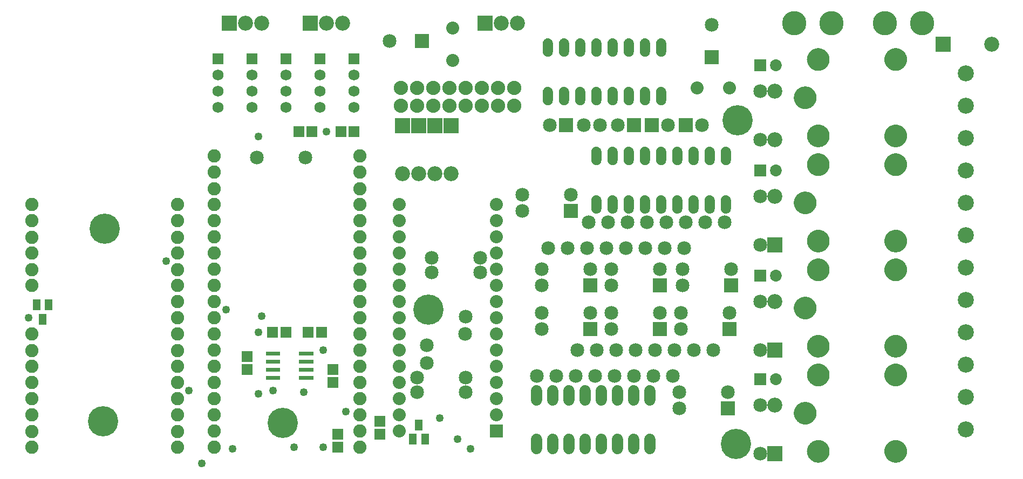
<source format=gts>
G04 MADE WITH FRITZING*
G04 WWW.FRITZING.ORG*
G04 DOUBLE SIDED*
G04 HOLES PLATED*
G04 CONTOUR ON CENTER OF CONTOUR VECTOR*
%ASAXBY*%
%FSLAX23Y23*%
%MOIN*%
%OFA0B0*%
%SFA1.0B1.0*%
%ADD10C,0.049370*%
%ADD11C,0.085000*%
%ADD12C,0.069000*%
%ADD13C,0.081858*%
%ADD14C,0.068189*%
%ADD15C,0.092000*%
%ADD16C,0.080000*%
%ADD17C,0.062000*%
%ADD18C,0.088000*%
%ADD19C,0.150000*%
%ADD20C,0.098750*%
%ADD21C,0.072992*%
%ADD22C,0.187165*%
%ADD23R,0.069000X0.069000*%
%ADD24R,0.049370X0.065118*%
%ADD25R,0.065118X0.069055*%
%ADD26R,0.069055X0.065118*%
%ADD27R,0.085000X0.085000*%
%ADD28R,0.092000X0.092000*%
%ADD29R,0.072992X0.072992*%
%ADD30R,0.079972X0.080000*%
%ADD31C,0.010000*%
%ADD32C,0.030000*%
%ADD33R,0.001000X0.001000*%
%LNMASK1*%
G90*
G70*
G54D10*
X2017Y2086D03*
X1617Y946D03*
X1597Y2056D03*
X1877Y476D03*
X1597Y466D03*
X1997Y736D03*
X1027Y1286D03*
X1397Y986D03*
X1687Y486D03*
X1597Y846D03*
X2137Y356D03*
X1817Y136D03*
X1437Y126D03*
G54D11*
X3317Y576D03*
X3570Y737D03*
G54D12*
X1347Y2536D03*
X1347Y2436D03*
X1347Y2336D03*
X1347Y2236D03*
X1557Y2536D03*
X1557Y2436D03*
X1557Y2336D03*
X1557Y2236D03*
X1767Y2536D03*
X1767Y2436D03*
X1767Y2336D03*
X1767Y2236D03*
X2187Y2536D03*
X2187Y2436D03*
X2187Y2336D03*
X2187Y2236D03*
X1977Y2536D03*
X1977Y2436D03*
X1977Y2336D03*
X1977Y2236D03*
G54D10*
X2717Y316D03*
X1167Y486D03*
X1247Y36D03*
X177Y936D03*
X1997Y136D03*
X2827Y186D03*
X2907Y126D03*
G54D13*
X1097Y136D03*
X1097Y235D03*
X1097Y336D03*
X1097Y436D03*
X1097Y536D03*
X1097Y636D03*
X1097Y735D03*
X1097Y836D03*
X1097Y936D03*
X1097Y1036D03*
X1097Y1136D03*
X1097Y1235D03*
X1097Y1336D03*
X1097Y1435D03*
X1097Y1536D03*
X1097Y1636D03*
X198Y1636D03*
X198Y1536D03*
X198Y1435D03*
X198Y1336D03*
X198Y1235D03*
X198Y1136D03*
X198Y836D03*
X198Y735D03*
X198Y636D03*
X198Y536D03*
X198Y436D03*
X198Y336D03*
X198Y235D03*
X198Y136D03*
X2225Y136D03*
X2225Y237D03*
X2225Y336D03*
X2225Y436D03*
X2225Y536D03*
X2225Y636D03*
X2225Y737D03*
X2225Y836D03*
X2225Y936D03*
X2225Y1036D03*
X2225Y1136D03*
X2225Y1236D03*
X2225Y1336D03*
X2225Y1436D03*
X2225Y1536D03*
X2225Y1636D03*
X2225Y1735D03*
X2225Y1836D03*
X2225Y1936D03*
X1326Y1936D03*
X1326Y1836D03*
X1326Y1735D03*
X1326Y1636D03*
X1326Y1536D03*
X1326Y1436D03*
X1326Y1336D03*
X1326Y1236D03*
X1326Y1136D03*
X1326Y1036D03*
X1326Y936D03*
X1326Y836D03*
X1326Y737D03*
X1326Y636D03*
X1326Y536D03*
X1326Y436D03*
X1326Y336D03*
X1326Y237D03*
X1326Y136D03*
G54D11*
X3527Y1596D03*
X3227Y1596D03*
X3527Y1696D03*
X3227Y1696D03*
X3647Y1136D03*
X3347Y1136D03*
X3647Y1236D03*
X3347Y1236D03*
X4077Y1136D03*
X3777Y1136D03*
X4077Y1236D03*
X3777Y1236D03*
X4517Y1136D03*
X4217Y1136D03*
X4517Y1236D03*
X4217Y1236D03*
X4497Y376D03*
X4197Y376D03*
X4497Y476D03*
X4197Y476D03*
X4507Y866D03*
X4207Y866D03*
X4507Y966D03*
X4207Y966D03*
X4077Y866D03*
X3777Y866D03*
X4077Y966D03*
X3777Y966D03*
X3647Y866D03*
X3347Y866D03*
X3647Y966D03*
X3347Y966D03*
X4697Y96D03*
X4697Y396D03*
X4697Y736D03*
X4697Y1036D03*
X4697Y2036D03*
X4697Y2336D03*
X4697Y1386D03*
X4697Y1686D03*
X4157Y576D03*
X4410Y737D03*
X4037Y576D03*
X4290Y737D03*
X3917Y576D03*
X4170Y737D03*
X3797Y576D03*
X4050Y737D03*
X3677Y576D03*
X3930Y737D03*
X3557Y576D03*
X3810Y737D03*
X3437Y576D03*
X3690Y737D03*
X3867Y1366D03*
X4120Y1527D03*
X3747Y1366D03*
X4000Y1527D03*
X3627Y1366D03*
X3880Y1527D03*
X3507Y1366D03*
X3760Y1527D03*
X3987Y1366D03*
X4240Y1527D03*
X4107Y1366D03*
X4360Y1527D03*
X4227Y1366D03*
X4480Y1527D03*
X3387Y1366D03*
X3640Y1527D03*
G54D14*
X3317Y156D03*
X3417Y156D03*
X3917Y156D03*
X4017Y156D03*
X3517Y156D03*
X3617Y156D03*
X3817Y156D03*
X3717Y156D03*
X4017Y456D03*
X3917Y456D03*
X3817Y456D03*
X3717Y456D03*
X3617Y456D03*
X3517Y456D03*
X3417Y456D03*
X3317Y456D03*
X3317Y156D03*
X3417Y156D03*
X3917Y156D03*
X4017Y156D03*
X3517Y156D03*
X3617Y156D03*
X3817Y156D03*
X3717Y156D03*
X4017Y456D03*
X3917Y456D03*
X3817Y456D03*
X3717Y456D03*
X3617Y456D03*
X3517Y456D03*
X3417Y456D03*
X3317Y456D03*
G54D15*
X4787Y2038D03*
X4787Y2336D03*
X4787Y1388D03*
X4787Y1686D03*
X4787Y738D03*
X4787Y1036D03*
X4787Y98D03*
X4787Y396D03*
G54D11*
X2607Y2646D03*
X2407Y2646D03*
X4397Y2546D03*
X4397Y2746D03*
G54D16*
X4507Y2356D03*
X4307Y2356D03*
X2797Y2726D03*
X2797Y2526D03*
G54D11*
X4237Y2126D03*
X4337Y2126D03*
G54D15*
X2687Y2124D03*
X2687Y1826D03*
X2787Y2124D03*
X2787Y1826D03*
X2487Y2124D03*
X2487Y1826D03*
X2587Y2124D03*
X2587Y1826D03*
G54D17*
X3687Y1636D03*
X3787Y1636D03*
X4287Y1636D03*
X4387Y1636D03*
X3887Y1636D03*
X3987Y1636D03*
X4187Y1636D03*
X4087Y1636D03*
X4487Y1636D03*
X4487Y1936D03*
X4387Y1936D03*
X4287Y1936D03*
X4187Y1936D03*
X4087Y1936D03*
X3987Y1936D03*
X3887Y1936D03*
X3787Y1936D03*
X3687Y1936D03*
X3687Y1636D03*
X3787Y1636D03*
X4287Y1636D03*
X4387Y1636D03*
X3887Y1636D03*
X3987Y1636D03*
X4187Y1636D03*
X4087Y1636D03*
X4487Y1636D03*
X4487Y1936D03*
X4387Y1936D03*
X4287Y1936D03*
X4187Y1936D03*
X4087Y1936D03*
X3987Y1936D03*
X3887Y1936D03*
X3787Y1936D03*
X3687Y1936D03*
G54D11*
X2967Y1216D03*
X2667Y1216D03*
X2878Y945D03*
X2637Y766D03*
X2877Y566D03*
X2577Y566D03*
X2875Y838D03*
X2637Y656D03*
X1887Y1926D03*
X1587Y1926D03*
X2877Y476D03*
X2577Y476D03*
X2967Y1306D03*
X2667Y1306D03*
G54D18*
X3177Y2356D03*
X3077Y2356D03*
X2977Y2356D03*
X2877Y2356D03*
X2777Y2356D03*
X2677Y2356D03*
X2577Y2356D03*
X2477Y2356D03*
X2477Y2246D03*
X2577Y2246D03*
X2677Y2246D03*
X2777Y2246D03*
X2877Y2246D03*
X2977Y2246D03*
X3077Y2246D03*
X3177Y2246D03*
G54D17*
X3387Y2306D03*
X3487Y2306D03*
X3587Y2306D03*
X3687Y2306D03*
X3787Y2306D03*
X3887Y2306D03*
X3987Y2306D03*
X4087Y2306D03*
X4087Y2606D03*
X3987Y2606D03*
X3887Y2606D03*
X3787Y2606D03*
X3687Y2606D03*
X3587Y2606D03*
X3487Y2606D03*
X3387Y2606D03*
X3387Y2306D03*
X3487Y2306D03*
X3587Y2306D03*
X3687Y2306D03*
X3787Y2306D03*
X3887Y2306D03*
X3987Y2306D03*
X4087Y2306D03*
X4087Y2606D03*
X3987Y2606D03*
X3887Y2606D03*
X3787Y2606D03*
X3687Y2606D03*
X3587Y2606D03*
X3487Y2606D03*
X3387Y2606D03*
G54D11*
X3917Y2126D03*
X3817Y2126D03*
X3707Y2126D03*
X3607Y2126D03*
X3497Y2126D03*
X3397Y2126D03*
X4027Y2126D03*
X4127Y2126D03*
G54D19*
X4910Y2756D03*
X5140Y2756D03*
X5697Y2756D03*
X5467Y2756D03*
X4910Y2756D03*
X5140Y2756D03*
X5697Y2756D03*
X5467Y2756D03*
G54D15*
X5829Y2626D03*
X6127Y2626D03*
X1417Y2756D03*
X1517Y2756D03*
X1617Y2756D03*
X1917Y2756D03*
X2017Y2756D03*
X2117Y2756D03*
X2997Y2756D03*
X3097Y2756D03*
X3197Y2756D03*
G54D20*
X5967Y1246D03*
X5967Y1446D03*
X5967Y1646D03*
X5967Y1846D03*
X5967Y2046D03*
X5967Y2246D03*
X5967Y2446D03*
X5967Y246D03*
X5967Y446D03*
X5967Y646D03*
X5967Y846D03*
X5967Y1046D03*
X5967Y1246D03*
X5967Y1446D03*
G54D21*
X4697Y1196D03*
X4795Y1196D03*
X4697Y1846D03*
X4795Y1846D03*
X4697Y2496D03*
X4795Y2496D03*
X4697Y556D03*
X4795Y556D03*
G54D16*
X3067Y236D03*
X3067Y336D03*
X3067Y436D03*
X3067Y536D03*
X3067Y636D03*
X3067Y736D03*
X3067Y836D03*
X3067Y936D03*
X3067Y1036D03*
X3067Y1136D03*
X3067Y1236D03*
X3067Y1336D03*
X3067Y1436D03*
X3067Y1536D03*
X3067Y1636D03*
X2467Y236D03*
X2467Y336D03*
X2467Y436D03*
X2467Y536D03*
X2467Y636D03*
X2467Y736D03*
X2467Y836D03*
X2467Y936D03*
X2467Y1036D03*
X2467Y1136D03*
X2467Y1236D03*
X2467Y1336D03*
X2467Y1436D03*
X2467Y1536D03*
X2467Y1636D03*
G54D22*
X1747Y286D03*
X4547Y156D03*
X4557Y2156D03*
X2647Y986D03*
X637Y296D03*
X647Y1486D03*
G54D23*
X1347Y2536D03*
X1557Y2536D03*
X1767Y2536D03*
X2187Y2536D03*
X1977Y2536D03*
G54D24*
X264Y929D03*
X227Y1016D03*
X302Y1016D03*
X2590Y273D03*
X2627Y186D03*
X2552Y186D03*
G54D25*
X1906Y846D03*
X1987Y846D03*
G54D26*
X2057Y617D03*
X2057Y536D03*
G54D25*
X1686Y846D03*
X1767Y846D03*
G54D26*
X2087Y217D03*
X2087Y136D03*
X1527Y697D03*
X1527Y616D03*
G54D25*
X2188Y2086D03*
X2107Y2086D03*
X1928Y2086D03*
X1847Y2086D03*
G54D26*
X2347Y297D03*
X2347Y216D03*
G54D27*
X3527Y1596D03*
X3647Y1136D03*
X4077Y1136D03*
X4517Y1136D03*
X4497Y376D03*
X4507Y866D03*
X4077Y866D03*
X3647Y866D03*
G54D28*
X4787Y1387D03*
X4787Y737D03*
X4787Y97D03*
G54D27*
X2607Y2646D03*
X4397Y2546D03*
X4237Y2126D03*
G54D28*
X2687Y2125D03*
X2787Y2125D03*
X2487Y2125D03*
X2587Y2125D03*
G54D27*
X3917Y2126D03*
X3497Y2126D03*
X4027Y2126D03*
G54D28*
X5828Y2626D03*
X1417Y2756D03*
X1917Y2756D03*
X2997Y2756D03*
G54D29*
X4697Y1196D03*
X4697Y1846D03*
X4697Y2496D03*
X4697Y556D03*
G54D30*
X3067Y236D03*
G54D31*
G36*
X1731Y704D02*
X1644Y704D01*
X1644Y728D01*
X1731Y728D01*
X1731Y704D01*
G37*
D02*
G36*
X1731Y654D02*
X1644Y654D01*
X1644Y678D01*
X1731Y678D01*
X1731Y654D01*
G37*
D02*
G36*
X1731Y604D02*
X1644Y604D01*
X1644Y628D01*
X1731Y628D01*
X1731Y604D01*
G37*
D02*
G36*
X1731Y554D02*
X1644Y554D01*
X1644Y578D01*
X1731Y578D01*
X1731Y554D01*
G37*
D02*
G36*
X1937Y554D02*
X1850Y554D01*
X1850Y578D01*
X1937Y578D01*
X1937Y554D01*
G37*
D02*
G36*
X1937Y604D02*
X1850Y604D01*
X1850Y628D01*
X1937Y628D01*
X1937Y604D01*
G37*
D02*
G36*
X1937Y654D02*
X1850Y654D01*
X1850Y678D01*
X1937Y678D01*
X1937Y654D01*
G37*
D02*
G36*
X1937Y704D02*
X1850Y704D01*
X1850Y728D01*
X1937Y728D01*
X1937Y704D01*
G37*
D02*
G54D32*
G36*
X4756Y2068D02*
X4818Y2068D01*
X4818Y2006D01*
X4756Y2006D01*
X4756Y2068D01*
G37*
D02*
G36*
X3679Y2098D02*
X3679Y2153D01*
X3734Y2153D01*
X3734Y2098D01*
X3679Y2098D01*
G37*
D02*
G54D33*
X3381Y2663D02*
X3392Y2663D01*
X3481Y2663D02*
X3492Y2663D01*
X3581Y2663D02*
X3592Y2663D01*
X3681Y2663D02*
X3692Y2663D01*
X3781Y2663D02*
X3792Y2663D01*
X3881Y2663D02*
X3892Y2663D01*
X3981Y2663D02*
X3992Y2663D01*
X4081Y2663D02*
X4092Y2663D01*
X3377Y2662D02*
X3395Y2662D01*
X3477Y2662D02*
X3495Y2662D01*
X3577Y2662D02*
X3595Y2662D01*
X3677Y2662D02*
X3695Y2662D01*
X3777Y2662D02*
X3795Y2662D01*
X3877Y2662D02*
X3895Y2662D01*
X3977Y2662D02*
X3995Y2662D01*
X4077Y2662D02*
X4095Y2662D01*
X3374Y2661D02*
X3398Y2661D01*
X3474Y2661D02*
X3498Y2661D01*
X3574Y2661D02*
X3598Y2661D01*
X3674Y2661D02*
X3698Y2661D01*
X3774Y2661D02*
X3798Y2661D01*
X3874Y2661D02*
X3898Y2661D01*
X3974Y2661D02*
X3998Y2661D01*
X4074Y2661D02*
X4098Y2661D01*
X3372Y2660D02*
X3400Y2660D01*
X3472Y2660D02*
X3500Y2660D01*
X3572Y2660D02*
X3600Y2660D01*
X3672Y2660D02*
X3700Y2660D01*
X3772Y2660D02*
X3800Y2660D01*
X3872Y2660D02*
X3900Y2660D01*
X3972Y2660D02*
X4000Y2660D01*
X4072Y2660D02*
X4100Y2660D01*
X3371Y2659D02*
X3402Y2659D01*
X3471Y2659D02*
X3502Y2659D01*
X3571Y2659D02*
X3602Y2659D01*
X3671Y2659D02*
X3702Y2659D01*
X3771Y2659D02*
X3802Y2659D01*
X3871Y2659D02*
X3902Y2659D01*
X3971Y2659D02*
X4002Y2659D01*
X4071Y2659D02*
X4102Y2659D01*
X3369Y2658D02*
X3404Y2658D01*
X3469Y2658D02*
X3504Y2658D01*
X3569Y2658D02*
X3604Y2658D01*
X3669Y2658D02*
X3703Y2658D01*
X3769Y2658D02*
X3803Y2658D01*
X3869Y2658D02*
X3903Y2658D01*
X3969Y2658D02*
X4003Y2658D01*
X4069Y2658D02*
X4103Y2658D01*
X3368Y2657D02*
X3405Y2657D01*
X3468Y2657D02*
X3505Y2657D01*
X3568Y2657D02*
X3605Y2657D01*
X3668Y2657D02*
X3705Y2657D01*
X3768Y2657D02*
X3805Y2657D01*
X3868Y2657D02*
X3905Y2657D01*
X3968Y2657D02*
X4005Y2657D01*
X4068Y2657D02*
X4105Y2657D01*
X3366Y2656D02*
X3406Y2656D01*
X3466Y2656D02*
X3506Y2656D01*
X3566Y2656D02*
X3606Y2656D01*
X3666Y2656D02*
X3706Y2656D01*
X3766Y2656D02*
X3806Y2656D01*
X3866Y2656D02*
X3906Y2656D01*
X3966Y2656D02*
X4006Y2656D01*
X4066Y2656D02*
X4106Y2656D01*
X3365Y2655D02*
X3407Y2655D01*
X3465Y2655D02*
X3507Y2655D01*
X3565Y2655D02*
X3607Y2655D01*
X3665Y2655D02*
X3707Y2655D01*
X3765Y2655D02*
X3807Y2655D01*
X3865Y2655D02*
X3907Y2655D01*
X3965Y2655D02*
X4007Y2655D01*
X4065Y2655D02*
X4107Y2655D01*
X3364Y2654D02*
X3408Y2654D01*
X3464Y2654D02*
X3508Y2654D01*
X3564Y2654D02*
X3608Y2654D01*
X3664Y2654D02*
X3708Y2654D01*
X3764Y2654D02*
X3808Y2654D01*
X3864Y2654D02*
X3908Y2654D01*
X3964Y2654D02*
X4008Y2654D01*
X4064Y2654D02*
X4108Y2654D01*
X3363Y2653D02*
X3409Y2653D01*
X3463Y2653D02*
X3509Y2653D01*
X3563Y2653D02*
X3609Y2653D01*
X3663Y2653D02*
X3709Y2653D01*
X3763Y2653D02*
X3809Y2653D01*
X3863Y2653D02*
X3909Y2653D01*
X3963Y2653D02*
X4009Y2653D01*
X4063Y2653D02*
X4109Y2653D01*
X3363Y2652D02*
X3410Y2652D01*
X3463Y2652D02*
X3510Y2652D01*
X3563Y2652D02*
X3610Y2652D01*
X3663Y2652D02*
X3710Y2652D01*
X3763Y2652D02*
X3810Y2652D01*
X3863Y2652D02*
X3910Y2652D01*
X3963Y2652D02*
X4010Y2652D01*
X4063Y2652D02*
X4110Y2652D01*
X3362Y2651D02*
X3411Y2651D01*
X3462Y2651D02*
X3511Y2651D01*
X3562Y2651D02*
X3611Y2651D01*
X3662Y2651D02*
X3711Y2651D01*
X3762Y2651D02*
X3811Y2651D01*
X3862Y2651D02*
X3911Y2651D01*
X3962Y2651D02*
X4011Y2651D01*
X4062Y2651D02*
X4111Y2651D01*
X3361Y2650D02*
X3411Y2650D01*
X3461Y2650D02*
X3511Y2650D01*
X3561Y2650D02*
X3611Y2650D01*
X3661Y2650D02*
X3711Y2650D01*
X3761Y2650D02*
X3811Y2650D01*
X3861Y2650D02*
X3911Y2650D01*
X3961Y2650D02*
X4011Y2650D01*
X4061Y2650D02*
X4111Y2650D01*
X3361Y2649D02*
X3412Y2649D01*
X3461Y2649D02*
X3512Y2649D01*
X3561Y2649D02*
X3612Y2649D01*
X3661Y2649D02*
X3712Y2649D01*
X3761Y2649D02*
X3812Y2649D01*
X3861Y2649D02*
X3912Y2649D01*
X3961Y2649D02*
X4012Y2649D01*
X4061Y2649D02*
X4112Y2649D01*
X3360Y2648D02*
X3413Y2648D01*
X3460Y2648D02*
X3513Y2648D01*
X3560Y2648D02*
X3613Y2648D01*
X3660Y2648D02*
X3713Y2648D01*
X3760Y2648D02*
X3813Y2648D01*
X3860Y2648D02*
X3913Y2648D01*
X3960Y2648D02*
X4013Y2648D01*
X4060Y2648D02*
X4113Y2648D01*
X3359Y2647D02*
X3413Y2647D01*
X3459Y2647D02*
X3513Y2647D01*
X3559Y2647D02*
X3613Y2647D01*
X3659Y2647D02*
X3713Y2647D01*
X3759Y2647D02*
X3813Y2647D01*
X3859Y2647D02*
X3913Y2647D01*
X3959Y2647D02*
X4013Y2647D01*
X4059Y2647D02*
X4113Y2647D01*
X3359Y2646D02*
X3414Y2646D01*
X3459Y2646D02*
X3514Y2646D01*
X3559Y2646D02*
X3614Y2646D01*
X3659Y2646D02*
X3714Y2646D01*
X3759Y2646D02*
X3814Y2646D01*
X3859Y2646D02*
X3914Y2646D01*
X3959Y2646D02*
X4014Y2646D01*
X4059Y2646D02*
X4114Y2646D01*
X3358Y2645D02*
X3414Y2645D01*
X3458Y2645D02*
X3514Y2645D01*
X3558Y2645D02*
X3614Y2645D01*
X3658Y2645D02*
X3714Y2645D01*
X3758Y2645D02*
X3814Y2645D01*
X3858Y2645D02*
X3914Y2645D01*
X3958Y2645D02*
X4014Y2645D01*
X4058Y2645D02*
X4114Y2645D01*
X3358Y2644D02*
X3415Y2644D01*
X3458Y2644D02*
X3514Y2644D01*
X3558Y2644D02*
X3614Y2644D01*
X3658Y2644D02*
X3714Y2644D01*
X3758Y2644D02*
X3814Y2644D01*
X3858Y2644D02*
X3914Y2644D01*
X3958Y2644D02*
X4014Y2644D01*
X4058Y2644D02*
X4114Y2644D01*
X3358Y2643D02*
X3415Y2643D01*
X3458Y2643D02*
X3515Y2643D01*
X3558Y2643D02*
X3615Y2643D01*
X3658Y2643D02*
X3715Y2643D01*
X3758Y2643D02*
X3815Y2643D01*
X3858Y2643D02*
X3915Y2643D01*
X3958Y2643D02*
X4015Y2643D01*
X4058Y2643D02*
X4115Y2643D01*
X3357Y2642D02*
X3415Y2642D01*
X3457Y2642D02*
X3515Y2642D01*
X3557Y2642D02*
X3615Y2642D01*
X3657Y2642D02*
X3715Y2642D01*
X3757Y2642D02*
X3815Y2642D01*
X3857Y2642D02*
X3915Y2642D01*
X3957Y2642D02*
X4015Y2642D01*
X4057Y2642D02*
X4115Y2642D01*
X3357Y2641D02*
X3416Y2641D01*
X3457Y2641D02*
X3516Y2641D01*
X3557Y2641D02*
X3616Y2641D01*
X3657Y2641D02*
X3716Y2641D01*
X3757Y2641D02*
X3816Y2641D01*
X3857Y2641D02*
X3915Y2641D01*
X3957Y2641D02*
X4015Y2641D01*
X4057Y2641D02*
X4115Y2641D01*
X3357Y2640D02*
X3416Y2640D01*
X3457Y2640D02*
X3516Y2640D01*
X3557Y2640D02*
X3616Y2640D01*
X3657Y2640D02*
X3716Y2640D01*
X3757Y2640D02*
X3816Y2640D01*
X3857Y2640D02*
X3916Y2640D01*
X3957Y2640D02*
X4016Y2640D01*
X4057Y2640D02*
X4116Y2640D01*
X3357Y2639D02*
X3416Y2639D01*
X3456Y2639D02*
X3516Y2639D01*
X3556Y2639D02*
X3616Y2639D01*
X3656Y2639D02*
X3716Y2639D01*
X3756Y2639D02*
X3816Y2639D01*
X3856Y2639D02*
X3916Y2639D01*
X3956Y2639D02*
X4016Y2639D01*
X4056Y2639D02*
X4116Y2639D01*
X3356Y2638D02*
X3416Y2638D01*
X3456Y2638D02*
X3516Y2638D01*
X3556Y2638D02*
X3616Y2638D01*
X3656Y2638D02*
X3716Y2638D01*
X3756Y2638D02*
X3816Y2638D01*
X3856Y2638D02*
X3916Y2638D01*
X3956Y2638D02*
X4016Y2638D01*
X4056Y2638D02*
X4116Y2638D01*
X3356Y2637D02*
X3416Y2637D01*
X3456Y2637D02*
X3516Y2637D01*
X3556Y2637D02*
X3616Y2637D01*
X3656Y2637D02*
X3716Y2637D01*
X3756Y2637D02*
X3816Y2637D01*
X3856Y2637D02*
X3916Y2637D01*
X3956Y2637D02*
X4016Y2637D01*
X4056Y2637D02*
X4116Y2637D01*
X3356Y2636D02*
X3417Y2636D01*
X3456Y2636D02*
X3517Y2636D01*
X3556Y2636D02*
X3617Y2636D01*
X3656Y2636D02*
X3717Y2636D01*
X3756Y2636D02*
X3817Y2636D01*
X3856Y2636D02*
X3917Y2636D01*
X3956Y2636D02*
X4017Y2636D01*
X4056Y2636D02*
X4117Y2636D01*
X3356Y2635D02*
X3417Y2635D01*
X3456Y2635D02*
X3517Y2635D01*
X3556Y2635D02*
X3617Y2635D01*
X3656Y2635D02*
X3717Y2635D01*
X3756Y2635D02*
X3817Y2635D01*
X3856Y2635D02*
X3917Y2635D01*
X3956Y2635D02*
X4017Y2635D01*
X4056Y2635D02*
X4117Y2635D01*
X3356Y2634D02*
X3417Y2634D01*
X3456Y2634D02*
X3517Y2634D01*
X3556Y2634D02*
X3617Y2634D01*
X3656Y2634D02*
X3717Y2634D01*
X3756Y2634D02*
X3817Y2634D01*
X3856Y2634D02*
X3917Y2634D01*
X3956Y2634D02*
X4017Y2634D01*
X4056Y2634D02*
X4117Y2634D01*
X3356Y2633D02*
X3417Y2633D01*
X3456Y2633D02*
X3517Y2633D01*
X3556Y2633D02*
X3617Y2633D01*
X3656Y2633D02*
X3717Y2633D01*
X3756Y2633D02*
X3817Y2633D01*
X3856Y2633D02*
X3917Y2633D01*
X3956Y2633D02*
X4017Y2633D01*
X4056Y2633D02*
X4117Y2633D01*
X3356Y2632D02*
X3417Y2632D01*
X3456Y2632D02*
X3517Y2632D01*
X3556Y2632D02*
X3617Y2632D01*
X3656Y2632D02*
X3717Y2632D01*
X3756Y2632D02*
X3817Y2632D01*
X3856Y2632D02*
X3917Y2632D01*
X3956Y2632D02*
X4017Y2632D01*
X4056Y2632D02*
X4117Y2632D01*
X3356Y2631D02*
X3417Y2631D01*
X3456Y2631D02*
X3517Y2631D01*
X3556Y2631D02*
X3617Y2631D01*
X3656Y2631D02*
X3717Y2631D01*
X3756Y2631D02*
X3817Y2631D01*
X3856Y2631D02*
X3917Y2631D01*
X3956Y2631D02*
X4017Y2631D01*
X4056Y2631D02*
X4117Y2631D01*
X3356Y2630D02*
X3417Y2630D01*
X3456Y2630D02*
X3517Y2630D01*
X3556Y2630D02*
X3617Y2630D01*
X3656Y2630D02*
X3717Y2630D01*
X3756Y2630D02*
X3817Y2630D01*
X3856Y2630D02*
X3917Y2630D01*
X3956Y2630D02*
X4017Y2630D01*
X4056Y2630D02*
X4117Y2630D01*
X3356Y2629D02*
X3417Y2629D01*
X3456Y2629D02*
X3517Y2629D01*
X3556Y2629D02*
X3617Y2629D01*
X3656Y2629D02*
X3717Y2629D01*
X3756Y2629D02*
X3817Y2629D01*
X3856Y2629D02*
X3917Y2629D01*
X3956Y2629D02*
X4017Y2629D01*
X4056Y2629D02*
X4117Y2629D01*
X3356Y2628D02*
X3417Y2628D01*
X3456Y2628D02*
X3517Y2628D01*
X3556Y2628D02*
X3617Y2628D01*
X3656Y2628D02*
X3717Y2628D01*
X3756Y2628D02*
X3817Y2628D01*
X3856Y2628D02*
X3917Y2628D01*
X3956Y2628D02*
X4017Y2628D01*
X4056Y2628D02*
X4117Y2628D01*
X3356Y2627D02*
X3417Y2627D01*
X3456Y2627D02*
X3517Y2627D01*
X3556Y2627D02*
X3617Y2627D01*
X3656Y2627D02*
X3717Y2627D01*
X3756Y2627D02*
X3817Y2627D01*
X3856Y2627D02*
X3917Y2627D01*
X3956Y2627D02*
X4017Y2627D01*
X4056Y2627D02*
X4117Y2627D01*
X3356Y2626D02*
X3417Y2626D01*
X3456Y2626D02*
X3517Y2626D01*
X3556Y2626D02*
X3617Y2626D01*
X3656Y2626D02*
X3717Y2626D01*
X3756Y2626D02*
X3817Y2626D01*
X3856Y2626D02*
X3917Y2626D01*
X3956Y2626D02*
X4017Y2626D01*
X4056Y2626D02*
X4117Y2626D01*
X3356Y2625D02*
X3417Y2625D01*
X3456Y2625D02*
X3517Y2625D01*
X3556Y2625D02*
X3617Y2625D01*
X3656Y2625D02*
X3717Y2625D01*
X3756Y2625D02*
X3817Y2625D01*
X3856Y2625D02*
X3917Y2625D01*
X3956Y2625D02*
X4017Y2625D01*
X4056Y2625D02*
X4117Y2625D01*
X3356Y2624D02*
X3417Y2624D01*
X3456Y2624D02*
X3517Y2624D01*
X3556Y2624D02*
X3617Y2624D01*
X3656Y2624D02*
X3717Y2624D01*
X3756Y2624D02*
X3817Y2624D01*
X3856Y2624D02*
X3917Y2624D01*
X3956Y2624D02*
X4017Y2624D01*
X4056Y2624D02*
X4117Y2624D01*
X3356Y2623D02*
X3417Y2623D01*
X3456Y2623D02*
X3517Y2623D01*
X3556Y2623D02*
X3617Y2623D01*
X3656Y2623D02*
X3717Y2623D01*
X3756Y2623D02*
X3817Y2623D01*
X3856Y2623D02*
X3917Y2623D01*
X3956Y2623D02*
X4017Y2623D01*
X4056Y2623D02*
X4117Y2623D01*
X3356Y2622D02*
X3417Y2622D01*
X3456Y2622D02*
X3517Y2622D01*
X3556Y2622D02*
X3617Y2622D01*
X3656Y2622D02*
X3717Y2622D01*
X3756Y2622D02*
X3817Y2622D01*
X3856Y2622D02*
X3917Y2622D01*
X3956Y2622D02*
X4017Y2622D01*
X4056Y2622D02*
X4117Y2622D01*
X3356Y2621D02*
X3417Y2621D01*
X3456Y2621D02*
X3517Y2621D01*
X3556Y2621D02*
X3617Y2621D01*
X3656Y2621D02*
X3717Y2621D01*
X3756Y2621D02*
X3817Y2621D01*
X3856Y2621D02*
X3917Y2621D01*
X3956Y2621D02*
X4017Y2621D01*
X4056Y2621D02*
X4117Y2621D01*
X3356Y2620D02*
X3417Y2620D01*
X3456Y2620D02*
X3517Y2620D01*
X3556Y2620D02*
X3617Y2620D01*
X3656Y2620D02*
X3717Y2620D01*
X3756Y2620D02*
X3817Y2620D01*
X3856Y2620D02*
X3917Y2620D01*
X3956Y2620D02*
X4017Y2620D01*
X4056Y2620D02*
X4117Y2620D01*
X3356Y2619D02*
X3417Y2619D01*
X3456Y2619D02*
X3517Y2619D01*
X3556Y2619D02*
X3617Y2619D01*
X3656Y2619D02*
X3717Y2619D01*
X3756Y2619D02*
X3817Y2619D01*
X3856Y2619D02*
X3917Y2619D01*
X3956Y2619D02*
X4017Y2619D01*
X4056Y2619D02*
X4117Y2619D01*
X3356Y2618D02*
X3417Y2618D01*
X3456Y2618D02*
X3517Y2618D01*
X3556Y2618D02*
X3617Y2618D01*
X3656Y2618D02*
X3717Y2618D01*
X3756Y2618D02*
X3817Y2618D01*
X3856Y2618D02*
X3917Y2618D01*
X3956Y2618D02*
X4017Y2618D01*
X4056Y2618D02*
X4117Y2618D01*
X3356Y2617D02*
X3382Y2617D01*
X3391Y2617D02*
X3417Y2617D01*
X3456Y2617D02*
X3482Y2617D01*
X3491Y2617D02*
X3517Y2617D01*
X3556Y2617D02*
X3582Y2617D01*
X3591Y2617D02*
X3617Y2617D01*
X3656Y2617D02*
X3682Y2617D01*
X3691Y2617D02*
X3717Y2617D01*
X3756Y2617D02*
X3782Y2617D01*
X3791Y2617D02*
X3817Y2617D01*
X3856Y2617D02*
X3882Y2617D01*
X3891Y2617D02*
X3917Y2617D01*
X3956Y2617D02*
X3982Y2617D01*
X3991Y2617D02*
X4017Y2617D01*
X4056Y2617D02*
X4082Y2617D01*
X4091Y2617D02*
X4117Y2617D01*
X3356Y2616D02*
X3380Y2616D01*
X3393Y2616D02*
X3417Y2616D01*
X3456Y2616D02*
X3480Y2616D01*
X3493Y2616D02*
X3517Y2616D01*
X3556Y2616D02*
X3580Y2616D01*
X3593Y2616D02*
X3617Y2616D01*
X3656Y2616D02*
X3680Y2616D01*
X3693Y2616D02*
X3717Y2616D01*
X3756Y2616D02*
X3780Y2616D01*
X3793Y2616D02*
X3817Y2616D01*
X3856Y2616D02*
X3880Y2616D01*
X3893Y2616D02*
X3917Y2616D01*
X3956Y2616D02*
X3980Y2616D01*
X3993Y2616D02*
X4017Y2616D01*
X4056Y2616D02*
X4080Y2616D01*
X4093Y2616D02*
X4117Y2616D01*
X3356Y2615D02*
X3379Y2615D01*
X3394Y2615D02*
X3417Y2615D01*
X3456Y2615D02*
X3479Y2615D01*
X3494Y2615D02*
X3517Y2615D01*
X3556Y2615D02*
X3579Y2615D01*
X3594Y2615D02*
X3617Y2615D01*
X3656Y2615D02*
X3679Y2615D01*
X3694Y2615D02*
X3717Y2615D01*
X3756Y2615D02*
X3779Y2615D01*
X3794Y2615D02*
X3817Y2615D01*
X3856Y2615D02*
X3879Y2615D01*
X3894Y2615D02*
X3917Y2615D01*
X3956Y2615D02*
X3979Y2615D01*
X3994Y2615D02*
X4017Y2615D01*
X4056Y2615D02*
X4079Y2615D01*
X4094Y2615D02*
X4117Y2615D01*
X3356Y2614D02*
X3378Y2614D01*
X3395Y2614D02*
X3417Y2614D01*
X3456Y2614D02*
X3478Y2614D01*
X3495Y2614D02*
X3517Y2614D01*
X3556Y2614D02*
X3578Y2614D01*
X3595Y2614D02*
X3617Y2614D01*
X3656Y2614D02*
X3678Y2614D01*
X3695Y2614D02*
X3717Y2614D01*
X3756Y2614D02*
X3778Y2614D01*
X3795Y2614D02*
X3817Y2614D01*
X3856Y2614D02*
X3878Y2614D01*
X3895Y2614D02*
X3917Y2614D01*
X3956Y2614D02*
X3978Y2614D01*
X3995Y2614D02*
X4017Y2614D01*
X4056Y2614D02*
X4078Y2614D01*
X4095Y2614D02*
X4117Y2614D01*
X3356Y2613D02*
X3377Y2613D01*
X3396Y2613D02*
X3417Y2613D01*
X3456Y2613D02*
X3477Y2613D01*
X3496Y2613D02*
X3517Y2613D01*
X3556Y2613D02*
X3577Y2613D01*
X3596Y2613D02*
X3617Y2613D01*
X3656Y2613D02*
X3677Y2613D01*
X3696Y2613D02*
X3717Y2613D01*
X3756Y2613D02*
X3777Y2613D01*
X3796Y2613D02*
X3817Y2613D01*
X3856Y2613D02*
X3877Y2613D01*
X3896Y2613D02*
X3917Y2613D01*
X3956Y2613D02*
X3977Y2613D01*
X3996Y2613D02*
X4017Y2613D01*
X4056Y2613D02*
X4077Y2613D01*
X4096Y2613D02*
X4117Y2613D01*
X3356Y2612D02*
X3376Y2612D01*
X3396Y2612D02*
X3417Y2612D01*
X3456Y2612D02*
X3476Y2612D01*
X3496Y2612D02*
X3517Y2612D01*
X3556Y2612D02*
X3576Y2612D01*
X3596Y2612D02*
X3617Y2612D01*
X3656Y2612D02*
X3676Y2612D01*
X3696Y2612D02*
X3717Y2612D01*
X3756Y2612D02*
X3776Y2612D01*
X3796Y2612D02*
X3817Y2612D01*
X3856Y2612D02*
X3876Y2612D01*
X3896Y2612D02*
X3917Y2612D01*
X3956Y2612D02*
X3976Y2612D01*
X3996Y2612D02*
X4017Y2612D01*
X4056Y2612D02*
X4076Y2612D01*
X4096Y2612D02*
X4117Y2612D01*
X3356Y2611D02*
X3376Y2611D01*
X3397Y2611D02*
X3417Y2611D01*
X3456Y2611D02*
X3476Y2611D01*
X3497Y2611D02*
X3517Y2611D01*
X3556Y2611D02*
X3576Y2611D01*
X3597Y2611D02*
X3617Y2611D01*
X3656Y2611D02*
X3676Y2611D01*
X3697Y2611D02*
X3717Y2611D01*
X3756Y2611D02*
X3776Y2611D01*
X3797Y2611D02*
X3817Y2611D01*
X3856Y2611D02*
X3876Y2611D01*
X3897Y2611D02*
X3917Y2611D01*
X3956Y2611D02*
X3976Y2611D01*
X3997Y2611D02*
X4017Y2611D01*
X4056Y2611D02*
X4076Y2611D01*
X4097Y2611D02*
X4117Y2611D01*
X3356Y2610D02*
X3375Y2610D01*
X3397Y2610D02*
X3417Y2610D01*
X3456Y2610D02*
X3475Y2610D01*
X3497Y2610D02*
X3517Y2610D01*
X3556Y2610D02*
X3575Y2610D01*
X3597Y2610D02*
X3617Y2610D01*
X3656Y2610D02*
X3675Y2610D01*
X3697Y2610D02*
X3717Y2610D01*
X3756Y2610D02*
X3775Y2610D01*
X3797Y2610D02*
X3817Y2610D01*
X3856Y2610D02*
X3875Y2610D01*
X3897Y2610D02*
X3917Y2610D01*
X3956Y2610D02*
X3975Y2610D01*
X3997Y2610D02*
X4017Y2610D01*
X4056Y2610D02*
X4075Y2610D01*
X4097Y2610D02*
X4117Y2610D01*
X3356Y2609D02*
X3375Y2609D01*
X3398Y2609D02*
X3417Y2609D01*
X3456Y2609D02*
X3475Y2609D01*
X3498Y2609D02*
X3517Y2609D01*
X3556Y2609D02*
X3575Y2609D01*
X3598Y2609D02*
X3617Y2609D01*
X3656Y2609D02*
X3675Y2609D01*
X3698Y2609D02*
X3717Y2609D01*
X3756Y2609D02*
X3775Y2609D01*
X3798Y2609D02*
X3817Y2609D01*
X3856Y2609D02*
X3875Y2609D01*
X3898Y2609D02*
X3917Y2609D01*
X3956Y2609D02*
X3975Y2609D01*
X3998Y2609D02*
X4017Y2609D01*
X4056Y2609D02*
X4075Y2609D01*
X4098Y2609D02*
X4117Y2609D01*
X3356Y2608D02*
X3375Y2608D01*
X3398Y2608D02*
X3417Y2608D01*
X3456Y2608D02*
X3475Y2608D01*
X3498Y2608D02*
X3517Y2608D01*
X3556Y2608D02*
X3575Y2608D01*
X3598Y2608D02*
X3617Y2608D01*
X3656Y2608D02*
X3675Y2608D01*
X3698Y2608D02*
X3717Y2608D01*
X3756Y2608D02*
X3775Y2608D01*
X3798Y2608D02*
X3817Y2608D01*
X3856Y2608D02*
X3875Y2608D01*
X3898Y2608D02*
X3917Y2608D01*
X3956Y2608D02*
X3975Y2608D01*
X3998Y2608D02*
X4017Y2608D01*
X4056Y2608D02*
X4075Y2608D01*
X4098Y2608D02*
X4117Y2608D01*
X3356Y2607D02*
X3375Y2607D01*
X3398Y2607D02*
X3417Y2607D01*
X3456Y2607D02*
X3475Y2607D01*
X3498Y2607D02*
X3517Y2607D01*
X3556Y2607D02*
X3575Y2607D01*
X3598Y2607D02*
X3617Y2607D01*
X3656Y2607D02*
X3675Y2607D01*
X3698Y2607D02*
X3717Y2607D01*
X3756Y2607D02*
X3775Y2607D01*
X3798Y2607D02*
X3817Y2607D01*
X3856Y2607D02*
X3875Y2607D01*
X3898Y2607D02*
X3917Y2607D01*
X3956Y2607D02*
X3975Y2607D01*
X3998Y2607D02*
X4017Y2607D01*
X4056Y2607D02*
X4075Y2607D01*
X4098Y2607D02*
X4117Y2607D01*
X3356Y2606D02*
X3375Y2606D01*
X3398Y2606D02*
X3417Y2606D01*
X3456Y2606D02*
X3475Y2606D01*
X3498Y2606D02*
X3517Y2606D01*
X3556Y2606D02*
X3575Y2606D01*
X3598Y2606D02*
X3617Y2606D01*
X3656Y2606D02*
X3675Y2606D01*
X3698Y2606D02*
X3717Y2606D01*
X3756Y2606D02*
X3775Y2606D01*
X3798Y2606D02*
X3817Y2606D01*
X3856Y2606D02*
X3875Y2606D01*
X3898Y2606D02*
X3917Y2606D01*
X3956Y2606D02*
X3975Y2606D01*
X3998Y2606D02*
X4017Y2606D01*
X4056Y2606D02*
X4075Y2606D01*
X4098Y2606D02*
X4117Y2606D01*
X3356Y2605D02*
X3375Y2605D01*
X3398Y2605D02*
X3417Y2605D01*
X3456Y2605D02*
X3475Y2605D01*
X3498Y2605D02*
X3517Y2605D01*
X3556Y2605D02*
X3575Y2605D01*
X3598Y2605D02*
X3617Y2605D01*
X3656Y2605D02*
X3675Y2605D01*
X3698Y2605D02*
X3717Y2605D01*
X3756Y2605D02*
X3775Y2605D01*
X3798Y2605D02*
X3817Y2605D01*
X3856Y2605D02*
X3875Y2605D01*
X3898Y2605D02*
X3917Y2605D01*
X3956Y2605D02*
X3975Y2605D01*
X3998Y2605D02*
X4017Y2605D01*
X4056Y2605D02*
X4075Y2605D01*
X4098Y2605D02*
X4117Y2605D01*
X3356Y2604D02*
X3375Y2604D01*
X3397Y2604D02*
X3417Y2604D01*
X3456Y2604D02*
X3475Y2604D01*
X3497Y2604D02*
X3517Y2604D01*
X3556Y2604D02*
X3575Y2604D01*
X3597Y2604D02*
X3617Y2604D01*
X3656Y2604D02*
X3675Y2604D01*
X3697Y2604D02*
X3717Y2604D01*
X3756Y2604D02*
X3775Y2604D01*
X3797Y2604D02*
X3817Y2604D01*
X3856Y2604D02*
X3875Y2604D01*
X3897Y2604D02*
X3917Y2604D01*
X3956Y2604D02*
X3975Y2604D01*
X3997Y2604D02*
X4017Y2604D01*
X4056Y2604D02*
X4075Y2604D01*
X4097Y2604D02*
X4117Y2604D01*
X3356Y2603D02*
X3375Y2603D01*
X3397Y2603D02*
X3417Y2603D01*
X3456Y2603D02*
X3475Y2603D01*
X3497Y2603D02*
X3517Y2603D01*
X3556Y2603D02*
X3575Y2603D01*
X3597Y2603D02*
X3617Y2603D01*
X3656Y2603D02*
X3675Y2603D01*
X3697Y2603D02*
X3717Y2603D01*
X3756Y2603D02*
X3775Y2603D01*
X3797Y2603D02*
X3817Y2603D01*
X3856Y2603D02*
X3875Y2603D01*
X3897Y2603D02*
X3917Y2603D01*
X3956Y2603D02*
X3975Y2603D01*
X3997Y2603D02*
X4017Y2603D01*
X4056Y2603D02*
X4075Y2603D01*
X4097Y2603D02*
X4117Y2603D01*
X3356Y2602D02*
X3376Y2602D01*
X3397Y2602D02*
X3417Y2602D01*
X3456Y2602D02*
X3476Y2602D01*
X3497Y2602D02*
X3517Y2602D01*
X3556Y2602D02*
X3576Y2602D01*
X3597Y2602D02*
X3617Y2602D01*
X3656Y2602D02*
X3676Y2602D01*
X3697Y2602D02*
X3717Y2602D01*
X3756Y2602D02*
X3776Y2602D01*
X3797Y2602D02*
X3817Y2602D01*
X3856Y2602D02*
X3876Y2602D01*
X3897Y2602D02*
X3917Y2602D01*
X3956Y2602D02*
X3976Y2602D01*
X3997Y2602D02*
X4017Y2602D01*
X4056Y2602D02*
X4076Y2602D01*
X4097Y2602D02*
X4117Y2602D01*
X5048Y2602D02*
X5066Y2602D01*
X5526Y2602D02*
X5544Y2602D01*
X3356Y2601D02*
X3376Y2601D01*
X3396Y2601D02*
X3417Y2601D01*
X3456Y2601D02*
X3476Y2601D01*
X3496Y2601D02*
X3517Y2601D01*
X3556Y2601D02*
X3576Y2601D01*
X3596Y2601D02*
X3617Y2601D01*
X3656Y2601D02*
X3676Y2601D01*
X3696Y2601D02*
X3717Y2601D01*
X3756Y2601D02*
X3776Y2601D01*
X3796Y2601D02*
X3817Y2601D01*
X3856Y2601D02*
X3876Y2601D01*
X3896Y2601D02*
X3917Y2601D01*
X3956Y2601D02*
X3976Y2601D01*
X3996Y2601D02*
X4017Y2601D01*
X4056Y2601D02*
X4076Y2601D01*
X4096Y2601D02*
X4117Y2601D01*
X5042Y2601D02*
X5072Y2601D01*
X5521Y2601D02*
X5550Y2601D01*
X3356Y2600D02*
X3377Y2600D01*
X3396Y2600D02*
X3417Y2600D01*
X3456Y2600D02*
X3477Y2600D01*
X3495Y2600D02*
X3517Y2600D01*
X3556Y2600D02*
X3577Y2600D01*
X3595Y2600D02*
X3617Y2600D01*
X3656Y2600D02*
X3677Y2600D01*
X3695Y2600D02*
X3717Y2600D01*
X3756Y2600D02*
X3777Y2600D01*
X3795Y2600D02*
X3817Y2600D01*
X3856Y2600D02*
X3877Y2600D01*
X3895Y2600D02*
X3917Y2600D01*
X3956Y2600D02*
X3977Y2600D01*
X3995Y2600D02*
X4017Y2600D01*
X4056Y2600D02*
X4077Y2600D01*
X4095Y2600D02*
X4117Y2600D01*
X5038Y2600D02*
X5076Y2600D01*
X5517Y2600D02*
X5554Y2600D01*
X3356Y2599D02*
X3378Y2599D01*
X3395Y2599D02*
X3417Y2599D01*
X3456Y2599D02*
X3478Y2599D01*
X3495Y2599D02*
X3517Y2599D01*
X3556Y2599D02*
X3578Y2599D01*
X3595Y2599D02*
X3617Y2599D01*
X3656Y2599D02*
X3678Y2599D01*
X3695Y2599D02*
X3717Y2599D01*
X3756Y2599D02*
X3778Y2599D01*
X3795Y2599D02*
X3817Y2599D01*
X3856Y2599D02*
X3878Y2599D01*
X3895Y2599D02*
X3917Y2599D01*
X3956Y2599D02*
X3978Y2599D01*
X3995Y2599D02*
X4017Y2599D01*
X4056Y2599D02*
X4078Y2599D01*
X4095Y2599D02*
X4117Y2599D01*
X5035Y2599D02*
X5079Y2599D01*
X5513Y2599D02*
X5557Y2599D01*
X3356Y2598D02*
X3379Y2598D01*
X3394Y2598D02*
X3417Y2598D01*
X3456Y2598D02*
X3479Y2598D01*
X3494Y2598D02*
X3517Y2598D01*
X3556Y2598D02*
X3579Y2598D01*
X3594Y2598D02*
X3617Y2598D01*
X3656Y2598D02*
X3679Y2598D01*
X3693Y2598D02*
X3717Y2598D01*
X3756Y2598D02*
X3779Y2598D01*
X3793Y2598D02*
X3817Y2598D01*
X3856Y2598D02*
X3879Y2598D01*
X3893Y2598D02*
X3917Y2598D01*
X3956Y2598D02*
X3979Y2598D01*
X3993Y2598D02*
X4017Y2598D01*
X4056Y2598D02*
X4079Y2598D01*
X4093Y2598D02*
X4117Y2598D01*
X5032Y2598D02*
X5082Y2598D01*
X5510Y2598D02*
X5560Y2598D01*
X3356Y2597D02*
X3380Y2597D01*
X3392Y2597D02*
X3417Y2597D01*
X3456Y2597D02*
X3480Y2597D01*
X3492Y2597D02*
X3517Y2597D01*
X3556Y2597D02*
X3580Y2597D01*
X3592Y2597D02*
X3617Y2597D01*
X3656Y2597D02*
X3680Y2597D01*
X3692Y2597D02*
X3717Y2597D01*
X3756Y2597D02*
X3780Y2597D01*
X3792Y2597D02*
X3817Y2597D01*
X3856Y2597D02*
X3880Y2597D01*
X3892Y2597D02*
X3917Y2597D01*
X3956Y2597D02*
X3980Y2597D01*
X3992Y2597D02*
X4017Y2597D01*
X4056Y2597D02*
X4080Y2597D01*
X4092Y2597D02*
X4117Y2597D01*
X5030Y2597D02*
X5084Y2597D01*
X5508Y2597D02*
X5563Y2597D01*
X3356Y2596D02*
X3383Y2596D01*
X3390Y2596D02*
X3417Y2596D01*
X3456Y2596D02*
X3483Y2596D01*
X3490Y2596D02*
X3517Y2596D01*
X3556Y2596D02*
X3583Y2596D01*
X3590Y2596D02*
X3617Y2596D01*
X3656Y2596D02*
X3683Y2596D01*
X3690Y2596D02*
X3717Y2596D01*
X3756Y2596D02*
X3783Y2596D01*
X3790Y2596D02*
X3817Y2596D01*
X3856Y2596D02*
X3883Y2596D01*
X3890Y2596D02*
X3917Y2596D01*
X3956Y2596D02*
X3983Y2596D01*
X3990Y2596D02*
X4017Y2596D01*
X4056Y2596D02*
X4083Y2596D01*
X4090Y2596D02*
X4117Y2596D01*
X5027Y2596D02*
X5086Y2596D01*
X5506Y2596D02*
X5565Y2596D01*
X3356Y2595D02*
X3417Y2595D01*
X3456Y2595D02*
X3517Y2595D01*
X3556Y2595D02*
X3617Y2595D01*
X3656Y2595D02*
X3717Y2595D01*
X3756Y2595D02*
X3817Y2595D01*
X3856Y2595D02*
X3917Y2595D01*
X3956Y2595D02*
X4017Y2595D01*
X4056Y2595D02*
X4117Y2595D01*
X5025Y2595D02*
X5088Y2595D01*
X5504Y2595D02*
X5567Y2595D01*
X3356Y2594D02*
X3417Y2594D01*
X3456Y2594D02*
X3517Y2594D01*
X3556Y2594D02*
X3617Y2594D01*
X3656Y2594D02*
X3717Y2594D01*
X3756Y2594D02*
X3817Y2594D01*
X3856Y2594D02*
X3917Y2594D01*
X3956Y2594D02*
X4017Y2594D01*
X4056Y2594D02*
X4117Y2594D01*
X5024Y2594D02*
X5090Y2594D01*
X5502Y2594D02*
X5569Y2594D01*
X3356Y2593D02*
X3417Y2593D01*
X3456Y2593D02*
X3517Y2593D01*
X3556Y2593D02*
X3617Y2593D01*
X3656Y2593D02*
X3717Y2593D01*
X3756Y2593D02*
X3817Y2593D01*
X3856Y2593D02*
X3917Y2593D01*
X3956Y2593D02*
X4017Y2593D01*
X4056Y2593D02*
X4117Y2593D01*
X5022Y2593D02*
X5092Y2593D01*
X5500Y2593D02*
X5570Y2593D01*
X3356Y2592D02*
X3417Y2592D01*
X3456Y2592D02*
X3517Y2592D01*
X3556Y2592D02*
X3617Y2592D01*
X3656Y2592D02*
X3717Y2592D01*
X3756Y2592D02*
X3817Y2592D01*
X3856Y2592D02*
X3917Y2592D01*
X3956Y2592D02*
X4017Y2592D01*
X4056Y2592D02*
X4117Y2592D01*
X5020Y2592D02*
X5093Y2592D01*
X5499Y2592D02*
X5572Y2592D01*
X3356Y2591D02*
X3417Y2591D01*
X3456Y2591D02*
X3517Y2591D01*
X3556Y2591D02*
X3617Y2591D01*
X3656Y2591D02*
X3717Y2591D01*
X3756Y2591D02*
X3817Y2591D01*
X3856Y2591D02*
X3917Y2591D01*
X3956Y2591D02*
X4017Y2591D01*
X4056Y2591D02*
X4117Y2591D01*
X5019Y2591D02*
X5095Y2591D01*
X5497Y2591D02*
X5573Y2591D01*
X3356Y2590D02*
X3417Y2590D01*
X3456Y2590D02*
X3517Y2590D01*
X3556Y2590D02*
X3617Y2590D01*
X3656Y2590D02*
X3717Y2590D01*
X3756Y2590D02*
X3817Y2590D01*
X3856Y2590D02*
X3917Y2590D01*
X3956Y2590D02*
X4017Y2590D01*
X4056Y2590D02*
X4117Y2590D01*
X5017Y2590D02*
X5097Y2590D01*
X5496Y2590D02*
X5575Y2590D01*
X3356Y2589D02*
X3417Y2589D01*
X3456Y2589D02*
X3517Y2589D01*
X3556Y2589D02*
X3617Y2589D01*
X3656Y2589D02*
X3717Y2589D01*
X3756Y2589D02*
X3817Y2589D01*
X3856Y2589D02*
X3917Y2589D01*
X3956Y2589D02*
X4017Y2589D01*
X4056Y2589D02*
X4117Y2589D01*
X5016Y2589D02*
X5098Y2589D01*
X5494Y2589D02*
X5576Y2589D01*
X3356Y2588D02*
X3417Y2588D01*
X3456Y2588D02*
X3517Y2588D01*
X3556Y2588D02*
X3617Y2588D01*
X3656Y2588D02*
X3717Y2588D01*
X3756Y2588D02*
X3817Y2588D01*
X3856Y2588D02*
X3917Y2588D01*
X3956Y2588D02*
X4017Y2588D01*
X4056Y2588D02*
X4117Y2588D01*
X5015Y2588D02*
X5099Y2588D01*
X5493Y2588D02*
X5578Y2588D01*
X3356Y2587D02*
X3417Y2587D01*
X3456Y2587D02*
X3517Y2587D01*
X3556Y2587D02*
X3617Y2587D01*
X3656Y2587D02*
X3717Y2587D01*
X3756Y2587D02*
X3817Y2587D01*
X3856Y2587D02*
X3917Y2587D01*
X3956Y2587D02*
X4017Y2587D01*
X4056Y2587D02*
X4117Y2587D01*
X5013Y2587D02*
X5101Y2587D01*
X5492Y2587D02*
X5579Y2587D01*
X3356Y2586D02*
X3417Y2586D01*
X3456Y2586D02*
X3517Y2586D01*
X3556Y2586D02*
X3617Y2586D01*
X3656Y2586D02*
X3717Y2586D01*
X3756Y2586D02*
X3817Y2586D01*
X3856Y2586D02*
X3917Y2586D01*
X3956Y2586D02*
X4017Y2586D01*
X4056Y2586D02*
X4117Y2586D01*
X5012Y2586D02*
X5102Y2586D01*
X5490Y2586D02*
X5580Y2586D01*
X3356Y2585D02*
X3417Y2585D01*
X3456Y2585D02*
X3517Y2585D01*
X3556Y2585D02*
X3617Y2585D01*
X3656Y2585D02*
X3717Y2585D01*
X3756Y2585D02*
X3817Y2585D01*
X3856Y2585D02*
X3917Y2585D01*
X3956Y2585D02*
X4017Y2585D01*
X4056Y2585D02*
X4117Y2585D01*
X5011Y2585D02*
X5103Y2585D01*
X5489Y2585D02*
X5581Y2585D01*
X3356Y2584D02*
X3417Y2584D01*
X3456Y2584D02*
X3517Y2584D01*
X3556Y2584D02*
X3617Y2584D01*
X3656Y2584D02*
X3717Y2584D01*
X3756Y2584D02*
X3817Y2584D01*
X3856Y2584D02*
X3917Y2584D01*
X3956Y2584D02*
X4017Y2584D01*
X4056Y2584D02*
X4117Y2584D01*
X5010Y2584D02*
X5104Y2584D01*
X5488Y2584D02*
X5582Y2584D01*
X3356Y2583D02*
X3417Y2583D01*
X3456Y2583D02*
X3517Y2583D01*
X3556Y2583D02*
X3617Y2583D01*
X3656Y2583D02*
X3717Y2583D01*
X3756Y2583D02*
X3817Y2583D01*
X3856Y2583D02*
X3917Y2583D01*
X3956Y2583D02*
X4017Y2583D01*
X4056Y2583D02*
X4117Y2583D01*
X5009Y2583D02*
X5105Y2583D01*
X5487Y2583D02*
X5583Y2583D01*
X3356Y2582D02*
X3417Y2582D01*
X3456Y2582D02*
X3517Y2582D01*
X3556Y2582D02*
X3617Y2582D01*
X3656Y2582D02*
X3717Y2582D01*
X3756Y2582D02*
X3817Y2582D01*
X3856Y2582D02*
X3917Y2582D01*
X3956Y2582D02*
X4017Y2582D01*
X4056Y2582D02*
X4117Y2582D01*
X5008Y2582D02*
X5106Y2582D01*
X5486Y2582D02*
X5584Y2582D01*
X3356Y2581D02*
X3417Y2581D01*
X3456Y2581D02*
X3517Y2581D01*
X3556Y2581D02*
X3617Y2581D01*
X3656Y2581D02*
X3717Y2581D01*
X3756Y2581D02*
X3817Y2581D01*
X3856Y2581D02*
X3917Y2581D01*
X3956Y2581D02*
X4017Y2581D01*
X4056Y2581D02*
X4117Y2581D01*
X5007Y2581D02*
X5107Y2581D01*
X5485Y2581D02*
X5585Y2581D01*
X3356Y2580D02*
X3417Y2580D01*
X3456Y2580D02*
X3517Y2580D01*
X3556Y2580D02*
X3617Y2580D01*
X3656Y2580D02*
X3717Y2580D01*
X3756Y2580D02*
X3817Y2580D01*
X3856Y2580D02*
X3917Y2580D01*
X3956Y2580D02*
X4017Y2580D01*
X4056Y2580D02*
X4117Y2580D01*
X5006Y2580D02*
X5108Y2580D01*
X5484Y2580D02*
X5586Y2580D01*
X3356Y2579D02*
X3417Y2579D01*
X3456Y2579D02*
X3517Y2579D01*
X3556Y2579D02*
X3617Y2579D01*
X3656Y2579D02*
X3717Y2579D01*
X3756Y2579D02*
X3817Y2579D01*
X3856Y2579D02*
X3917Y2579D01*
X3956Y2579D02*
X4017Y2579D01*
X4056Y2579D02*
X4117Y2579D01*
X5005Y2579D02*
X5109Y2579D01*
X5483Y2579D02*
X5587Y2579D01*
X3356Y2578D02*
X3417Y2578D01*
X3456Y2578D02*
X3517Y2578D01*
X3556Y2578D02*
X3617Y2578D01*
X3656Y2578D02*
X3717Y2578D01*
X3756Y2578D02*
X3817Y2578D01*
X3856Y2578D02*
X3917Y2578D01*
X3956Y2578D02*
X4017Y2578D01*
X4056Y2578D02*
X4117Y2578D01*
X5004Y2578D02*
X5110Y2578D01*
X5482Y2578D02*
X5588Y2578D01*
X3356Y2577D02*
X3417Y2577D01*
X3456Y2577D02*
X3517Y2577D01*
X3556Y2577D02*
X3616Y2577D01*
X3656Y2577D02*
X3716Y2577D01*
X3756Y2577D02*
X3816Y2577D01*
X3856Y2577D02*
X3916Y2577D01*
X3956Y2577D02*
X4016Y2577D01*
X4056Y2577D02*
X4116Y2577D01*
X5003Y2577D02*
X5111Y2577D01*
X5482Y2577D02*
X5589Y2577D01*
X3356Y2576D02*
X3416Y2576D01*
X3456Y2576D02*
X3516Y2576D01*
X3556Y2576D02*
X3616Y2576D01*
X3656Y2576D02*
X3716Y2576D01*
X3756Y2576D02*
X3816Y2576D01*
X3856Y2576D02*
X3916Y2576D01*
X3956Y2576D02*
X4016Y2576D01*
X4056Y2576D02*
X4116Y2576D01*
X5003Y2576D02*
X5111Y2576D01*
X5481Y2576D02*
X5590Y2576D01*
X3356Y2575D02*
X3416Y2575D01*
X3456Y2575D02*
X3516Y2575D01*
X3556Y2575D02*
X3616Y2575D01*
X3656Y2575D02*
X3716Y2575D01*
X3756Y2575D02*
X3816Y2575D01*
X3856Y2575D02*
X3916Y2575D01*
X3956Y2575D02*
X4016Y2575D01*
X4056Y2575D02*
X4116Y2575D01*
X5002Y2575D02*
X5112Y2575D01*
X5480Y2575D02*
X5590Y2575D01*
X3357Y2574D02*
X3416Y2574D01*
X3457Y2574D02*
X3516Y2574D01*
X3557Y2574D02*
X3616Y2574D01*
X3657Y2574D02*
X3716Y2574D01*
X3757Y2574D02*
X3816Y2574D01*
X3857Y2574D02*
X3916Y2574D01*
X3957Y2574D02*
X4016Y2574D01*
X4057Y2574D02*
X4116Y2574D01*
X5001Y2574D02*
X5113Y2574D01*
X5479Y2574D02*
X5591Y2574D01*
X3357Y2573D02*
X3416Y2573D01*
X3457Y2573D02*
X3516Y2573D01*
X3557Y2573D02*
X3616Y2573D01*
X3657Y2573D02*
X3716Y2573D01*
X3757Y2573D02*
X3816Y2573D01*
X3857Y2573D02*
X3916Y2573D01*
X3957Y2573D02*
X4016Y2573D01*
X4057Y2573D02*
X4116Y2573D01*
X5000Y2573D02*
X5114Y2573D01*
X5479Y2573D02*
X5592Y2573D01*
X3357Y2572D02*
X3415Y2572D01*
X3457Y2572D02*
X3515Y2572D01*
X3557Y2572D02*
X3615Y2572D01*
X3657Y2572D02*
X3715Y2572D01*
X3757Y2572D02*
X3815Y2572D01*
X3857Y2572D02*
X3915Y2572D01*
X3957Y2572D02*
X4015Y2572D01*
X4057Y2572D02*
X4115Y2572D01*
X5000Y2572D02*
X5114Y2572D01*
X5478Y2572D02*
X5593Y2572D01*
X3357Y2571D02*
X3415Y2571D01*
X3457Y2571D02*
X3515Y2571D01*
X3557Y2571D02*
X3615Y2571D01*
X3657Y2571D02*
X3715Y2571D01*
X3757Y2571D02*
X3815Y2571D01*
X3857Y2571D02*
X3915Y2571D01*
X3957Y2571D02*
X4015Y2571D01*
X4057Y2571D02*
X4115Y2571D01*
X4999Y2571D02*
X5115Y2571D01*
X5477Y2571D02*
X5593Y2571D01*
X3358Y2570D02*
X3415Y2570D01*
X3458Y2570D02*
X3515Y2570D01*
X3558Y2570D02*
X3615Y2570D01*
X3658Y2570D02*
X3715Y2570D01*
X3758Y2570D02*
X3815Y2570D01*
X3858Y2570D02*
X3915Y2570D01*
X3958Y2570D02*
X4015Y2570D01*
X4058Y2570D02*
X4115Y2570D01*
X4998Y2570D02*
X5115Y2570D01*
X5477Y2570D02*
X5594Y2570D01*
X3358Y2569D02*
X3414Y2569D01*
X3458Y2569D02*
X3514Y2569D01*
X3558Y2569D02*
X3614Y2569D01*
X3658Y2569D02*
X3714Y2569D01*
X3758Y2569D02*
X3814Y2569D01*
X3858Y2569D02*
X3914Y2569D01*
X3958Y2569D02*
X4014Y2569D01*
X4058Y2569D02*
X4114Y2569D01*
X4998Y2569D02*
X5116Y2569D01*
X5476Y2569D02*
X5594Y2569D01*
X3359Y2568D02*
X3414Y2568D01*
X3459Y2568D02*
X3514Y2568D01*
X3559Y2568D02*
X3614Y2568D01*
X3659Y2568D02*
X3714Y2568D01*
X3759Y2568D02*
X3814Y2568D01*
X3859Y2568D02*
X3914Y2568D01*
X3959Y2568D02*
X4014Y2568D01*
X4059Y2568D02*
X4114Y2568D01*
X4997Y2568D02*
X5117Y2568D01*
X5475Y2568D02*
X5595Y2568D01*
X3359Y2567D02*
X3413Y2567D01*
X3459Y2567D02*
X3513Y2567D01*
X3559Y2567D02*
X3613Y2567D01*
X3659Y2567D02*
X3713Y2567D01*
X3759Y2567D02*
X3813Y2567D01*
X3859Y2567D02*
X3913Y2567D01*
X3959Y2567D02*
X4013Y2567D01*
X4059Y2567D02*
X4113Y2567D01*
X4996Y2567D02*
X5117Y2567D01*
X5475Y2567D02*
X5596Y2567D01*
X3360Y2566D02*
X3413Y2566D01*
X3460Y2566D02*
X3513Y2566D01*
X3560Y2566D02*
X3613Y2566D01*
X3660Y2566D02*
X3713Y2566D01*
X3760Y2566D02*
X3813Y2566D01*
X3860Y2566D02*
X3913Y2566D01*
X3960Y2566D02*
X4013Y2566D01*
X4060Y2566D02*
X4113Y2566D01*
X4996Y2566D02*
X5118Y2566D01*
X5474Y2566D02*
X5596Y2566D01*
X3360Y2565D02*
X3412Y2565D01*
X3460Y2565D02*
X3512Y2565D01*
X3560Y2565D02*
X3612Y2565D01*
X3660Y2565D02*
X3712Y2565D01*
X3760Y2565D02*
X3812Y2565D01*
X3860Y2565D02*
X3912Y2565D01*
X3960Y2565D02*
X4012Y2565D01*
X4060Y2565D02*
X4112Y2565D01*
X4995Y2565D02*
X5118Y2565D01*
X5474Y2565D02*
X5597Y2565D01*
X3361Y2564D02*
X3412Y2564D01*
X3461Y2564D02*
X3512Y2564D01*
X3561Y2564D02*
X3612Y2564D01*
X3661Y2564D02*
X3712Y2564D01*
X3761Y2564D02*
X3812Y2564D01*
X3861Y2564D02*
X3912Y2564D01*
X3961Y2564D02*
X4012Y2564D01*
X4061Y2564D02*
X4112Y2564D01*
X4995Y2564D02*
X5119Y2564D01*
X5473Y2564D02*
X5597Y2564D01*
X3361Y2563D02*
X3411Y2563D01*
X3461Y2563D02*
X3511Y2563D01*
X3561Y2563D02*
X3611Y2563D01*
X3661Y2563D02*
X3711Y2563D01*
X3761Y2563D02*
X3811Y2563D01*
X3861Y2563D02*
X3911Y2563D01*
X3961Y2563D02*
X4011Y2563D01*
X4061Y2563D02*
X4111Y2563D01*
X4994Y2563D02*
X5119Y2563D01*
X5473Y2563D02*
X5598Y2563D01*
X3362Y2562D02*
X3410Y2562D01*
X3462Y2562D02*
X3510Y2562D01*
X3562Y2562D02*
X3610Y2562D01*
X3662Y2562D02*
X3710Y2562D01*
X3762Y2562D02*
X3810Y2562D01*
X3862Y2562D02*
X3910Y2562D01*
X3962Y2562D02*
X4010Y2562D01*
X4062Y2562D02*
X4110Y2562D01*
X4994Y2562D02*
X5120Y2562D01*
X5472Y2562D02*
X5598Y2562D01*
X3363Y2561D02*
X3410Y2561D01*
X3463Y2561D02*
X3510Y2561D01*
X3563Y2561D02*
X3610Y2561D01*
X3663Y2561D02*
X3710Y2561D01*
X3763Y2561D02*
X3810Y2561D01*
X3863Y2561D02*
X3910Y2561D01*
X3963Y2561D02*
X4010Y2561D01*
X4063Y2561D02*
X4110Y2561D01*
X4993Y2561D02*
X5120Y2561D01*
X5472Y2561D02*
X5599Y2561D01*
X3364Y2560D02*
X3409Y2560D01*
X3464Y2560D02*
X3509Y2560D01*
X3564Y2560D02*
X3609Y2560D01*
X3664Y2560D02*
X3709Y2560D01*
X3764Y2560D02*
X3809Y2560D01*
X3864Y2560D02*
X3909Y2560D01*
X3964Y2560D02*
X4009Y2560D01*
X4064Y2560D02*
X4109Y2560D01*
X4993Y2560D02*
X5121Y2560D01*
X5471Y2560D02*
X5599Y2560D01*
X3365Y2559D02*
X3408Y2559D01*
X3465Y2559D02*
X3508Y2559D01*
X3565Y2559D02*
X3608Y2559D01*
X3665Y2559D02*
X3708Y2559D01*
X3765Y2559D02*
X3808Y2559D01*
X3865Y2559D02*
X3908Y2559D01*
X3965Y2559D02*
X4008Y2559D01*
X4065Y2559D02*
X4108Y2559D01*
X4993Y2559D02*
X5121Y2559D01*
X5471Y2559D02*
X5600Y2559D01*
X3366Y2558D02*
X3407Y2558D01*
X3466Y2558D02*
X3507Y2558D01*
X3566Y2558D02*
X3607Y2558D01*
X3666Y2558D02*
X3707Y2558D01*
X3766Y2558D02*
X3807Y2558D01*
X3866Y2558D02*
X3907Y2558D01*
X3966Y2558D02*
X4007Y2558D01*
X4066Y2558D02*
X4107Y2558D01*
X4992Y2558D02*
X5122Y2558D01*
X5471Y2558D02*
X5600Y2558D01*
X3367Y2557D02*
X3406Y2557D01*
X3467Y2557D02*
X3506Y2557D01*
X3567Y2557D02*
X3606Y2557D01*
X3667Y2557D02*
X3706Y2557D01*
X3767Y2557D02*
X3806Y2557D01*
X3867Y2557D02*
X3906Y2557D01*
X3967Y2557D02*
X4006Y2557D01*
X4067Y2557D02*
X4106Y2557D01*
X4992Y2557D02*
X5122Y2557D01*
X5470Y2557D02*
X5600Y2557D01*
X3368Y2556D02*
X3404Y2556D01*
X3468Y2556D02*
X3504Y2556D01*
X3568Y2556D02*
X3604Y2556D01*
X3668Y2556D02*
X3704Y2556D01*
X3768Y2556D02*
X3804Y2556D01*
X3868Y2556D02*
X3904Y2556D01*
X3968Y2556D02*
X4004Y2556D01*
X4068Y2556D02*
X4104Y2556D01*
X4991Y2556D02*
X5122Y2556D01*
X5470Y2556D02*
X5601Y2556D01*
X3370Y2555D02*
X3403Y2555D01*
X3470Y2555D02*
X3503Y2555D01*
X3570Y2555D02*
X3603Y2555D01*
X3670Y2555D02*
X3703Y2555D01*
X3770Y2555D02*
X3803Y2555D01*
X3870Y2555D02*
X3903Y2555D01*
X3970Y2555D02*
X4003Y2555D01*
X4070Y2555D02*
X4103Y2555D01*
X4991Y2555D02*
X5123Y2555D01*
X5469Y2555D02*
X5601Y2555D01*
X3371Y2554D02*
X3401Y2554D01*
X3471Y2554D02*
X3501Y2554D01*
X3571Y2554D02*
X3601Y2554D01*
X3671Y2554D02*
X3701Y2554D01*
X3771Y2554D02*
X3801Y2554D01*
X3871Y2554D02*
X3901Y2554D01*
X3971Y2554D02*
X4001Y2554D01*
X4071Y2554D02*
X4101Y2554D01*
X4991Y2554D02*
X5123Y2554D01*
X5469Y2554D02*
X5601Y2554D01*
X3373Y2553D02*
X3399Y2553D01*
X3473Y2553D02*
X3499Y2553D01*
X3573Y2553D02*
X3599Y2553D01*
X3673Y2553D02*
X3699Y2553D01*
X3773Y2553D02*
X3799Y2553D01*
X3873Y2553D02*
X3899Y2553D01*
X3973Y2553D02*
X3999Y2553D01*
X4073Y2553D02*
X4099Y2553D01*
X4991Y2553D02*
X5123Y2553D01*
X5469Y2553D02*
X5602Y2553D01*
X3375Y2552D02*
X3397Y2552D01*
X3475Y2552D02*
X3497Y2552D01*
X3575Y2552D02*
X3597Y2552D01*
X3675Y2552D02*
X3697Y2552D01*
X3775Y2552D02*
X3797Y2552D01*
X3875Y2552D02*
X3897Y2552D01*
X3975Y2552D02*
X3997Y2552D01*
X4075Y2552D02*
X4097Y2552D01*
X4990Y2552D02*
X5124Y2552D01*
X5469Y2552D02*
X5602Y2552D01*
X3378Y2551D02*
X3394Y2551D01*
X3478Y2551D02*
X3494Y2551D01*
X3578Y2551D02*
X3594Y2551D01*
X3678Y2551D02*
X3694Y2551D01*
X3778Y2551D02*
X3794Y2551D01*
X3878Y2551D02*
X3894Y2551D01*
X3978Y2551D02*
X3994Y2551D01*
X4078Y2551D02*
X4094Y2551D01*
X4990Y2551D02*
X5124Y2551D01*
X5468Y2551D02*
X5602Y2551D01*
X3383Y2550D02*
X3390Y2550D01*
X3483Y2550D02*
X3490Y2550D01*
X3583Y2550D02*
X3590Y2550D01*
X3683Y2550D02*
X3690Y2550D01*
X3783Y2550D02*
X3790Y2550D01*
X3883Y2550D02*
X3890Y2550D01*
X3983Y2550D02*
X3990Y2550D01*
X4083Y2550D02*
X4090Y2550D01*
X4990Y2550D02*
X5124Y2550D01*
X5468Y2550D02*
X5602Y2550D01*
X4990Y2549D02*
X5124Y2549D01*
X5468Y2549D02*
X5603Y2549D01*
X4989Y2548D02*
X5125Y2548D01*
X5468Y2548D02*
X5603Y2548D01*
X4989Y2547D02*
X5125Y2547D01*
X5467Y2547D02*
X5603Y2547D01*
X4989Y2546D02*
X5125Y2546D01*
X5467Y2546D02*
X5603Y2546D01*
X4989Y2545D02*
X5125Y2545D01*
X5467Y2545D02*
X5603Y2545D01*
X4989Y2544D02*
X5125Y2544D01*
X5467Y2544D02*
X5604Y2544D01*
X4988Y2543D02*
X5125Y2543D01*
X5467Y2543D02*
X5604Y2543D01*
X4988Y2542D02*
X5126Y2542D01*
X5467Y2542D02*
X5604Y2542D01*
X4988Y2541D02*
X5126Y2541D01*
X5466Y2541D02*
X5604Y2541D01*
X4988Y2540D02*
X5126Y2540D01*
X5466Y2540D02*
X5604Y2540D01*
X4988Y2539D02*
X5126Y2539D01*
X5466Y2539D02*
X5604Y2539D01*
X4988Y2538D02*
X5126Y2538D01*
X5466Y2538D02*
X5604Y2538D01*
X4988Y2537D02*
X5126Y2537D01*
X5466Y2537D02*
X5604Y2537D01*
X4988Y2536D02*
X5126Y2536D01*
X5466Y2536D02*
X5604Y2536D01*
X4988Y2535D02*
X5126Y2535D01*
X5466Y2535D02*
X5605Y2535D01*
X4988Y2534D02*
X5126Y2534D01*
X5466Y2534D02*
X5605Y2534D01*
X4987Y2533D02*
X5126Y2533D01*
X5466Y2533D02*
X5605Y2533D01*
X4987Y2532D02*
X5126Y2532D01*
X5466Y2532D02*
X5605Y2532D01*
X4988Y2531D02*
X5126Y2531D01*
X5466Y2531D02*
X5605Y2531D01*
X4988Y2530D02*
X5126Y2530D01*
X5466Y2530D02*
X5604Y2530D01*
X4988Y2529D02*
X5126Y2529D01*
X5466Y2529D02*
X5604Y2529D01*
X4988Y2528D02*
X5126Y2528D01*
X5466Y2528D02*
X5604Y2528D01*
X4988Y2527D02*
X5126Y2527D01*
X5466Y2527D02*
X5604Y2527D01*
X4988Y2526D02*
X5126Y2526D01*
X5466Y2526D02*
X5604Y2526D01*
X4988Y2525D02*
X5126Y2525D01*
X5466Y2525D02*
X5604Y2525D01*
X4988Y2524D02*
X5126Y2524D01*
X5466Y2524D02*
X5604Y2524D01*
X4988Y2523D02*
X5125Y2523D01*
X5467Y2523D02*
X5604Y2523D01*
X4988Y2522D02*
X5125Y2522D01*
X5467Y2522D02*
X5604Y2522D01*
X4989Y2521D02*
X5125Y2521D01*
X5467Y2521D02*
X5603Y2521D01*
X4989Y2520D02*
X5125Y2520D01*
X5467Y2520D02*
X5603Y2520D01*
X4989Y2519D02*
X5125Y2519D01*
X5467Y2519D02*
X5603Y2519D01*
X4989Y2518D02*
X5125Y2518D01*
X5468Y2518D02*
X5603Y2518D01*
X4989Y2517D02*
X5124Y2517D01*
X5468Y2517D02*
X5603Y2517D01*
X4990Y2516D02*
X5124Y2516D01*
X5468Y2516D02*
X5602Y2516D01*
X4990Y2515D02*
X5124Y2515D01*
X5468Y2515D02*
X5602Y2515D01*
X4990Y2514D02*
X5124Y2514D01*
X5469Y2514D02*
X5602Y2514D01*
X4990Y2513D02*
X5123Y2513D01*
X5469Y2513D02*
X5602Y2513D01*
X4991Y2512D02*
X5123Y2512D01*
X5469Y2512D02*
X5601Y2512D01*
X4991Y2511D02*
X5123Y2511D01*
X5469Y2511D02*
X5601Y2511D01*
X4991Y2510D02*
X5122Y2510D01*
X5470Y2510D02*
X5601Y2510D01*
X4992Y2509D02*
X5122Y2509D01*
X5470Y2509D02*
X5600Y2509D01*
X4992Y2508D02*
X5122Y2508D01*
X5470Y2508D02*
X5600Y2508D01*
X4992Y2507D02*
X5121Y2507D01*
X5471Y2507D02*
X5600Y2507D01*
X4993Y2506D02*
X5121Y2506D01*
X5471Y2506D02*
X5599Y2506D01*
X4993Y2505D02*
X5121Y2505D01*
X5472Y2505D02*
X5599Y2505D01*
X4994Y2504D02*
X5120Y2504D01*
X5472Y2504D02*
X5598Y2504D01*
X4994Y2503D02*
X5120Y2503D01*
X5473Y2503D02*
X5598Y2503D01*
X4995Y2502D02*
X5119Y2502D01*
X5473Y2502D02*
X5597Y2502D01*
X4995Y2501D02*
X5119Y2501D01*
X5474Y2501D02*
X5597Y2501D01*
X4996Y2500D02*
X5118Y2500D01*
X5474Y2500D02*
X5596Y2500D01*
X4996Y2499D02*
X5117Y2499D01*
X5475Y2499D02*
X5596Y2499D01*
X4997Y2498D02*
X5117Y2498D01*
X5475Y2498D02*
X5595Y2498D01*
X4998Y2497D02*
X5116Y2497D01*
X5476Y2497D02*
X5595Y2497D01*
X4998Y2496D02*
X5116Y2496D01*
X5476Y2496D02*
X5594Y2496D01*
X4999Y2495D02*
X5115Y2495D01*
X5477Y2495D02*
X5593Y2495D01*
X4999Y2494D02*
X5114Y2494D01*
X5478Y2494D02*
X5593Y2494D01*
X5000Y2493D02*
X5114Y2493D01*
X5478Y2493D02*
X5592Y2493D01*
X5001Y2492D02*
X5113Y2492D01*
X5479Y2492D02*
X5591Y2492D01*
X5002Y2491D02*
X5112Y2491D01*
X5480Y2491D02*
X5590Y2491D01*
X5002Y2490D02*
X5111Y2490D01*
X5481Y2490D02*
X5590Y2490D01*
X5003Y2489D02*
X5111Y2489D01*
X5481Y2489D02*
X5589Y2489D01*
X5004Y2488D02*
X5110Y2488D01*
X5482Y2488D02*
X5588Y2488D01*
X5005Y2487D02*
X5109Y2487D01*
X5483Y2487D02*
X5587Y2487D01*
X5006Y2486D02*
X5108Y2486D01*
X5484Y2486D02*
X5586Y2486D01*
X5007Y2485D02*
X5107Y2485D01*
X5485Y2485D02*
X5586Y2485D01*
X5007Y2484D02*
X5106Y2484D01*
X5486Y2484D02*
X5585Y2484D01*
X5008Y2483D02*
X5105Y2483D01*
X5487Y2483D02*
X5584Y2483D01*
X5010Y2482D02*
X5104Y2482D01*
X5488Y2482D02*
X5583Y2482D01*
X5011Y2481D02*
X5103Y2481D01*
X5489Y2481D02*
X5581Y2481D01*
X5012Y2480D02*
X5102Y2480D01*
X5490Y2480D02*
X5580Y2480D01*
X5013Y2479D02*
X5101Y2479D01*
X5491Y2479D02*
X5579Y2479D01*
X5014Y2478D02*
X5099Y2478D01*
X5493Y2478D02*
X5578Y2478D01*
X5016Y2477D02*
X5098Y2477D01*
X5494Y2477D02*
X5576Y2477D01*
X5017Y2476D02*
X5097Y2476D01*
X5495Y2476D02*
X5575Y2476D01*
X5018Y2475D02*
X5095Y2475D01*
X5497Y2475D02*
X5574Y2475D01*
X5020Y2474D02*
X5094Y2474D01*
X5498Y2474D02*
X5572Y2474D01*
X5022Y2473D02*
X5092Y2473D01*
X5500Y2473D02*
X5570Y2473D01*
X5023Y2472D02*
X5091Y2472D01*
X5502Y2472D02*
X5569Y2472D01*
X5025Y2471D02*
X5089Y2471D01*
X5503Y2471D02*
X5567Y2471D01*
X5027Y2470D02*
X5087Y2470D01*
X5505Y2470D02*
X5565Y2470D01*
X5029Y2469D02*
X5085Y2469D01*
X5507Y2469D02*
X5563Y2469D01*
X5032Y2468D02*
X5082Y2468D01*
X5510Y2468D02*
X5561Y2468D01*
X5034Y2467D02*
X5079Y2467D01*
X5513Y2467D02*
X5558Y2467D01*
X5037Y2466D02*
X5076Y2466D01*
X5516Y2466D02*
X5555Y2466D01*
X5041Y2465D02*
X5072Y2465D01*
X5520Y2465D02*
X5551Y2465D01*
X5047Y2464D02*
X5067Y2464D01*
X5525Y2464D02*
X5545Y2464D01*
X5057Y2463D02*
X5057Y2463D01*
X5535Y2463D02*
X5535Y2463D01*
X4968Y2366D02*
X4984Y2366D01*
X4962Y2365D02*
X4990Y2365D01*
X4958Y2364D02*
X4994Y2364D01*
X3380Y2363D02*
X3392Y2363D01*
X3480Y2363D02*
X3492Y2363D01*
X3580Y2363D02*
X3592Y2363D01*
X3680Y2363D02*
X3692Y2363D01*
X3780Y2363D02*
X3792Y2363D01*
X3880Y2363D02*
X3892Y2363D01*
X3980Y2363D02*
X3992Y2363D01*
X4080Y2363D02*
X4092Y2363D01*
X4955Y2363D02*
X4998Y2363D01*
X3377Y2362D02*
X3396Y2362D01*
X3477Y2362D02*
X3496Y2362D01*
X3577Y2362D02*
X3596Y2362D01*
X3677Y2362D02*
X3696Y2362D01*
X3777Y2362D02*
X3796Y2362D01*
X3877Y2362D02*
X3896Y2362D01*
X3977Y2362D02*
X3996Y2362D01*
X4077Y2362D02*
X4096Y2362D01*
X4952Y2362D02*
X5001Y2362D01*
X3374Y2361D02*
X3398Y2361D01*
X3474Y2361D02*
X3498Y2361D01*
X3574Y2361D02*
X3598Y2361D01*
X3674Y2361D02*
X3698Y2361D01*
X3774Y2361D02*
X3798Y2361D01*
X3874Y2361D02*
X3898Y2361D01*
X3974Y2361D02*
X3998Y2361D01*
X4074Y2361D02*
X4098Y2361D01*
X4949Y2361D02*
X5003Y2361D01*
X3372Y2360D02*
X3400Y2360D01*
X3472Y2360D02*
X3500Y2360D01*
X3572Y2360D02*
X3600Y2360D01*
X3672Y2360D02*
X3700Y2360D01*
X3772Y2360D02*
X3800Y2360D01*
X3872Y2360D02*
X3900Y2360D01*
X3972Y2360D02*
X4000Y2360D01*
X4072Y2360D02*
X4100Y2360D01*
X4947Y2360D02*
X5005Y2360D01*
X3370Y2359D02*
X3402Y2359D01*
X3470Y2359D02*
X3502Y2359D01*
X3570Y2359D02*
X3602Y2359D01*
X3670Y2359D02*
X3702Y2359D01*
X3770Y2359D02*
X3802Y2359D01*
X3870Y2359D02*
X3902Y2359D01*
X3970Y2359D02*
X4002Y2359D01*
X4070Y2359D02*
X4102Y2359D01*
X4945Y2359D02*
X5007Y2359D01*
X3369Y2358D02*
X3404Y2358D01*
X3469Y2358D02*
X3504Y2358D01*
X3569Y2358D02*
X3604Y2358D01*
X3669Y2358D02*
X3704Y2358D01*
X3769Y2358D02*
X3804Y2358D01*
X3869Y2358D02*
X3904Y2358D01*
X3969Y2358D02*
X4004Y2358D01*
X4069Y2358D02*
X4104Y2358D01*
X4943Y2358D02*
X5009Y2358D01*
X3368Y2357D02*
X3405Y2357D01*
X3468Y2357D02*
X3505Y2357D01*
X3568Y2357D02*
X3605Y2357D01*
X3668Y2357D02*
X3705Y2357D01*
X3768Y2357D02*
X3805Y2357D01*
X3868Y2357D02*
X3905Y2357D01*
X3968Y2357D02*
X4005Y2357D01*
X4068Y2357D02*
X4105Y2357D01*
X4941Y2357D02*
X5011Y2357D01*
X3366Y2356D02*
X3406Y2356D01*
X3466Y2356D02*
X3506Y2356D01*
X3566Y2356D02*
X3606Y2356D01*
X3666Y2356D02*
X3706Y2356D01*
X3766Y2356D02*
X3806Y2356D01*
X3866Y2356D02*
X3906Y2356D01*
X3966Y2356D02*
X4006Y2356D01*
X4066Y2356D02*
X4106Y2356D01*
X4940Y2356D02*
X5013Y2356D01*
X3365Y2355D02*
X3407Y2355D01*
X3465Y2355D02*
X3507Y2355D01*
X3565Y2355D02*
X3607Y2355D01*
X3665Y2355D02*
X3707Y2355D01*
X3765Y2355D02*
X3807Y2355D01*
X3865Y2355D02*
X3907Y2355D01*
X3965Y2355D02*
X4007Y2355D01*
X4065Y2355D02*
X4107Y2355D01*
X4938Y2355D02*
X5014Y2355D01*
X3364Y2354D02*
X3408Y2354D01*
X3464Y2354D02*
X3508Y2354D01*
X3564Y2354D02*
X3608Y2354D01*
X3664Y2354D02*
X3708Y2354D01*
X3764Y2354D02*
X3808Y2354D01*
X3864Y2354D02*
X3908Y2354D01*
X3964Y2354D02*
X4008Y2354D01*
X4064Y2354D02*
X4108Y2354D01*
X4937Y2354D02*
X5016Y2354D01*
X3363Y2353D02*
X3409Y2353D01*
X3463Y2353D02*
X3509Y2353D01*
X3563Y2353D02*
X3609Y2353D01*
X3663Y2353D02*
X3709Y2353D01*
X3763Y2353D02*
X3809Y2353D01*
X3863Y2353D02*
X3909Y2353D01*
X3963Y2353D02*
X4009Y2353D01*
X4063Y2353D02*
X4109Y2353D01*
X4935Y2353D02*
X5017Y2353D01*
X3363Y2352D02*
X3410Y2352D01*
X3463Y2352D02*
X3510Y2352D01*
X3563Y2352D02*
X3610Y2352D01*
X3663Y2352D02*
X3710Y2352D01*
X3763Y2352D02*
X3810Y2352D01*
X3863Y2352D02*
X3910Y2352D01*
X3962Y2352D02*
X4010Y2352D01*
X4062Y2352D02*
X4110Y2352D01*
X4934Y2352D02*
X5018Y2352D01*
X3362Y2351D02*
X3411Y2351D01*
X3462Y2351D02*
X3511Y2351D01*
X3562Y2351D02*
X3611Y2351D01*
X3662Y2351D02*
X3711Y2351D01*
X3762Y2351D02*
X3811Y2351D01*
X3862Y2351D02*
X3911Y2351D01*
X3962Y2351D02*
X4011Y2351D01*
X4062Y2351D02*
X4111Y2351D01*
X4933Y2351D02*
X5020Y2351D01*
X3361Y2350D02*
X3411Y2350D01*
X3461Y2350D02*
X3511Y2350D01*
X3561Y2350D02*
X3611Y2350D01*
X3661Y2350D02*
X3711Y2350D01*
X3761Y2350D02*
X3811Y2350D01*
X3861Y2350D02*
X3911Y2350D01*
X3961Y2350D02*
X4011Y2350D01*
X4061Y2350D02*
X4111Y2350D01*
X4931Y2350D02*
X5021Y2350D01*
X3361Y2349D02*
X3412Y2349D01*
X3460Y2349D02*
X3512Y2349D01*
X3560Y2349D02*
X3612Y2349D01*
X3660Y2349D02*
X3712Y2349D01*
X3760Y2349D02*
X3812Y2349D01*
X3860Y2349D02*
X3912Y2349D01*
X3960Y2349D02*
X4012Y2349D01*
X4060Y2349D02*
X4112Y2349D01*
X4930Y2349D02*
X5022Y2349D01*
X3360Y2348D02*
X3413Y2348D01*
X3460Y2348D02*
X3513Y2348D01*
X3560Y2348D02*
X3613Y2348D01*
X3660Y2348D02*
X3713Y2348D01*
X3760Y2348D02*
X3813Y2348D01*
X3860Y2348D02*
X3913Y2348D01*
X3960Y2348D02*
X4013Y2348D01*
X4060Y2348D02*
X4113Y2348D01*
X4929Y2348D02*
X5023Y2348D01*
X3359Y2347D02*
X3413Y2347D01*
X3459Y2347D02*
X3513Y2347D01*
X3559Y2347D02*
X3613Y2347D01*
X3659Y2347D02*
X3713Y2347D01*
X3759Y2347D02*
X3813Y2347D01*
X3859Y2347D02*
X3913Y2347D01*
X3959Y2347D02*
X4013Y2347D01*
X4059Y2347D02*
X4113Y2347D01*
X4928Y2347D02*
X5024Y2347D01*
X3359Y2346D02*
X3414Y2346D01*
X3459Y2346D02*
X3514Y2346D01*
X3559Y2346D02*
X3614Y2346D01*
X3659Y2346D02*
X3714Y2346D01*
X3759Y2346D02*
X3814Y2346D01*
X3859Y2346D02*
X3914Y2346D01*
X3959Y2346D02*
X4014Y2346D01*
X4059Y2346D02*
X4114Y2346D01*
X4927Y2346D02*
X5025Y2346D01*
X3358Y2345D02*
X3414Y2345D01*
X3458Y2345D02*
X3514Y2345D01*
X3558Y2345D02*
X3614Y2345D01*
X3658Y2345D02*
X3714Y2345D01*
X3758Y2345D02*
X3814Y2345D01*
X3858Y2345D02*
X3914Y2345D01*
X3958Y2345D02*
X4014Y2345D01*
X4058Y2345D02*
X4114Y2345D01*
X4926Y2345D02*
X5026Y2345D01*
X3358Y2344D02*
X3415Y2344D01*
X3458Y2344D02*
X3515Y2344D01*
X3558Y2344D02*
X3615Y2344D01*
X3658Y2344D02*
X3715Y2344D01*
X3758Y2344D02*
X3815Y2344D01*
X3858Y2344D02*
X3915Y2344D01*
X3958Y2344D02*
X4015Y2344D01*
X4058Y2344D02*
X4115Y2344D01*
X4925Y2344D02*
X5027Y2344D01*
X3358Y2343D02*
X3415Y2343D01*
X3458Y2343D02*
X3515Y2343D01*
X3558Y2343D02*
X3615Y2343D01*
X3658Y2343D02*
X3715Y2343D01*
X3758Y2343D02*
X3815Y2343D01*
X3858Y2343D02*
X3915Y2343D01*
X3958Y2343D02*
X4015Y2343D01*
X4058Y2343D02*
X4115Y2343D01*
X4924Y2343D02*
X5028Y2343D01*
X3357Y2342D02*
X3415Y2342D01*
X3457Y2342D02*
X3515Y2342D01*
X3557Y2342D02*
X3615Y2342D01*
X3657Y2342D02*
X3715Y2342D01*
X3757Y2342D02*
X3815Y2342D01*
X3857Y2342D02*
X3915Y2342D01*
X3957Y2342D02*
X4015Y2342D01*
X4057Y2342D02*
X4115Y2342D01*
X4923Y2342D02*
X5029Y2342D01*
X3357Y2341D02*
X3416Y2341D01*
X3457Y2341D02*
X3516Y2341D01*
X3557Y2341D02*
X3616Y2341D01*
X3657Y2341D02*
X3716Y2341D01*
X3757Y2341D02*
X3816Y2341D01*
X3857Y2341D02*
X3916Y2341D01*
X3957Y2341D02*
X4016Y2341D01*
X4057Y2341D02*
X4116Y2341D01*
X4923Y2341D02*
X5030Y2341D01*
X3357Y2340D02*
X3416Y2340D01*
X3457Y2340D02*
X3516Y2340D01*
X3557Y2340D02*
X3616Y2340D01*
X3657Y2340D02*
X3716Y2340D01*
X3757Y2340D02*
X3816Y2340D01*
X3857Y2340D02*
X3916Y2340D01*
X3957Y2340D02*
X4016Y2340D01*
X4057Y2340D02*
X4116Y2340D01*
X4922Y2340D02*
X5030Y2340D01*
X3356Y2339D02*
X3416Y2339D01*
X3456Y2339D02*
X3516Y2339D01*
X3556Y2339D02*
X3616Y2339D01*
X3656Y2339D02*
X3716Y2339D01*
X3756Y2339D02*
X3816Y2339D01*
X3856Y2339D02*
X3916Y2339D01*
X3956Y2339D02*
X4016Y2339D01*
X4056Y2339D02*
X4116Y2339D01*
X4921Y2339D02*
X5031Y2339D01*
X3356Y2338D02*
X3416Y2338D01*
X3456Y2338D02*
X3516Y2338D01*
X3556Y2338D02*
X3616Y2338D01*
X3656Y2338D02*
X3716Y2338D01*
X3756Y2338D02*
X3816Y2338D01*
X3856Y2338D02*
X3916Y2338D01*
X3956Y2338D02*
X4016Y2338D01*
X4056Y2338D02*
X4116Y2338D01*
X4920Y2338D02*
X5032Y2338D01*
X3356Y2337D02*
X3416Y2337D01*
X3456Y2337D02*
X3516Y2337D01*
X3556Y2337D02*
X3616Y2337D01*
X3656Y2337D02*
X3716Y2337D01*
X3756Y2337D02*
X3816Y2337D01*
X3856Y2337D02*
X3916Y2337D01*
X3956Y2337D02*
X4016Y2337D01*
X4056Y2337D02*
X4116Y2337D01*
X4920Y2337D02*
X5033Y2337D01*
X3356Y2336D02*
X3417Y2336D01*
X3456Y2336D02*
X3517Y2336D01*
X3556Y2336D02*
X3617Y2336D01*
X3656Y2336D02*
X3717Y2336D01*
X3756Y2336D02*
X3817Y2336D01*
X3856Y2336D02*
X3917Y2336D01*
X3956Y2336D02*
X4017Y2336D01*
X4056Y2336D02*
X4117Y2336D01*
X4919Y2336D02*
X5033Y2336D01*
X3356Y2335D02*
X3417Y2335D01*
X3456Y2335D02*
X3517Y2335D01*
X3556Y2335D02*
X3617Y2335D01*
X3656Y2335D02*
X3717Y2335D01*
X3756Y2335D02*
X3817Y2335D01*
X3856Y2335D02*
X3917Y2335D01*
X3956Y2335D02*
X4017Y2335D01*
X4056Y2335D02*
X4117Y2335D01*
X4918Y2335D02*
X5034Y2335D01*
X3356Y2334D02*
X3417Y2334D01*
X3456Y2334D02*
X3517Y2334D01*
X3556Y2334D02*
X3617Y2334D01*
X3656Y2334D02*
X3717Y2334D01*
X3756Y2334D02*
X3817Y2334D01*
X3856Y2334D02*
X3917Y2334D01*
X3956Y2334D02*
X4017Y2334D01*
X4056Y2334D02*
X4117Y2334D01*
X4918Y2334D02*
X5035Y2334D01*
X3356Y2333D02*
X3417Y2333D01*
X3456Y2333D02*
X3517Y2333D01*
X3556Y2333D02*
X3617Y2333D01*
X3656Y2333D02*
X3717Y2333D01*
X3756Y2333D02*
X3817Y2333D01*
X3856Y2333D02*
X3917Y2333D01*
X3956Y2333D02*
X4017Y2333D01*
X4056Y2333D02*
X4117Y2333D01*
X4917Y2333D02*
X5035Y2333D01*
X3356Y2332D02*
X3417Y2332D01*
X3456Y2332D02*
X3517Y2332D01*
X3556Y2332D02*
X3617Y2332D01*
X3656Y2332D02*
X3717Y2332D01*
X3756Y2332D02*
X3817Y2332D01*
X3856Y2332D02*
X3917Y2332D01*
X3956Y2332D02*
X4017Y2332D01*
X4056Y2332D02*
X4117Y2332D01*
X4916Y2332D02*
X5036Y2332D01*
X3356Y2331D02*
X3417Y2331D01*
X3456Y2331D02*
X3517Y2331D01*
X3556Y2331D02*
X3617Y2331D01*
X3656Y2331D02*
X3717Y2331D01*
X3756Y2331D02*
X3817Y2331D01*
X3856Y2331D02*
X3917Y2331D01*
X3956Y2331D02*
X4017Y2331D01*
X4056Y2331D02*
X4117Y2331D01*
X4916Y2331D02*
X5037Y2331D01*
X3356Y2330D02*
X3417Y2330D01*
X3456Y2330D02*
X3517Y2330D01*
X3556Y2330D02*
X3617Y2330D01*
X3656Y2330D02*
X3717Y2330D01*
X3756Y2330D02*
X3817Y2330D01*
X3856Y2330D02*
X3917Y2330D01*
X3956Y2330D02*
X4017Y2330D01*
X4056Y2330D02*
X4117Y2330D01*
X4915Y2330D02*
X5037Y2330D01*
X3356Y2329D02*
X3417Y2329D01*
X3456Y2329D02*
X3517Y2329D01*
X3556Y2329D02*
X3617Y2329D01*
X3656Y2329D02*
X3717Y2329D01*
X3756Y2329D02*
X3817Y2329D01*
X3856Y2329D02*
X3917Y2329D01*
X3956Y2329D02*
X4017Y2329D01*
X4056Y2329D02*
X4117Y2329D01*
X4915Y2329D02*
X5038Y2329D01*
X3356Y2328D02*
X3417Y2328D01*
X3456Y2328D02*
X3517Y2328D01*
X3556Y2328D02*
X3617Y2328D01*
X3656Y2328D02*
X3717Y2328D01*
X3756Y2328D02*
X3817Y2328D01*
X3856Y2328D02*
X3917Y2328D01*
X3956Y2328D02*
X4017Y2328D01*
X4056Y2328D02*
X4117Y2328D01*
X4914Y2328D02*
X5038Y2328D01*
X3356Y2327D02*
X3417Y2327D01*
X3456Y2327D02*
X3517Y2327D01*
X3556Y2327D02*
X3617Y2327D01*
X3656Y2327D02*
X3717Y2327D01*
X3756Y2327D02*
X3817Y2327D01*
X3856Y2327D02*
X3917Y2327D01*
X3956Y2327D02*
X4017Y2327D01*
X4056Y2327D02*
X4117Y2327D01*
X4914Y2327D02*
X5039Y2327D01*
X3356Y2326D02*
X3417Y2326D01*
X3456Y2326D02*
X3517Y2326D01*
X3556Y2326D02*
X3617Y2326D01*
X3656Y2326D02*
X3717Y2326D01*
X3756Y2326D02*
X3817Y2326D01*
X3856Y2326D02*
X3917Y2326D01*
X3956Y2326D02*
X4017Y2326D01*
X4056Y2326D02*
X4117Y2326D01*
X4913Y2326D02*
X5039Y2326D01*
X3356Y2325D02*
X3417Y2325D01*
X3456Y2325D02*
X3517Y2325D01*
X3556Y2325D02*
X3617Y2325D01*
X3656Y2325D02*
X3717Y2325D01*
X3756Y2325D02*
X3817Y2325D01*
X3856Y2325D02*
X3917Y2325D01*
X3956Y2325D02*
X4017Y2325D01*
X4056Y2325D02*
X4117Y2325D01*
X4913Y2325D02*
X5040Y2325D01*
X3356Y2324D02*
X3417Y2324D01*
X3456Y2324D02*
X3517Y2324D01*
X3556Y2324D02*
X3617Y2324D01*
X3656Y2324D02*
X3717Y2324D01*
X3756Y2324D02*
X3817Y2324D01*
X3856Y2324D02*
X3917Y2324D01*
X3956Y2324D02*
X4017Y2324D01*
X4056Y2324D02*
X4117Y2324D01*
X4912Y2324D02*
X5040Y2324D01*
X3356Y2323D02*
X3417Y2323D01*
X3456Y2323D02*
X3517Y2323D01*
X3556Y2323D02*
X3617Y2323D01*
X3656Y2323D02*
X3717Y2323D01*
X3756Y2323D02*
X3817Y2323D01*
X3856Y2323D02*
X3917Y2323D01*
X3956Y2323D02*
X4017Y2323D01*
X4056Y2323D02*
X4117Y2323D01*
X4912Y2323D02*
X5040Y2323D01*
X3356Y2322D02*
X3417Y2322D01*
X3456Y2322D02*
X3517Y2322D01*
X3556Y2322D02*
X3617Y2322D01*
X3656Y2322D02*
X3717Y2322D01*
X3756Y2322D02*
X3817Y2322D01*
X3856Y2322D02*
X3917Y2322D01*
X3956Y2322D02*
X4017Y2322D01*
X4056Y2322D02*
X4117Y2322D01*
X4912Y2322D02*
X5041Y2322D01*
X3356Y2321D02*
X3417Y2321D01*
X3456Y2321D02*
X3517Y2321D01*
X3556Y2321D02*
X3617Y2321D01*
X3656Y2321D02*
X3717Y2321D01*
X3756Y2321D02*
X3817Y2321D01*
X3856Y2321D02*
X3917Y2321D01*
X3956Y2321D02*
X4017Y2321D01*
X4056Y2321D02*
X4117Y2321D01*
X4911Y2321D02*
X5041Y2321D01*
X3356Y2320D02*
X3417Y2320D01*
X3456Y2320D02*
X3517Y2320D01*
X3556Y2320D02*
X3617Y2320D01*
X3656Y2320D02*
X3717Y2320D01*
X3756Y2320D02*
X3817Y2320D01*
X3856Y2320D02*
X3917Y2320D01*
X3956Y2320D02*
X4017Y2320D01*
X4056Y2320D02*
X4117Y2320D01*
X4911Y2320D02*
X5042Y2320D01*
X3356Y2319D02*
X3417Y2319D01*
X3456Y2319D02*
X3517Y2319D01*
X3556Y2319D02*
X3617Y2319D01*
X3656Y2319D02*
X3717Y2319D01*
X3756Y2319D02*
X3817Y2319D01*
X3856Y2319D02*
X3917Y2319D01*
X3956Y2319D02*
X4017Y2319D01*
X4056Y2319D02*
X4117Y2319D01*
X4910Y2319D02*
X5042Y2319D01*
X3356Y2318D02*
X3417Y2318D01*
X3456Y2318D02*
X3517Y2318D01*
X3556Y2318D02*
X3617Y2318D01*
X3656Y2318D02*
X3717Y2318D01*
X3756Y2318D02*
X3817Y2318D01*
X3856Y2318D02*
X3917Y2318D01*
X3956Y2318D02*
X4017Y2318D01*
X4056Y2318D02*
X4117Y2318D01*
X4910Y2318D02*
X5042Y2318D01*
X3356Y2317D02*
X3382Y2317D01*
X3391Y2317D02*
X3417Y2317D01*
X3456Y2317D02*
X3482Y2317D01*
X3491Y2317D02*
X3517Y2317D01*
X3556Y2317D02*
X3582Y2317D01*
X3591Y2317D02*
X3617Y2317D01*
X3656Y2317D02*
X3682Y2317D01*
X3691Y2317D02*
X3717Y2317D01*
X3756Y2317D02*
X3782Y2317D01*
X3791Y2317D02*
X3817Y2317D01*
X3856Y2317D02*
X3882Y2317D01*
X3891Y2317D02*
X3917Y2317D01*
X3956Y2317D02*
X3982Y2317D01*
X3991Y2317D02*
X4017Y2317D01*
X4056Y2317D02*
X4082Y2317D01*
X4091Y2317D02*
X4117Y2317D01*
X4910Y2317D02*
X5043Y2317D01*
X3356Y2316D02*
X3380Y2316D01*
X3393Y2316D02*
X3417Y2316D01*
X3456Y2316D02*
X3480Y2316D01*
X3493Y2316D02*
X3517Y2316D01*
X3556Y2316D02*
X3580Y2316D01*
X3593Y2316D02*
X3617Y2316D01*
X3656Y2316D02*
X3680Y2316D01*
X3693Y2316D02*
X3717Y2316D01*
X3756Y2316D02*
X3780Y2316D01*
X3793Y2316D02*
X3817Y2316D01*
X3856Y2316D02*
X3880Y2316D01*
X3893Y2316D02*
X3917Y2316D01*
X3956Y2316D02*
X3980Y2316D01*
X3993Y2316D02*
X4017Y2316D01*
X4056Y2316D02*
X4080Y2316D01*
X4093Y2316D02*
X4117Y2316D01*
X4910Y2316D02*
X5043Y2316D01*
X3356Y2315D02*
X3379Y2315D01*
X3394Y2315D02*
X3417Y2315D01*
X3456Y2315D02*
X3479Y2315D01*
X3494Y2315D02*
X3517Y2315D01*
X3556Y2315D02*
X3579Y2315D01*
X3594Y2315D02*
X3617Y2315D01*
X3656Y2315D02*
X3679Y2315D01*
X3694Y2315D02*
X3717Y2315D01*
X3756Y2315D02*
X3779Y2315D01*
X3794Y2315D02*
X3817Y2315D01*
X3856Y2315D02*
X3879Y2315D01*
X3894Y2315D02*
X3917Y2315D01*
X3956Y2315D02*
X3979Y2315D01*
X3994Y2315D02*
X4017Y2315D01*
X4056Y2315D02*
X4079Y2315D01*
X4094Y2315D02*
X4117Y2315D01*
X4909Y2315D02*
X5043Y2315D01*
X3356Y2314D02*
X3378Y2314D01*
X3395Y2314D02*
X3417Y2314D01*
X3456Y2314D02*
X3478Y2314D01*
X3495Y2314D02*
X3517Y2314D01*
X3556Y2314D02*
X3578Y2314D01*
X3595Y2314D02*
X3617Y2314D01*
X3656Y2314D02*
X3678Y2314D01*
X3695Y2314D02*
X3717Y2314D01*
X3756Y2314D02*
X3778Y2314D01*
X3795Y2314D02*
X3817Y2314D01*
X3856Y2314D02*
X3878Y2314D01*
X3895Y2314D02*
X3917Y2314D01*
X3956Y2314D02*
X3978Y2314D01*
X3995Y2314D02*
X4017Y2314D01*
X4056Y2314D02*
X4078Y2314D01*
X4095Y2314D02*
X4117Y2314D01*
X4909Y2314D02*
X5043Y2314D01*
X3356Y2313D02*
X3377Y2313D01*
X3396Y2313D02*
X3417Y2313D01*
X3456Y2313D02*
X3477Y2313D01*
X3496Y2313D02*
X3517Y2313D01*
X3556Y2313D02*
X3577Y2313D01*
X3596Y2313D02*
X3617Y2313D01*
X3656Y2313D02*
X3677Y2313D01*
X3696Y2313D02*
X3717Y2313D01*
X3756Y2313D02*
X3777Y2313D01*
X3796Y2313D02*
X3817Y2313D01*
X3856Y2313D02*
X3877Y2313D01*
X3896Y2313D02*
X3917Y2313D01*
X3956Y2313D02*
X3977Y2313D01*
X3996Y2313D02*
X4017Y2313D01*
X4056Y2313D02*
X4077Y2313D01*
X4096Y2313D02*
X4117Y2313D01*
X4909Y2313D02*
X5044Y2313D01*
X3356Y2312D02*
X3376Y2312D01*
X3396Y2312D02*
X3417Y2312D01*
X3456Y2312D02*
X3476Y2312D01*
X3496Y2312D02*
X3517Y2312D01*
X3556Y2312D02*
X3576Y2312D01*
X3596Y2312D02*
X3617Y2312D01*
X3656Y2312D02*
X3676Y2312D01*
X3696Y2312D02*
X3717Y2312D01*
X3756Y2312D02*
X3776Y2312D01*
X3796Y2312D02*
X3817Y2312D01*
X3856Y2312D02*
X3876Y2312D01*
X3896Y2312D02*
X3917Y2312D01*
X3956Y2312D02*
X3976Y2312D01*
X3996Y2312D02*
X4017Y2312D01*
X4056Y2312D02*
X4076Y2312D01*
X4096Y2312D02*
X4117Y2312D01*
X4909Y2312D02*
X5044Y2312D01*
X3356Y2311D02*
X3376Y2311D01*
X3397Y2311D02*
X3417Y2311D01*
X3456Y2311D02*
X3476Y2311D01*
X3497Y2311D02*
X3517Y2311D01*
X3556Y2311D02*
X3576Y2311D01*
X3597Y2311D02*
X3617Y2311D01*
X3656Y2311D02*
X3676Y2311D01*
X3697Y2311D02*
X3717Y2311D01*
X3756Y2311D02*
X3776Y2311D01*
X3797Y2311D02*
X3817Y2311D01*
X3856Y2311D02*
X3876Y2311D01*
X3897Y2311D02*
X3917Y2311D01*
X3956Y2311D02*
X3976Y2311D01*
X3997Y2311D02*
X4017Y2311D01*
X4056Y2311D02*
X4076Y2311D01*
X4097Y2311D02*
X4117Y2311D01*
X4908Y2311D02*
X5044Y2311D01*
X3356Y2310D02*
X3375Y2310D01*
X3397Y2310D02*
X3417Y2310D01*
X3456Y2310D02*
X3475Y2310D01*
X3497Y2310D02*
X3517Y2310D01*
X3556Y2310D02*
X3575Y2310D01*
X3597Y2310D02*
X3617Y2310D01*
X3656Y2310D02*
X3675Y2310D01*
X3697Y2310D02*
X3717Y2310D01*
X3756Y2310D02*
X3775Y2310D01*
X3797Y2310D02*
X3817Y2310D01*
X3856Y2310D02*
X3875Y2310D01*
X3897Y2310D02*
X3917Y2310D01*
X3956Y2310D02*
X3975Y2310D01*
X3997Y2310D02*
X4017Y2310D01*
X4056Y2310D02*
X4075Y2310D01*
X4097Y2310D02*
X4117Y2310D01*
X4908Y2310D02*
X5044Y2310D01*
X3356Y2309D02*
X3375Y2309D01*
X3398Y2309D02*
X3417Y2309D01*
X3456Y2309D02*
X3475Y2309D01*
X3498Y2309D02*
X3517Y2309D01*
X3556Y2309D02*
X3575Y2309D01*
X3598Y2309D02*
X3617Y2309D01*
X3656Y2309D02*
X3675Y2309D01*
X3698Y2309D02*
X3717Y2309D01*
X3756Y2309D02*
X3775Y2309D01*
X3798Y2309D02*
X3817Y2309D01*
X3856Y2309D02*
X3875Y2309D01*
X3898Y2309D02*
X3917Y2309D01*
X3956Y2309D02*
X3975Y2309D01*
X3998Y2309D02*
X4017Y2309D01*
X4056Y2309D02*
X4075Y2309D01*
X4098Y2309D02*
X4117Y2309D01*
X4908Y2309D02*
X5044Y2309D01*
X3356Y2308D02*
X3375Y2308D01*
X3398Y2308D02*
X3417Y2308D01*
X3456Y2308D02*
X3475Y2308D01*
X3498Y2308D02*
X3517Y2308D01*
X3556Y2308D02*
X3575Y2308D01*
X3598Y2308D02*
X3617Y2308D01*
X3656Y2308D02*
X3675Y2308D01*
X3698Y2308D02*
X3717Y2308D01*
X3756Y2308D02*
X3775Y2308D01*
X3798Y2308D02*
X3817Y2308D01*
X3856Y2308D02*
X3875Y2308D01*
X3898Y2308D02*
X3917Y2308D01*
X3956Y2308D02*
X3975Y2308D01*
X3998Y2308D02*
X4017Y2308D01*
X4056Y2308D02*
X4075Y2308D01*
X4098Y2308D02*
X4117Y2308D01*
X4908Y2308D02*
X5045Y2308D01*
X3356Y2307D02*
X3375Y2307D01*
X3398Y2307D02*
X3417Y2307D01*
X3456Y2307D02*
X3475Y2307D01*
X3498Y2307D02*
X3517Y2307D01*
X3556Y2307D02*
X3575Y2307D01*
X3598Y2307D02*
X3617Y2307D01*
X3656Y2307D02*
X3675Y2307D01*
X3698Y2307D02*
X3717Y2307D01*
X3756Y2307D02*
X3775Y2307D01*
X3798Y2307D02*
X3817Y2307D01*
X3856Y2307D02*
X3875Y2307D01*
X3898Y2307D02*
X3917Y2307D01*
X3956Y2307D02*
X3975Y2307D01*
X3998Y2307D02*
X4017Y2307D01*
X4056Y2307D02*
X4075Y2307D01*
X4098Y2307D02*
X4117Y2307D01*
X4908Y2307D02*
X5045Y2307D01*
X3356Y2306D02*
X3375Y2306D01*
X3398Y2306D02*
X3417Y2306D01*
X3456Y2306D02*
X3475Y2306D01*
X3498Y2306D02*
X3517Y2306D01*
X3556Y2306D02*
X3575Y2306D01*
X3598Y2306D02*
X3617Y2306D01*
X3656Y2306D02*
X3675Y2306D01*
X3698Y2306D02*
X3717Y2306D01*
X3756Y2306D02*
X3775Y2306D01*
X3798Y2306D02*
X3817Y2306D01*
X3856Y2306D02*
X3875Y2306D01*
X3898Y2306D02*
X3917Y2306D01*
X3956Y2306D02*
X3975Y2306D01*
X3998Y2306D02*
X4017Y2306D01*
X4056Y2306D02*
X4075Y2306D01*
X4098Y2306D02*
X4117Y2306D01*
X4908Y2306D02*
X5045Y2306D01*
X3356Y2305D02*
X3375Y2305D01*
X3398Y2305D02*
X3417Y2305D01*
X3456Y2305D02*
X3475Y2305D01*
X3498Y2305D02*
X3517Y2305D01*
X3556Y2305D02*
X3575Y2305D01*
X3598Y2305D02*
X3617Y2305D01*
X3656Y2305D02*
X3675Y2305D01*
X3698Y2305D02*
X3717Y2305D01*
X3756Y2305D02*
X3775Y2305D01*
X3798Y2305D02*
X3817Y2305D01*
X3856Y2305D02*
X3875Y2305D01*
X3898Y2305D02*
X3917Y2305D01*
X3956Y2305D02*
X3975Y2305D01*
X3998Y2305D02*
X4017Y2305D01*
X4056Y2305D02*
X4075Y2305D01*
X4098Y2305D02*
X4117Y2305D01*
X4907Y2305D02*
X5045Y2305D01*
X3356Y2304D02*
X3375Y2304D01*
X3397Y2304D02*
X3417Y2304D01*
X3456Y2304D02*
X3475Y2304D01*
X3497Y2304D02*
X3517Y2304D01*
X3556Y2304D02*
X3575Y2304D01*
X3597Y2304D02*
X3617Y2304D01*
X3656Y2304D02*
X3675Y2304D01*
X3697Y2304D02*
X3717Y2304D01*
X3756Y2304D02*
X3775Y2304D01*
X3797Y2304D02*
X3817Y2304D01*
X3856Y2304D02*
X3875Y2304D01*
X3897Y2304D02*
X3917Y2304D01*
X3956Y2304D02*
X3975Y2304D01*
X3997Y2304D02*
X4017Y2304D01*
X4056Y2304D02*
X4075Y2304D01*
X4097Y2304D02*
X4117Y2304D01*
X4907Y2304D02*
X5045Y2304D01*
X3356Y2303D02*
X3375Y2303D01*
X3397Y2303D02*
X3417Y2303D01*
X3456Y2303D02*
X3475Y2303D01*
X3497Y2303D02*
X3517Y2303D01*
X3556Y2303D02*
X3575Y2303D01*
X3597Y2303D02*
X3617Y2303D01*
X3656Y2303D02*
X3675Y2303D01*
X3697Y2303D02*
X3717Y2303D01*
X3756Y2303D02*
X3775Y2303D01*
X3797Y2303D02*
X3817Y2303D01*
X3856Y2303D02*
X3875Y2303D01*
X3897Y2303D02*
X3917Y2303D01*
X3956Y2303D02*
X3975Y2303D01*
X3997Y2303D02*
X4017Y2303D01*
X4056Y2303D02*
X4075Y2303D01*
X4097Y2303D02*
X4117Y2303D01*
X4907Y2303D02*
X5045Y2303D01*
X3356Y2302D02*
X3376Y2302D01*
X3397Y2302D02*
X3417Y2302D01*
X3456Y2302D02*
X3476Y2302D01*
X3497Y2302D02*
X3517Y2302D01*
X3556Y2302D02*
X3576Y2302D01*
X3597Y2302D02*
X3617Y2302D01*
X3656Y2302D02*
X3676Y2302D01*
X3697Y2302D02*
X3717Y2302D01*
X3756Y2302D02*
X3776Y2302D01*
X3797Y2302D02*
X3817Y2302D01*
X3856Y2302D02*
X3876Y2302D01*
X3897Y2302D02*
X3917Y2302D01*
X3956Y2302D02*
X3976Y2302D01*
X3997Y2302D02*
X4017Y2302D01*
X4056Y2302D02*
X4076Y2302D01*
X4097Y2302D02*
X4117Y2302D01*
X4907Y2302D02*
X5045Y2302D01*
X3356Y2301D02*
X3376Y2301D01*
X3396Y2301D02*
X3417Y2301D01*
X3456Y2301D02*
X3476Y2301D01*
X3496Y2301D02*
X3517Y2301D01*
X3556Y2301D02*
X3576Y2301D01*
X3596Y2301D02*
X3617Y2301D01*
X3656Y2301D02*
X3676Y2301D01*
X3696Y2301D02*
X3717Y2301D01*
X3756Y2301D02*
X3776Y2301D01*
X3796Y2301D02*
X3817Y2301D01*
X3856Y2301D02*
X3876Y2301D01*
X3896Y2301D02*
X3917Y2301D01*
X3956Y2301D02*
X3976Y2301D01*
X3996Y2301D02*
X4017Y2301D01*
X4056Y2301D02*
X4076Y2301D01*
X4096Y2301D02*
X4117Y2301D01*
X4907Y2301D02*
X5045Y2301D01*
X3356Y2300D02*
X3377Y2300D01*
X3395Y2300D02*
X3417Y2300D01*
X3456Y2300D02*
X3477Y2300D01*
X3495Y2300D02*
X3517Y2300D01*
X3556Y2300D02*
X3577Y2300D01*
X3595Y2300D02*
X3617Y2300D01*
X3656Y2300D02*
X3677Y2300D01*
X3695Y2300D02*
X3717Y2300D01*
X3756Y2300D02*
X3777Y2300D01*
X3795Y2300D02*
X3817Y2300D01*
X3856Y2300D02*
X3877Y2300D01*
X3895Y2300D02*
X3917Y2300D01*
X3956Y2300D02*
X3977Y2300D01*
X3995Y2300D02*
X4017Y2300D01*
X4056Y2300D02*
X4077Y2300D01*
X4095Y2300D02*
X4117Y2300D01*
X4907Y2300D02*
X5045Y2300D01*
X3356Y2299D02*
X3378Y2299D01*
X3395Y2299D02*
X3417Y2299D01*
X3456Y2299D02*
X3478Y2299D01*
X3495Y2299D02*
X3517Y2299D01*
X3556Y2299D02*
X3578Y2299D01*
X3595Y2299D02*
X3617Y2299D01*
X3656Y2299D02*
X3678Y2299D01*
X3695Y2299D02*
X3717Y2299D01*
X3756Y2299D02*
X3778Y2299D01*
X3795Y2299D02*
X3817Y2299D01*
X3856Y2299D02*
X3878Y2299D01*
X3895Y2299D02*
X3917Y2299D01*
X3956Y2299D02*
X3978Y2299D01*
X3994Y2299D02*
X4017Y2299D01*
X4056Y2299D02*
X4078Y2299D01*
X4094Y2299D02*
X4117Y2299D01*
X4907Y2299D02*
X5046Y2299D01*
X3356Y2298D02*
X3379Y2298D01*
X3393Y2298D02*
X3417Y2298D01*
X3456Y2298D02*
X3479Y2298D01*
X3493Y2298D02*
X3517Y2298D01*
X3556Y2298D02*
X3579Y2298D01*
X3593Y2298D02*
X3617Y2298D01*
X3656Y2298D02*
X3679Y2298D01*
X3693Y2298D02*
X3717Y2298D01*
X3756Y2298D02*
X3779Y2298D01*
X3793Y2298D02*
X3817Y2298D01*
X3856Y2298D02*
X3879Y2298D01*
X3893Y2298D02*
X3917Y2298D01*
X3956Y2298D02*
X3979Y2298D01*
X3993Y2298D02*
X4017Y2298D01*
X4056Y2298D02*
X4079Y2298D01*
X4093Y2298D02*
X4117Y2298D01*
X4907Y2298D02*
X5046Y2298D01*
X3356Y2297D02*
X3381Y2297D01*
X3392Y2297D02*
X3417Y2297D01*
X3456Y2297D02*
X3481Y2297D01*
X3492Y2297D02*
X3517Y2297D01*
X3556Y2297D02*
X3581Y2297D01*
X3592Y2297D02*
X3617Y2297D01*
X3656Y2297D02*
X3681Y2297D01*
X3692Y2297D02*
X3717Y2297D01*
X3756Y2297D02*
X3781Y2297D01*
X3792Y2297D02*
X3817Y2297D01*
X3856Y2297D02*
X3881Y2297D01*
X3892Y2297D02*
X3917Y2297D01*
X3956Y2297D02*
X3981Y2297D01*
X3992Y2297D02*
X4017Y2297D01*
X4056Y2297D02*
X4081Y2297D01*
X4092Y2297D02*
X4117Y2297D01*
X4907Y2297D02*
X5046Y2297D01*
X3356Y2296D02*
X3383Y2296D01*
X3389Y2296D02*
X3417Y2296D01*
X3456Y2296D02*
X3483Y2296D01*
X3489Y2296D02*
X3517Y2296D01*
X3556Y2296D02*
X3583Y2296D01*
X3589Y2296D02*
X3617Y2296D01*
X3656Y2296D02*
X3683Y2296D01*
X3689Y2296D02*
X3717Y2296D01*
X3756Y2296D02*
X3783Y2296D01*
X3789Y2296D02*
X3817Y2296D01*
X3856Y2296D02*
X3883Y2296D01*
X3889Y2296D02*
X3917Y2296D01*
X3956Y2296D02*
X3983Y2296D01*
X3989Y2296D02*
X4017Y2296D01*
X4056Y2296D02*
X4083Y2296D01*
X4089Y2296D02*
X4117Y2296D01*
X4907Y2296D02*
X5046Y2296D01*
X3356Y2295D02*
X3417Y2295D01*
X3456Y2295D02*
X3517Y2295D01*
X3556Y2295D02*
X3617Y2295D01*
X3656Y2295D02*
X3717Y2295D01*
X3756Y2295D02*
X3817Y2295D01*
X3856Y2295D02*
X3917Y2295D01*
X3956Y2295D02*
X4017Y2295D01*
X4056Y2295D02*
X4117Y2295D01*
X4907Y2295D02*
X5046Y2295D01*
X3356Y2294D02*
X3417Y2294D01*
X3456Y2294D02*
X3517Y2294D01*
X3556Y2294D02*
X3617Y2294D01*
X3656Y2294D02*
X3717Y2294D01*
X3756Y2294D02*
X3817Y2294D01*
X3856Y2294D02*
X3917Y2294D01*
X3956Y2294D02*
X4017Y2294D01*
X4056Y2294D02*
X4117Y2294D01*
X4907Y2294D02*
X5045Y2294D01*
X3356Y2293D02*
X3417Y2293D01*
X3456Y2293D02*
X3517Y2293D01*
X3556Y2293D02*
X3617Y2293D01*
X3656Y2293D02*
X3717Y2293D01*
X3756Y2293D02*
X3817Y2293D01*
X3856Y2293D02*
X3917Y2293D01*
X3956Y2293D02*
X4017Y2293D01*
X4056Y2293D02*
X4117Y2293D01*
X4907Y2293D02*
X5045Y2293D01*
X3356Y2292D02*
X3417Y2292D01*
X3456Y2292D02*
X3517Y2292D01*
X3556Y2292D02*
X3617Y2292D01*
X3656Y2292D02*
X3717Y2292D01*
X3756Y2292D02*
X3817Y2292D01*
X3856Y2292D02*
X3917Y2292D01*
X3956Y2292D02*
X4017Y2292D01*
X4056Y2292D02*
X4117Y2292D01*
X4907Y2292D02*
X5045Y2292D01*
X3356Y2291D02*
X3417Y2291D01*
X3456Y2291D02*
X3517Y2291D01*
X3556Y2291D02*
X3617Y2291D01*
X3656Y2291D02*
X3717Y2291D01*
X3756Y2291D02*
X3817Y2291D01*
X3856Y2291D02*
X3917Y2291D01*
X3956Y2291D02*
X4017Y2291D01*
X4056Y2291D02*
X4117Y2291D01*
X4907Y2291D02*
X5045Y2291D01*
X3356Y2290D02*
X3417Y2290D01*
X3456Y2290D02*
X3517Y2290D01*
X3556Y2290D02*
X3617Y2290D01*
X3656Y2290D02*
X3717Y2290D01*
X3756Y2290D02*
X3817Y2290D01*
X3856Y2290D02*
X3917Y2290D01*
X3956Y2290D02*
X4017Y2290D01*
X4056Y2290D02*
X4117Y2290D01*
X4907Y2290D02*
X5045Y2290D01*
X3356Y2289D02*
X3417Y2289D01*
X3456Y2289D02*
X3517Y2289D01*
X3556Y2289D02*
X3617Y2289D01*
X3656Y2289D02*
X3717Y2289D01*
X3756Y2289D02*
X3817Y2289D01*
X3856Y2289D02*
X3917Y2289D01*
X3956Y2289D02*
X4017Y2289D01*
X4056Y2289D02*
X4117Y2289D01*
X4907Y2289D02*
X5045Y2289D01*
X3356Y2288D02*
X3417Y2288D01*
X3456Y2288D02*
X3517Y2288D01*
X3556Y2288D02*
X3617Y2288D01*
X3656Y2288D02*
X3717Y2288D01*
X3756Y2288D02*
X3817Y2288D01*
X3856Y2288D02*
X3917Y2288D01*
X3956Y2288D02*
X4017Y2288D01*
X4056Y2288D02*
X4117Y2288D01*
X4907Y2288D02*
X5045Y2288D01*
X3356Y2287D02*
X3417Y2287D01*
X3456Y2287D02*
X3517Y2287D01*
X3556Y2287D02*
X3617Y2287D01*
X3656Y2287D02*
X3717Y2287D01*
X3756Y2287D02*
X3817Y2287D01*
X3856Y2287D02*
X3917Y2287D01*
X3956Y2287D02*
X4017Y2287D01*
X4056Y2287D02*
X4117Y2287D01*
X4908Y2287D02*
X5045Y2287D01*
X3356Y2286D02*
X3417Y2286D01*
X3456Y2286D02*
X3517Y2286D01*
X3556Y2286D02*
X3617Y2286D01*
X3656Y2286D02*
X3717Y2286D01*
X3756Y2286D02*
X3817Y2286D01*
X3856Y2286D02*
X3917Y2286D01*
X3956Y2286D02*
X4017Y2286D01*
X4056Y2286D02*
X4117Y2286D01*
X4908Y2286D02*
X5045Y2286D01*
X3356Y2285D02*
X3417Y2285D01*
X3456Y2285D02*
X3517Y2285D01*
X3556Y2285D02*
X3617Y2285D01*
X3656Y2285D02*
X3717Y2285D01*
X3756Y2285D02*
X3817Y2285D01*
X3856Y2285D02*
X3917Y2285D01*
X3956Y2285D02*
X4017Y2285D01*
X4056Y2285D02*
X4117Y2285D01*
X4908Y2285D02*
X5044Y2285D01*
X3356Y2284D02*
X3417Y2284D01*
X3456Y2284D02*
X3517Y2284D01*
X3556Y2284D02*
X3617Y2284D01*
X3656Y2284D02*
X3717Y2284D01*
X3756Y2284D02*
X3817Y2284D01*
X3856Y2284D02*
X3917Y2284D01*
X3956Y2284D02*
X4017Y2284D01*
X4056Y2284D02*
X4117Y2284D01*
X4908Y2284D02*
X5044Y2284D01*
X3356Y2283D02*
X3417Y2283D01*
X3456Y2283D02*
X3517Y2283D01*
X3556Y2283D02*
X3617Y2283D01*
X3656Y2283D02*
X3717Y2283D01*
X3756Y2283D02*
X3817Y2283D01*
X3856Y2283D02*
X3917Y2283D01*
X3956Y2283D02*
X4017Y2283D01*
X4056Y2283D02*
X4117Y2283D01*
X4908Y2283D02*
X5044Y2283D01*
X3356Y2282D02*
X3417Y2282D01*
X3456Y2282D02*
X3517Y2282D01*
X3556Y2282D02*
X3617Y2282D01*
X3656Y2282D02*
X3717Y2282D01*
X3756Y2282D02*
X3817Y2282D01*
X3856Y2282D02*
X3917Y2282D01*
X3956Y2282D02*
X4017Y2282D01*
X4056Y2282D02*
X4117Y2282D01*
X4908Y2282D02*
X5044Y2282D01*
X3356Y2281D02*
X3417Y2281D01*
X3456Y2281D02*
X3517Y2281D01*
X3556Y2281D02*
X3617Y2281D01*
X3656Y2281D02*
X3717Y2281D01*
X3756Y2281D02*
X3817Y2281D01*
X3856Y2281D02*
X3917Y2281D01*
X3956Y2281D02*
X4017Y2281D01*
X4056Y2281D02*
X4117Y2281D01*
X4909Y2281D02*
X5044Y2281D01*
X3356Y2280D02*
X3417Y2280D01*
X3456Y2280D02*
X3517Y2280D01*
X3556Y2280D02*
X3617Y2280D01*
X3656Y2280D02*
X3717Y2280D01*
X3756Y2280D02*
X3817Y2280D01*
X3856Y2280D02*
X3917Y2280D01*
X3956Y2280D02*
X4017Y2280D01*
X4056Y2280D02*
X4117Y2280D01*
X4909Y2280D02*
X5043Y2280D01*
X3356Y2279D02*
X3417Y2279D01*
X3456Y2279D02*
X3517Y2279D01*
X3556Y2279D02*
X3617Y2279D01*
X3656Y2279D02*
X3717Y2279D01*
X3756Y2279D02*
X3817Y2279D01*
X3856Y2279D02*
X3917Y2279D01*
X3956Y2279D02*
X4017Y2279D01*
X4056Y2279D02*
X4117Y2279D01*
X4909Y2279D02*
X5043Y2279D01*
X3356Y2278D02*
X3417Y2278D01*
X3456Y2278D02*
X3517Y2278D01*
X3556Y2278D02*
X3617Y2278D01*
X3656Y2278D02*
X3717Y2278D01*
X3756Y2278D02*
X3817Y2278D01*
X3856Y2278D02*
X3917Y2278D01*
X3956Y2278D02*
X4017Y2278D01*
X4056Y2278D02*
X4117Y2278D01*
X4909Y2278D02*
X5043Y2278D01*
X3356Y2277D02*
X3416Y2277D01*
X3456Y2277D02*
X3516Y2277D01*
X3556Y2277D02*
X3616Y2277D01*
X3656Y2277D02*
X3716Y2277D01*
X3756Y2277D02*
X3816Y2277D01*
X3856Y2277D02*
X3916Y2277D01*
X3956Y2277D02*
X4016Y2277D01*
X4056Y2277D02*
X4116Y2277D01*
X4910Y2277D02*
X5043Y2277D01*
X3356Y2276D02*
X3416Y2276D01*
X3456Y2276D02*
X3516Y2276D01*
X3556Y2276D02*
X3616Y2276D01*
X3656Y2276D02*
X3716Y2276D01*
X3756Y2276D02*
X3816Y2276D01*
X3856Y2276D02*
X3916Y2276D01*
X3956Y2276D02*
X4016Y2276D01*
X4056Y2276D02*
X4116Y2276D01*
X4910Y2276D02*
X5042Y2276D01*
X3356Y2275D02*
X3416Y2275D01*
X3456Y2275D02*
X3516Y2275D01*
X3556Y2275D02*
X3616Y2275D01*
X3656Y2275D02*
X3716Y2275D01*
X3756Y2275D02*
X3816Y2275D01*
X3856Y2275D02*
X3916Y2275D01*
X3956Y2275D02*
X4016Y2275D01*
X4056Y2275D02*
X4116Y2275D01*
X4910Y2275D02*
X5042Y2275D01*
X3357Y2274D02*
X3416Y2274D01*
X3457Y2274D02*
X3516Y2274D01*
X3557Y2274D02*
X3616Y2274D01*
X3657Y2274D02*
X3716Y2274D01*
X3757Y2274D02*
X3816Y2274D01*
X3857Y2274D02*
X3916Y2274D01*
X3957Y2274D02*
X4016Y2274D01*
X4057Y2274D02*
X4116Y2274D01*
X4911Y2274D02*
X5042Y2274D01*
X3357Y2273D02*
X3416Y2273D01*
X3457Y2273D02*
X3516Y2273D01*
X3557Y2273D02*
X3616Y2273D01*
X3657Y2273D02*
X3716Y2273D01*
X3757Y2273D02*
X3816Y2273D01*
X3857Y2273D02*
X3916Y2273D01*
X3957Y2273D02*
X4016Y2273D01*
X4057Y2273D02*
X4116Y2273D01*
X4911Y2273D02*
X5041Y2273D01*
X3357Y2272D02*
X3415Y2272D01*
X3457Y2272D02*
X3515Y2272D01*
X3557Y2272D02*
X3615Y2272D01*
X3657Y2272D02*
X3715Y2272D01*
X3757Y2272D02*
X3815Y2272D01*
X3857Y2272D02*
X3915Y2272D01*
X3957Y2272D02*
X4015Y2272D01*
X4057Y2272D02*
X4115Y2272D01*
X4911Y2272D02*
X5041Y2272D01*
X3357Y2271D02*
X3415Y2271D01*
X3457Y2271D02*
X3515Y2271D01*
X3557Y2271D02*
X3615Y2271D01*
X3657Y2271D02*
X3715Y2271D01*
X3757Y2271D02*
X3815Y2271D01*
X3857Y2271D02*
X3915Y2271D01*
X3957Y2271D02*
X4015Y2271D01*
X4057Y2271D02*
X4115Y2271D01*
X4912Y2271D02*
X5041Y2271D01*
X3358Y2270D02*
X3415Y2270D01*
X3458Y2270D02*
X3515Y2270D01*
X3558Y2270D02*
X3615Y2270D01*
X3658Y2270D02*
X3715Y2270D01*
X3758Y2270D02*
X3815Y2270D01*
X3858Y2270D02*
X3915Y2270D01*
X3958Y2270D02*
X4015Y2270D01*
X4058Y2270D02*
X4115Y2270D01*
X4912Y2270D02*
X5040Y2270D01*
X3358Y2269D02*
X3414Y2269D01*
X3458Y2269D02*
X3514Y2269D01*
X3558Y2269D02*
X3614Y2269D01*
X3658Y2269D02*
X3714Y2269D01*
X3758Y2269D02*
X3814Y2269D01*
X3858Y2269D02*
X3914Y2269D01*
X3958Y2269D02*
X4014Y2269D01*
X4058Y2269D02*
X4114Y2269D01*
X4913Y2269D02*
X5040Y2269D01*
X3359Y2268D02*
X3414Y2268D01*
X3459Y2268D02*
X3514Y2268D01*
X3559Y2268D02*
X3614Y2268D01*
X3659Y2268D02*
X3714Y2268D01*
X3759Y2268D02*
X3814Y2268D01*
X3859Y2268D02*
X3914Y2268D01*
X3959Y2268D02*
X4014Y2268D01*
X4059Y2268D02*
X4114Y2268D01*
X4913Y2268D02*
X5039Y2268D01*
X3359Y2267D02*
X3413Y2267D01*
X3459Y2267D02*
X3513Y2267D01*
X3559Y2267D02*
X3613Y2267D01*
X3659Y2267D02*
X3713Y2267D01*
X3759Y2267D02*
X3813Y2267D01*
X3859Y2267D02*
X3913Y2267D01*
X3959Y2267D02*
X4013Y2267D01*
X4059Y2267D02*
X4113Y2267D01*
X4913Y2267D02*
X5039Y2267D01*
X3360Y2266D02*
X3413Y2266D01*
X3460Y2266D02*
X3513Y2266D01*
X3560Y2266D02*
X3613Y2266D01*
X3660Y2266D02*
X3713Y2266D01*
X3760Y2266D02*
X3813Y2266D01*
X3860Y2266D02*
X3913Y2266D01*
X3960Y2266D02*
X4013Y2266D01*
X4060Y2266D02*
X4113Y2266D01*
X4914Y2266D02*
X5038Y2266D01*
X3360Y2265D02*
X3412Y2265D01*
X3460Y2265D02*
X3512Y2265D01*
X3560Y2265D02*
X3612Y2265D01*
X3660Y2265D02*
X3712Y2265D01*
X3760Y2265D02*
X3812Y2265D01*
X3860Y2265D02*
X3912Y2265D01*
X3960Y2265D02*
X4012Y2265D01*
X4060Y2265D02*
X4112Y2265D01*
X4914Y2265D02*
X5038Y2265D01*
X3361Y2264D02*
X3412Y2264D01*
X3461Y2264D02*
X3512Y2264D01*
X3561Y2264D02*
X3612Y2264D01*
X3661Y2264D02*
X3712Y2264D01*
X3761Y2264D02*
X3812Y2264D01*
X3861Y2264D02*
X3912Y2264D01*
X3961Y2264D02*
X4012Y2264D01*
X4061Y2264D02*
X4112Y2264D01*
X4915Y2264D02*
X5037Y2264D01*
X3361Y2263D02*
X3411Y2263D01*
X3461Y2263D02*
X3511Y2263D01*
X3561Y2263D02*
X3611Y2263D01*
X3661Y2263D02*
X3711Y2263D01*
X3761Y2263D02*
X3811Y2263D01*
X3861Y2263D02*
X3911Y2263D01*
X3961Y2263D02*
X4011Y2263D01*
X4061Y2263D02*
X4111Y2263D01*
X4916Y2263D02*
X5037Y2263D01*
X3362Y2262D02*
X3410Y2262D01*
X3462Y2262D02*
X3510Y2262D01*
X3562Y2262D02*
X3610Y2262D01*
X3662Y2262D02*
X3710Y2262D01*
X3762Y2262D02*
X3810Y2262D01*
X3862Y2262D02*
X3910Y2262D01*
X3962Y2262D02*
X4010Y2262D01*
X4062Y2262D02*
X4110Y2262D01*
X4916Y2262D02*
X5036Y2262D01*
X3363Y2261D02*
X3410Y2261D01*
X3463Y2261D02*
X3510Y2261D01*
X3563Y2261D02*
X3610Y2261D01*
X3663Y2261D02*
X3710Y2261D01*
X3763Y2261D02*
X3810Y2261D01*
X3863Y2261D02*
X3910Y2261D01*
X3963Y2261D02*
X4010Y2261D01*
X4063Y2261D02*
X4110Y2261D01*
X4917Y2261D02*
X5036Y2261D01*
X3364Y2260D02*
X3409Y2260D01*
X3464Y2260D02*
X3509Y2260D01*
X3564Y2260D02*
X3609Y2260D01*
X3664Y2260D02*
X3709Y2260D01*
X3764Y2260D02*
X3809Y2260D01*
X3864Y2260D02*
X3909Y2260D01*
X3964Y2260D02*
X4009Y2260D01*
X4064Y2260D02*
X4109Y2260D01*
X4917Y2260D02*
X5035Y2260D01*
X3365Y2259D02*
X3408Y2259D01*
X3465Y2259D02*
X3508Y2259D01*
X3565Y2259D02*
X3608Y2259D01*
X3665Y2259D02*
X3708Y2259D01*
X3765Y2259D02*
X3808Y2259D01*
X3865Y2259D02*
X3908Y2259D01*
X3965Y2259D02*
X4008Y2259D01*
X4065Y2259D02*
X4108Y2259D01*
X4918Y2259D02*
X5034Y2259D01*
X3366Y2258D02*
X3407Y2258D01*
X3466Y2258D02*
X3507Y2258D01*
X3566Y2258D02*
X3607Y2258D01*
X3666Y2258D02*
X3707Y2258D01*
X3766Y2258D02*
X3807Y2258D01*
X3866Y2258D02*
X3907Y2258D01*
X3966Y2258D02*
X4007Y2258D01*
X4066Y2258D02*
X4107Y2258D01*
X4919Y2258D02*
X5034Y2258D01*
X3367Y2257D02*
X3406Y2257D01*
X3467Y2257D02*
X3506Y2257D01*
X3567Y2257D02*
X3606Y2257D01*
X3667Y2257D02*
X3706Y2257D01*
X3767Y2257D02*
X3806Y2257D01*
X3867Y2257D02*
X3906Y2257D01*
X3967Y2257D02*
X4006Y2257D01*
X4067Y2257D02*
X4106Y2257D01*
X4919Y2257D02*
X5033Y2257D01*
X3368Y2256D02*
X3404Y2256D01*
X3468Y2256D02*
X3504Y2256D01*
X3568Y2256D02*
X3604Y2256D01*
X3668Y2256D02*
X3704Y2256D01*
X3768Y2256D02*
X3804Y2256D01*
X3868Y2256D02*
X3904Y2256D01*
X3968Y2256D02*
X4004Y2256D01*
X4068Y2256D02*
X4104Y2256D01*
X4920Y2256D02*
X5032Y2256D01*
X3370Y2255D02*
X3403Y2255D01*
X3470Y2255D02*
X3503Y2255D01*
X3570Y2255D02*
X3603Y2255D01*
X3670Y2255D02*
X3703Y2255D01*
X3770Y2255D02*
X3803Y2255D01*
X3870Y2255D02*
X3903Y2255D01*
X3970Y2255D02*
X4003Y2255D01*
X4070Y2255D02*
X4103Y2255D01*
X4921Y2255D02*
X5032Y2255D01*
X3371Y2254D02*
X3401Y2254D01*
X3471Y2254D02*
X3501Y2254D01*
X3571Y2254D02*
X3601Y2254D01*
X3671Y2254D02*
X3701Y2254D01*
X3771Y2254D02*
X3801Y2254D01*
X3871Y2254D02*
X3901Y2254D01*
X3971Y2254D02*
X4001Y2254D01*
X4071Y2254D02*
X4101Y2254D01*
X4922Y2254D02*
X5031Y2254D01*
X3373Y2253D02*
X3399Y2253D01*
X3473Y2253D02*
X3499Y2253D01*
X3573Y2253D02*
X3599Y2253D01*
X3673Y2253D02*
X3699Y2253D01*
X3773Y2253D02*
X3799Y2253D01*
X3873Y2253D02*
X3899Y2253D01*
X3973Y2253D02*
X3999Y2253D01*
X4073Y2253D02*
X4099Y2253D01*
X4922Y2253D02*
X5030Y2253D01*
X3376Y2252D02*
X3397Y2252D01*
X3476Y2252D02*
X3497Y2252D01*
X3576Y2252D02*
X3597Y2252D01*
X3676Y2252D02*
X3697Y2252D01*
X3776Y2252D02*
X3797Y2252D01*
X3876Y2252D02*
X3897Y2252D01*
X3976Y2252D02*
X3997Y2252D01*
X4076Y2252D02*
X4097Y2252D01*
X4923Y2252D02*
X5029Y2252D01*
X3379Y2251D02*
X3394Y2251D01*
X3479Y2251D02*
X3494Y2251D01*
X3578Y2251D02*
X3594Y2251D01*
X3678Y2251D02*
X3694Y2251D01*
X3778Y2251D02*
X3794Y2251D01*
X3878Y2251D02*
X3894Y2251D01*
X3978Y2251D02*
X3994Y2251D01*
X4078Y2251D02*
X4094Y2251D01*
X4924Y2251D02*
X5028Y2251D01*
X3383Y2250D02*
X3389Y2250D01*
X3483Y2250D02*
X3489Y2250D01*
X3583Y2250D02*
X3589Y2250D01*
X3683Y2250D02*
X3689Y2250D01*
X3783Y2250D02*
X3789Y2250D01*
X3883Y2250D02*
X3889Y2250D01*
X3983Y2250D02*
X3989Y2250D01*
X4083Y2250D02*
X4089Y2250D01*
X4925Y2250D02*
X5028Y2250D01*
X4926Y2249D02*
X5027Y2249D01*
X4927Y2248D02*
X5026Y2248D01*
X4928Y2247D02*
X5025Y2247D01*
X4929Y2246D02*
X5024Y2246D01*
X4930Y2245D02*
X5023Y2245D01*
X4931Y2244D02*
X5021Y2244D01*
X4932Y2243D02*
X5020Y2243D01*
X4933Y2242D02*
X5019Y2242D01*
X4935Y2241D02*
X5018Y2241D01*
X4936Y2240D02*
X5016Y2240D01*
X4937Y2239D02*
X5015Y2239D01*
X4939Y2238D02*
X5013Y2238D01*
X4941Y2237D02*
X5012Y2237D01*
X4942Y2236D02*
X5010Y2236D01*
X4944Y2235D02*
X5008Y2235D01*
X4946Y2234D02*
X5006Y2234D01*
X4948Y2233D02*
X5004Y2233D01*
X4950Y2232D02*
X5002Y2232D01*
X4953Y2231D02*
X4999Y2231D01*
X4956Y2230D02*
X4996Y2230D01*
X4960Y2229D02*
X4992Y2229D01*
X4965Y2228D02*
X4987Y2228D01*
X4974Y2227D02*
X4978Y2227D01*
X5049Y2130D02*
X5064Y2130D01*
X5528Y2130D02*
X5543Y2130D01*
X5043Y2129D02*
X5071Y2129D01*
X5522Y2129D02*
X5549Y2129D01*
X5039Y2128D02*
X5075Y2128D01*
X5518Y2128D02*
X5553Y2128D01*
X5036Y2127D02*
X5078Y2127D01*
X5514Y2127D02*
X5557Y2127D01*
X5033Y2126D02*
X5081Y2126D01*
X5511Y2126D02*
X5559Y2126D01*
X5030Y2125D02*
X5084Y2125D01*
X5508Y2125D02*
X5562Y2125D01*
X5028Y2124D02*
X5086Y2124D01*
X5506Y2124D02*
X5564Y2124D01*
X5026Y2123D02*
X5088Y2123D01*
X5504Y2123D02*
X5566Y2123D01*
X5024Y2122D02*
X5090Y2122D01*
X5502Y2122D02*
X5568Y2122D01*
X5022Y2121D02*
X5091Y2121D01*
X5501Y2121D02*
X5570Y2121D01*
X5021Y2120D02*
X5093Y2120D01*
X5499Y2120D02*
X5571Y2120D01*
X5019Y2119D02*
X5095Y2119D01*
X5497Y2119D02*
X5573Y2119D01*
X5018Y2118D02*
X5096Y2118D01*
X5496Y2118D02*
X5574Y2118D01*
X5016Y2117D02*
X5098Y2117D01*
X5495Y2117D02*
X5576Y2117D01*
X5015Y2116D02*
X5099Y2116D01*
X5493Y2116D02*
X5577Y2116D01*
X5014Y2115D02*
X5100Y2115D01*
X5492Y2115D02*
X5579Y2115D01*
X5012Y2114D02*
X5101Y2114D01*
X5491Y2114D02*
X5580Y2114D01*
X5011Y2113D02*
X5103Y2113D01*
X5489Y2113D02*
X5581Y2113D01*
X5010Y2112D02*
X5104Y2112D01*
X5488Y2112D02*
X5582Y2112D01*
X5009Y2111D02*
X5105Y2111D01*
X5487Y2111D02*
X5583Y2111D01*
X5008Y2110D02*
X5106Y2110D01*
X5486Y2110D02*
X5584Y2110D01*
X5007Y2109D02*
X5107Y2109D01*
X5485Y2109D02*
X5585Y2109D01*
X5006Y2108D02*
X5108Y2108D01*
X5484Y2108D02*
X5586Y2108D01*
X5005Y2107D02*
X5109Y2107D01*
X5483Y2107D02*
X5587Y2107D01*
X5004Y2106D02*
X5110Y2106D01*
X5483Y2106D02*
X5588Y2106D01*
X5003Y2105D02*
X5110Y2105D01*
X5482Y2105D02*
X5589Y2105D01*
X5003Y2104D02*
X5111Y2104D01*
X5481Y2104D02*
X5589Y2104D01*
X5002Y2103D02*
X5112Y2103D01*
X5480Y2103D02*
X5590Y2103D01*
X5001Y2102D02*
X5113Y2102D01*
X5480Y2102D02*
X5591Y2102D01*
X5000Y2101D02*
X5113Y2101D01*
X5479Y2101D02*
X5592Y2101D01*
X5000Y2100D02*
X5114Y2100D01*
X5478Y2100D02*
X5592Y2100D01*
X4999Y2099D02*
X5115Y2099D01*
X5477Y2099D02*
X5593Y2099D01*
X4998Y2098D02*
X5115Y2098D01*
X5477Y2098D02*
X5594Y2098D01*
X4998Y2097D02*
X5116Y2097D01*
X5476Y2097D02*
X5594Y2097D01*
X4997Y2096D02*
X5117Y2096D01*
X5476Y2096D02*
X5595Y2096D01*
X4997Y2095D02*
X5117Y2095D01*
X5475Y2095D02*
X5595Y2095D01*
X4996Y2094D02*
X5118Y2094D01*
X5474Y2094D02*
X5596Y2094D01*
X4995Y2093D02*
X5118Y2093D01*
X5474Y2093D02*
X5597Y2093D01*
X4995Y2092D02*
X5119Y2092D01*
X5473Y2092D02*
X5597Y2092D01*
X4994Y2091D02*
X5119Y2091D01*
X5473Y2091D02*
X5598Y2091D01*
X4994Y2090D02*
X5120Y2090D01*
X5472Y2090D02*
X5598Y2090D01*
X4994Y2089D02*
X5120Y2089D01*
X5472Y2089D02*
X5599Y2089D01*
X4993Y2088D02*
X5121Y2088D01*
X5471Y2088D02*
X5599Y2088D01*
X4993Y2087D02*
X5121Y2087D01*
X5471Y2087D02*
X5599Y2087D01*
X4992Y2086D02*
X5122Y2086D01*
X5471Y2086D02*
X5600Y2086D01*
X4992Y2085D02*
X5122Y2085D01*
X5470Y2085D02*
X5600Y2085D01*
X4992Y2084D02*
X5122Y2084D01*
X5470Y2084D02*
X5601Y2084D01*
X4991Y2083D02*
X5123Y2083D01*
X5470Y2083D02*
X5601Y2083D01*
X4991Y2082D02*
X5123Y2082D01*
X5469Y2082D02*
X5601Y2082D01*
X4991Y2081D02*
X5123Y2081D01*
X5469Y2081D02*
X5602Y2081D01*
X4990Y2080D02*
X5123Y2080D01*
X5469Y2080D02*
X5602Y2080D01*
X4990Y2079D02*
X5124Y2079D01*
X5468Y2079D02*
X5602Y2079D01*
X4990Y2078D02*
X5124Y2078D01*
X5468Y2078D02*
X5602Y2078D01*
X4990Y2077D02*
X5124Y2077D01*
X5468Y2077D02*
X5603Y2077D01*
X4989Y2076D02*
X5124Y2076D01*
X5468Y2076D02*
X5603Y2076D01*
X4989Y2075D02*
X5125Y2075D01*
X5467Y2075D02*
X5603Y2075D01*
X4989Y2074D02*
X5125Y2074D01*
X5467Y2074D02*
X5603Y2074D01*
X4989Y2073D02*
X5125Y2073D01*
X5467Y2073D02*
X5603Y2073D01*
X4989Y2072D02*
X5125Y2072D01*
X5467Y2072D02*
X5604Y2072D01*
X4988Y2071D02*
X5125Y2071D01*
X5467Y2071D02*
X5604Y2071D01*
X4988Y2070D02*
X5126Y2070D01*
X5467Y2070D02*
X5604Y2070D01*
X4988Y2069D02*
X5126Y2069D01*
X5466Y2069D02*
X5604Y2069D01*
X4988Y2068D02*
X5126Y2068D01*
X5466Y2068D02*
X5604Y2068D01*
X4988Y2067D02*
X5126Y2067D01*
X5466Y2067D02*
X5604Y2067D01*
X4988Y2066D02*
X5126Y2066D01*
X5466Y2066D02*
X5604Y2066D01*
X4988Y2065D02*
X5126Y2065D01*
X5466Y2065D02*
X5604Y2065D01*
X4988Y2064D02*
X5126Y2064D01*
X5466Y2064D02*
X5604Y2064D01*
X4988Y2063D02*
X5126Y2063D01*
X5466Y2063D02*
X5605Y2063D01*
X4988Y2062D02*
X5126Y2062D01*
X5466Y2062D02*
X5605Y2062D01*
X4987Y2061D02*
X5126Y2061D01*
X5466Y2061D02*
X5605Y2061D01*
X4987Y2060D02*
X5126Y2060D01*
X5466Y2060D02*
X5605Y2060D01*
X4988Y2059D02*
X5126Y2059D01*
X5466Y2059D02*
X5605Y2059D01*
X4988Y2058D02*
X5126Y2058D01*
X5466Y2058D02*
X5605Y2058D01*
X4988Y2057D02*
X5126Y2057D01*
X5466Y2057D02*
X5604Y2057D01*
X4988Y2056D02*
X5126Y2056D01*
X5466Y2056D02*
X5604Y2056D01*
X4988Y2055D02*
X5126Y2055D01*
X5466Y2055D02*
X5604Y2055D01*
X4988Y2054D02*
X5126Y2054D01*
X5466Y2054D02*
X5604Y2054D01*
X4988Y2053D02*
X5126Y2053D01*
X5466Y2053D02*
X5604Y2053D01*
X4988Y2052D02*
X5126Y2052D01*
X5466Y2052D02*
X5604Y2052D01*
X4988Y2051D02*
X5125Y2051D01*
X5467Y2051D02*
X5604Y2051D01*
X4988Y2050D02*
X5125Y2050D01*
X5467Y2050D02*
X5604Y2050D01*
X4989Y2049D02*
X5125Y2049D01*
X5467Y2049D02*
X5604Y2049D01*
X4989Y2048D02*
X5125Y2048D01*
X5467Y2048D02*
X5603Y2048D01*
X4989Y2047D02*
X5125Y2047D01*
X5467Y2047D02*
X5603Y2047D01*
X4989Y2046D02*
X5125Y2046D01*
X5467Y2046D02*
X5603Y2046D01*
X4989Y2045D02*
X5124Y2045D01*
X5468Y2045D02*
X5603Y2045D01*
X4990Y2044D02*
X5124Y2044D01*
X5468Y2044D02*
X5602Y2044D01*
X4990Y2043D02*
X5124Y2043D01*
X5468Y2043D02*
X5602Y2043D01*
X4990Y2042D02*
X5124Y2042D01*
X5468Y2042D02*
X5602Y2042D01*
X4990Y2041D02*
X5123Y2041D01*
X5469Y2041D02*
X5602Y2041D01*
X4991Y2040D02*
X5123Y2040D01*
X5469Y2040D02*
X5601Y2040D01*
X4991Y2039D02*
X5123Y2039D01*
X5469Y2039D02*
X5601Y2039D01*
X4991Y2038D02*
X5122Y2038D01*
X5470Y2038D02*
X5601Y2038D01*
X4992Y2037D02*
X5122Y2037D01*
X5470Y2037D02*
X5600Y2037D01*
X4992Y2036D02*
X5122Y2036D01*
X5470Y2036D02*
X5600Y2036D01*
X4992Y2035D02*
X5121Y2035D01*
X5471Y2035D02*
X5600Y2035D01*
X4993Y2034D02*
X5121Y2034D01*
X5471Y2034D02*
X5599Y2034D01*
X4993Y2033D02*
X5121Y2033D01*
X5471Y2033D02*
X5599Y2033D01*
X4994Y2032D02*
X5120Y2032D01*
X5472Y2032D02*
X5598Y2032D01*
X4994Y2031D02*
X5120Y2031D01*
X5472Y2031D02*
X5598Y2031D01*
X4995Y2030D02*
X5119Y2030D01*
X5473Y2030D02*
X5597Y2030D01*
X4995Y2029D02*
X5119Y2029D01*
X5473Y2029D02*
X5597Y2029D01*
X4996Y2028D02*
X5118Y2028D01*
X5474Y2028D02*
X5596Y2028D01*
X4996Y2027D02*
X5118Y2027D01*
X5474Y2027D02*
X5596Y2027D01*
X4997Y2026D02*
X5117Y2026D01*
X5475Y2026D02*
X5595Y2026D01*
X4997Y2025D02*
X5116Y2025D01*
X5476Y2025D02*
X5595Y2025D01*
X4998Y2024D02*
X5116Y2024D01*
X5476Y2024D02*
X5594Y2024D01*
X4999Y2023D02*
X5115Y2023D01*
X5477Y2023D02*
X5593Y2023D01*
X4999Y2022D02*
X5115Y2022D01*
X5478Y2022D02*
X5593Y2022D01*
X5000Y2021D02*
X5114Y2021D01*
X5478Y2021D02*
X5592Y2021D01*
X5001Y2020D02*
X5113Y2020D01*
X5479Y2020D02*
X5591Y2020D01*
X5001Y2019D02*
X5112Y2019D01*
X5480Y2019D02*
X5591Y2019D01*
X5002Y2018D02*
X5112Y2018D01*
X5480Y2018D02*
X5590Y2018D01*
X5003Y2017D02*
X5111Y2017D01*
X5481Y2017D02*
X5589Y2017D01*
X5004Y2016D02*
X5110Y2016D01*
X5482Y2016D02*
X5588Y2016D01*
X5005Y2015D02*
X5109Y2015D01*
X5483Y2015D02*
X5588Y2015D01*
X5005Y2014D02*
X5108Y2014D01*
X5484Y2014D02*
X5587Y2014D01*
X5006Y2013D02*
X5107Y2013D01*
X5485Y2013D02*
X5586Y2013D01*
X5007Y2012D02*
X5107Y2012D01*
X5486Y2012D02*
X5585Y2012D01*
X5008Y2011D02*
X5106Y2011D01*
X5486Y2011D02*
X5584Y2011D01*
X5009Y2010D02*
X5105Y2010D01*
X5488Y2010D02*
X5583Y2010D01*
X5010Y2009D02*
X5103Y2009D01*
X5489Y2009D02*
X5582Y2009D01*
X5012Y2008D02*
X5102Y2008D01*
X5490Y2008D02*
X5581Y2008D01*
X5013Y2007D02*
X5101Y2007D01*
X5491Y2007D02*
X5579Y2007D01*
X5014Y2006D02*
X5100Y2006D01*
X5492Y2006D02*
X5578Y2006D01*
X5015Y2005D02*
X5098Y2005D01*
X5494Y2005D02*
X5577Y2005D01*
X5017Y2004D02*
X5097Y2004D01*
X5495Y2004D02*
X5575Y2004D01*
X5018Y2003D02*
X5096Y2003D01*
X5496Y2003D02*
X5574Y2003D01*
X5020Y2002D02*
X5094Y2002D01*
X5498Y2002D02*
X5573Y2002D01*
X5021Y2001D02*
X5093Y2001D01*
X5500Y2001D02*
X5571Y2001D01*
X5023Y2000D02*
X5091Y2000D01*
X5501Y2000D02*
X5569Y2000D01*
X5025Y1999D02*
X5089Y1999D01*
X5503Y1999D02*
X5568Y1999D01*
X5027Y1998D02*
X5087Y1998D01*
X5505Y1998D02*
X5566Y1998D01*
X5029Y1997D02*
X5085Y1997D01*
X5507Y1997D02*
X5564Y1997D01*
X5031Y1996D02*
X5083Y1996D01*
X5509Y1996D02*
X5561Y1996D01*
X5034Y1995D02*
X5080Y1995D01*
X5512Y1995D02*
X5559Y1995D01*
X5036Y1994D02*
X5077Y1994D01*
X5515Y1994D02*
X5556Y1994D01*
X3680Y1993D02*
X3693Y1993D01*
X3780Y1993D02*
X3793Y1993D01*
X3880Y1993D02*
X3893Y1993D01*
X3980Y1993D02*
X3993Y1993D01*
X4080Y1993D02*
X4093Y1993D01*
X4180Y1993D02*
X4193Y1993D01*
X4280Y1993D02*
X4293Y1993D01*
X4380Y1993D02*
X4393Y1993D01*
X4480Y1993D02*
X4493Y1993D01*
X5040Y1993D02*
X5073Y1993D01*
X5519Y1993D02*
X5552Y1993D01*
X3677Y1992D02*
X3696Y1992D01*
X3777Y1992D02*
X3796Y1992D01*
X3877Y1992D02*
X3896Y1992D01*
X3977Y1992D02*
X3996Y1992D01*
X4077Y1992D02*
X4096Y1992D01*
X4177Y1992D02*
X4196Y1992D01*
X4277Y1992D02*
X4296Y1992D01*
X4376Y1992D02*
X4396Y1992D01*
X4476Y1992D02*
X4496Y1992D01*
X5045Y1992D02*
X5069Y1992D01*
X5523Y1992D02*
X5547Y1992D01*
X3674Y1991D02*
X3698Y1991D01*
X3774Y1991D02*
X3798Y1991D01*
X3874Y1991D02*
X3898Y1991D01*
X3974Y1991D02*
X3998Y1991D01*
X4074Y1991D02*
X4098Y1991D01*
X4174Y1991D02*
X4198Y1991D01*
X4274Y1991D02*
X4298Y1991D01*
X4374Y1991D02*
X4398Y1991D01*
X4474Y1991D02*
X4498Y1991D01*
X5053Y1991D02*
X5061Y1991D01*
X5531Y1991D02*
X5540Y1991D01*
X3672Y1990D02*
X3701Y1990D01*
X3772Y1990D02*
X3801Y1990D01*
X3872Y1990D02*
X3901Y1990D01*
X3972Y1990D02*
X4001Y1990D01*
X4072Y1990D02*
X4101Y1990D01*
X4172Y1990D02*
X4201Y1990D01*
X4272Y1990D02*
X4301Y1990D01*
X4372Y1990D02*
X4400Y1990D01*
X4472Y1990D02*
X4500Y1990D01*
X3670Y1989D02*
X3702Y1989D01*
X3770Y1989D02*
X3802Y1989D01*
X3870Y1989D02*
X3902Y1989D01*
X3970Y1989D02*
X4002Y1989D01*
X4070Y1989D02*
X4102Y1989D01*
X4170Y1989D02*
X4202Y1989D01*
X4270Y1989D02*
X4302Y1989D01*
X4370Y1989D02*
X4402Y1989D01*
X4470Y1989D02*
X4502Y1989D01*
X3669Y1988D02*
X3704Y1988D01*
X3769Y1988D02*
X3804Y1988D01*
X3869Y1988D02*
X3904Y1988D01*
X3969Y1988D02*
X4004Y1988D01*
X4069Y1988D02*
X4104Y1988D01*
X4169Y1988D02*
X4204Y1988D01*
X4269Y1988D02*
X4304Y1988D01*
X4369Y1988D02*
X4404Y1988D01*
X4469Y1988D02*
X4504Y1988D01*
X3667Y1987D02*
X3705Y1987D01*
X3767Y1987D02*
X3805Y1987D01*
X3867Y1987D02*
X3905Y1987D01*
X3967Y1987D02*
X4005Y1987D01*
X4067Y1987D02*
X4105Y1987D01*
X4167Y1987D02*
X4205Y1987D01*
X4267Y1987D02*
X4305Y1987D01*
X4367Y1987D02*
X4405Y1987D01*
X4467Y1987D02*
X4505Y1987D01*
X3666Y1986D02*
X3706Y1986D01*
X3766Y1986D02*
X3806Y1986D01*
X3866Y1986D02*
X3906Y1986D01*
X3966Y1986D02*
X4006Y1986D01*
X4066Y1986D02*
X4106Y1986D01*
X4166Y1986D02*
X4206Y1986D01*
X4266Y1986D02*
X4306Y1986D01*
X4366Y1986D02*
X4406Y1986D01*
X4466Y1986D02*
X4506Y1986D01*
X3665Y1985D02*
X3707Y1985D01*
X3765Y1985D02*
X3807Y1985D01*
X3865Y1985D02*
X3907Y1985D01*
X3965Y1985D02*
X4007Y1985D01*
X4065Y1985D02*
X4107Y1985D01*
X4165Y1985D02*
X4207Y1985D01*
X4265Y1985D02*
X4307Y1985D01*
X4365Y1985D02*
X4407Y1985D01*
X4465Y1985D02*
X4507Y1985D01*
X3664Y1984D02*
X3708Y1984D01*
X3764Y1984D02*
X3808Y1984D01*
X3864Y1984D02*
X3908Y1984D01*
X3964Y1984D02*
X4008Y1984D01*
X4064Y1984D02*
X4108Y1984D01*
X4164Y1984D02*
X4208Y1984D01*
X4264Y1984D02*
X4308Y1984D01*
X4364Y1984D02*
X4408Y1984D01*
X4464Y1984D02*
X4508Y1984D01*
X3663Y1983D02*
X3709Y1983D01*
X3763Y1983D02*
X3809Y1983D01*
X3863Y1983D02*
X3909Y1983D01*
X3963Y1983D02*
X4009Y1983D01*
X4063Y1983D02*
X4109Y1983D01*
X4163Y1983D02*
X4209Y1983D01*
X4263Y1983D02*
X4309Y1983D01*
X4363Y1983D02*
X4409Y1983D01*
X4463Y1983D02*
X4509Y1983D01*
X3662Y1982D02*
X3710Y1982D01*
X3762Y1982D02*
X3810Y1982D01*
X3862Y1982D02*
X3910Y1982D01*
X3962Y1982D02*
X4010Y1982D01*
X4062Y1982D02*
X4110Y1982D01*
X4162Y1982D02*
X4210Y1982D01*
X4262Y1982D02*
X4310Y1982D01*
X4362Y1982D02*
X4410Y1982D01*
X4462Y1982D02*
X4510Y1982D01*
X3662Y1981D02*
X3711Y1981D01*
X3762Y1981D02*
X3811Y1981D01*
X3862Y1981D02*
X3911Y1981D01*
X3962Y1981D02*
X4011Y1981D01*
X4062Y1981D02*
X4111Y1981D01*
X4162Y1981D02*
X4211Y1981D01*
X4262Y1981D02*
X4311Y1981D01*
X4362Y1981D02*
X4411Y1981D01*
X4462Y1981D02*
X4511Y1981D01*
X3661Y1980D02*
X3712Y1980D01*
X3761Y1980D02*
X3812Y1980D01*
X3861Y1980D02*
X3911Y1980D01*
X3961Y1980D02*
X4011Y1980D01*
X4061Y1980D02*
X4111Y1980D01*
X4161Y1980D02*
X4211Y1980D01*
X4261Y1980D02*
X4311Y1980D01*
X4361Y1980D02*
X4411Y1980D01*
X4461Y1980D02*
X4511Y1980D01*
X3660Y1979D02*
X3712Y1979D01*
X3760Y1979D02*
X3812Y1979D01*
X3860Y1979D02*
X3912Y1979D01*
X3960Y1979D02*
X4012Y1979D01*
X4060Y1979D02*
X4112Y1979D01*
X4160Y1979D02*
X4212Y1979D01*
X4260Y1979D02*
X4312Y1979D01*
X4360Y1979D02*
X4412Y1979D01*
X4460Y1979D02*
X4512Y1979D01*
X3660Y1978D02*
X3713Y1978D01*
X3760Y1978D02*
X3813Y1978D01*
X3860Y1978D02*
X3913Y1978D01*
X3960Y1978D02*
X4013Y1978D01*
X4060Y1978D02*
X4113Y1978D01*
X4160Y1978D02*
X4213Y1978D01*
X4260Y1978D02*
X4313Y1978D01*
X4360Y1978D02*
X4413Y1978D01*
X4460Y1978D02*
X4513Y1978D01*
X3659Y1977D02*
X3713Y1977D01*
X3759Y1977D02*
X3813Y1977D01*
X3859Y1977D02*
X3913Y1977D01*
X3959Y1977D02*
X4013Y1977D01*
X4059Y1977D02*
X4113Y1977D01*
X4159Y1977D02*
X4213Y1977D01*
X4259Y1977D02*
X4313Y1977D01*
X4359Y1977D02*
X4413Y1977D01*
X4459Y1977D02*
X4513Y1977D01*
X3659Y1976D02*
X3714Y1976D01*
X3759Y1976D02*
X3814Y1976D01*
X3859Y1976D02*
X3914Y1976D01*
X3959Y1976D02*
X4014Y1976D01*
X4059Y1976D02*
X4114Y1976D01*
X4159Y1976D02*
X4214Y1976D01*
X4259Y1976D02*
X4314Y1976D01*
X4359Y1976D02*
X4414Y1976D01*
X4459Y1976D02*
X4514Y1976D01*
X3658Y1975D02*
X3714Y1975D01*
X3758Y1975D02*
X3814Y1975D01*
X3858Y1975D02*
X3914Y1975D01*
X3958Y1975D02*
X4014Y1975D01*
X4058Y1975D02*
X4114Y1975D01*
X4158Y1975D02*
X4214Y1975D01*
X4258Y1975D02*
X4314Y1975D01*
X4358Y1975D02*
X4414Y1975D01*
X4458Y1975D02*
X4514Y1975D01*
X3658Y1974D02*
X3715Y1974D01*
X3758Y1974D02*
X3815Y1974D01*
X3858Y1974D02*
X3915Y1974D01*
X3958Y1974D02*
X4015Y1974D01*
X4058Y1974D02*
X4115Y1974D01*
X4158Y1974D02*
X4215Y1974D01*
X4258Y1974D02*
X4315Y1974D01*
X4358Y1974D02*
X4415Y1974D01*
X4458Y1974D02*
X4515Y1974D01*
X3658Y1973D02*
X3715Y1973D01*
X3758Y1973D02*
X3815Y1973D01*
X3858Y1973D02*
X3915Y1973D01*
X3958Y1973D02*
X4015Y1973D01*
X4058Y1973D02*
X4115Y1973D01*
X4158Y1973D02*
X4215Y1973D01*
X4258Y1973D02*
X4315Y1973D01*
X4358Y1973D02*
X4415Y1973D01*
X4458Y1973D02*
X4515Y1973D01*
X3657Y1972D02*
X3715Y1972D01*
X3757Y1972D02*
X3815Y1972D01*
X3857Y1972D02*
X3915Y1972D01*
X3957Y1972D02*
X4015Y1972D01*
X4057Y1972D02*
X4115Y1972D01*
X4157Y1972D02*
X4215Y1972D01*
X4257Y1972D02*
X4315Y1972D01*
X4357Y1972D02*
X4415Y1972D01*
X4457Y1972D02*
X4515Y1972D01*
X3657Y1971D02*
X3716Y1971D01*
X3757Y1971D02*
X3816Y1971D01*
X3857Y1971D02*
X3916Y1971D01*
X3957Y1971D02*
X4016Y1971D01*
X4057Y1971D02*
X4116Y1971D01*
X4157Y1971D02*
X4216Y1971D01*
X4257Y1971D02*
X4316Y1971D01*
X4357Y1971D02*
X4416Y1971D01*
X4457Y1971D02*
X4516Y1971D01*
X3657Y1970D02*
X3716Y1970D01*
X3757Y1970D02*
X3816Y1970D01*
X3857Y1970D02*
X3916Y1970D01*
X3957Y1970D02*
X4016Y1970D01*
X4057Y1970D02*
X4116Y1970D01*
X4157Y1970D02*
X4216Y1970D01*
X4257Y1970D02*
X4316Y1970D01*
X4357Y1970D02*
X4416Y1970D01*
X4457Y1970D02*
X4516Y1970D01*
X3656Y1969D02*
X3716Y1969D01*
X3756Y1969D02*
X3816Y1969D01*
X3856Y1969D02*
X3916Y1969D01*
X3956Y1969D02*
X4016Y1969D01*
X4056Y1969D02*
X4116Y1969D01*
X4156Y1969D02*
X4216Y1969D01*
X4256Y1969D02*
X4316Y1969D01*
X4356Y1969D02*
X4416Y1969D01*
X4456Y1969D02*
X4516Y1969D01*
X3656Y1968D02*
X3716Y1968D01*
X3756Y1968D02*
X3816Y1968D01*
X3856Y1968D02*
X3916Y1968D01*
X3956Y1968D02*
X4016Y1968D01*
X4056Y1968D02*
X4116Y1968D01*
X4156Y1968D02*
X4216Y1968D01*
X4256Y1968D02*
X4316Y1968D01*
X4356Y1968D02*
X4416Y1968D01*
X4456Y1968D02*
X4516Y1968D01*
X3656Y1967D02*
X3716Y1967D01*
X3756Y1967D02*
X3816Y1967D01*
X3856Y1967D02*
X3916Y1967D01*
X3956Y1967D02*
X4016Y1967D01*
X4056Y1967D02*
X4116Y1967D01*
X4156Y1967D02*
X4216Y1967D01*
X4256Y1967D02*
X4316Y1967D01*
X4356Y1967D02*
X4416Y1967D01*
X4456Y1967D02*
X4516Y1967D01*
X3656Y1966D02*
X3717Y1966D01*
X3756Y1966D02*
X3817Y1966D01*
X3856Y1966D02*
X3917Y1966D01*
X3956Y1966D02*
X4017Y1966D01*
X4056Y1966D02*
X4117Y1966D01*
X4156Y1966D02*
X4217Y1966D01*
X4256Y1966D02*
X4317Y1966D01*
X4356Y1966D02*
X4417Y1966D01*
X4456Y1966D02*
X4517Y1966D01*
X3656Y1965D02*
X3717Y1965D01*
X3756Y1965D02*
X3817Y1965D01*
X3856Y1965D02*
X3917Y1965D01*
X3956Y1965D02*
X4017Y1965D01*
X4056Y1965D02*
X4117Y1965D01*
X4156Y1965D02*
X4217Y1965D01*
X4256Y1965D02*
X4317Y1965D01*
X4356Y1965D02*
X4417Y1965D01*
X4456Y1965D02*
X4517Y1965D01*
X3656Y1964D02*
X3717Y1964D01*
X3756Y1964D02*
X3817Y1964D01*
X3856Y1964D02*
X3917Y1964D01*
X3956Y1964D02*
X4017Y1964D01*
X4056Y1964D02*
X4117Y1964D01*
X4156Y1964D02*
X4217Y1964D01*
X4256Y1964D02*
X4317Y1964D01*
X4356Y1964D02*
X4417Y1964D01*
X4456Y1964D02*
X4517Y1964D01*
X3656Y1963D02*
X3717Y1963D01*
X3756Y1963D02*
X3817Y1963D01*
X3856Y1963D02*
X3917Y1963D01*
X3956Y1963D02*
X4017Y1963D01*
X4056Y1963D02*
X4117Y1963D01*
X4156Y1963D02*
X4217Y1963D01*
X4256Y1963D02*
X4317Y1963D01*
X4356Y1963D02*
X4417Y1963D01*
X4456Y1963D02*
X4517Y1963D01*
X3656Y1962D02*
X3717Y1962D01*
X3756Y1962D02*
X3817Y1962D01*
X3856Y1962D02*
X3917Y1962D01*
X3956Y1962D02*
X4017Y1962D01*
X4056Y1962D02*
X4117Y1962D01*
X4156Y1962D02*
X4217Y1962D01*
X4256Y1962D02*
X4317Y1962D01*
X4356Y1962D02*
X4417Y1962D01*
X4456Y1962D02*
X4517Y1962D01*
X3656Y1961D02*
X3717Y1961D01*
X3756Y1961D02*
X3817Y1961D01*
X3856Y1961D02*
X3917Y1961D01*
X3956Y1961D02*
X4017Y1961D01*
X4056Y1961D02*
X4117Y1961D01*
X4156Y1961D02*
X4217Y1961D01*
X4256Y1961D02*
X4317Y1961D01*
X4356Y1961D02*
X4417Y1961D01*
X4456Y1961D02*
X4517Y1961D01*
X3656Y1960D02*
X3717Y1960D01*
X3756Y1960D02*
X3817Y1960D01*
X3856Y1960D02*
X3917Y1960D01*
X3956Y1960D02*
X4017Y1960D01*
X4056Y1960D02*
X4117Y1960D01*
X4156Y1960D02*
X4217Y1960D01*
X4256Y1960D02*
X4317Y1960D01*
X4356Y1960D02*
X4417Y1960D01*
X4456Y1960D02*
X4517Y1960D01*
X3656Y1959D02*
X3717Y1959D01*
X3756Y1959D02*
X3817Y1959D01*
X3856Y1959D02*
X3917Y1959D01*
X3956Y1959D02*
X4017Y1959D01*
X4056Y1959D02*
X4117Y1959D01*
X4156Y1959D02*
X4217Y1959D01*
X4256Y1959D02*
X4317Y1959D01*
X4356Y1959D02*
X4417Y1959D01*
X4456Y1959D02*
X4517Y1959D01*
X3656Y1958D02*
X3717Y1958D01*
X3756Y1958D02*
X3817Y1958D01*
X3856Y1958D02*
X3917Y1958D01*
X3956Y1958D02*
X4017Y1958D01*
X4056Y1958D02*
X4117Y1958D01*
X4156Y1958D02*
X4217Y1958D01*
X4256Y1958D02*
X4317Y1958D01*
X4356Y1958D02*
X4417Y1958D01*
X4456Y1958D02*
X4517Y1958D01*
X3656Y1957D02*
X3717Y1957D01*
X3756Y1957D02*
X3817Y1957D01*
X3856Y1957D02*
X3917Y1957D01*
X3956Y1957D02*
X4017Y1957D01*
X4056Y1957D02*
X4117Y1957D01*
X4156Y1957D02*
X4217Y1957D01*
X4256Y1957D02*
X4317Y1957D01*
X4356Y1957D02*
X4417Y1957D01*
X4456Y1957D02*
X4517Y1957D01*
X3656Y1956D02*
X3717Y1956D01*
X3756Y1956D02*
X3817Y1956D01*
X3856Y1956D02*
X3917Y1956D01*
X3956Y1956D02*
X4017Y1956D01*
X4056Y1956D02*
X4117Y1956D01*
X4156Y1956D02*
X4217Y1956D01*
X4256Y1956D02*
X4317Y1956D01*
X4356Y1956D02*
X4417Y1956D01*
X4456Y1956D02*
X4517Y1956D01*
X3656Y1955D02*
X3717Y1955D01*
X3756Y1955D02*
X3817Y1955D01*
X3856Y1955D02*
X3917Y1955D01*
X3956Y1955D02*
X4017Y1955D01*
X4056Y1955D02*
X4117Y1955D01*
X4156Y1955D02*
X4217Y1955D01*
X4256Y1955D02*
X4317Y1955D01*
X4356Y1955D02*
X4417Y1955D01*
X4456Y1955D02*
X4517Y1955D01*
X3656Y1954D02*
X3717Y1954D01*
X3756Y1954D02*
X3817Y1954D01*
X3856Y1954D02*
X3917Y1954D01*
X3956Y1954D02*
X4017Y1954D01*
X4056Y1954D02*
X4117Y1954D01*
X4156Y1954D02*
X4217Y1954D01*
X4256Y1954D02*
X4317Y1954D01*
X4356Y1954D02*
X4417Y1954D01*
X4456Y1954D02*
X4517Y1954D01*
X3656Y1953D02*
X3717Y1953D01*
X3756Y1953D02*
X3817Y1953D01*
X3856Y1953D02*
X3917Y1953D01*
X3956Y1953D02*
X4017Y1953D01*
X4056Y1953D02*
X4117Y1953D01*
X4156Y1953D02*
X4217Y1953D01*
X4256Y1953D02*
X4317Y1953D01*
X4356Y1953D02*
X4417Y1953D01*
X4456Y1953D02*
X4517Y1953D01*
X5057Y1953D02*
X5057Y1953D01*
X5535Y1953D02*
X5535Y1953D01*
X3656Y1952D02*
X3717Y1952D01*
X3756Y1952D02*
X3817Y1952D01*
X3856Y1952D02*
X3917Y1952D01*
X3956Y1952D02*
X4017Y1952D01*
X4056Y1952D02*
X4117Y1952D01*
X4156Y1952D02*
X4217Y1952D01*
X4256Y1952D02*
X4317Y1952D01*
X4356Y1952D02*
X4417Y1952D01*
X4456Y1952D02*
X4517Y1952D01*
X5047Y1952D02*
X5067Y1952D01*
X5525Y1952D02*
X5546Y1952D01*
X3656Y1951D02*
X3717Y1951D01*
X3756Y1951D02*
X3817Y1951D01*
X3856Y1951D02*
X3917Y1951D01*
X3956Y1951D02*
X4017Y1951D01*
X4056Y1951D02*
X4117Y1951D01*
X4156Y1951D02*
X4217Y1951D01*
X4256Y1951D02*
X4317Y1951D01*
X4356Y1951D02*
X4417Y1951D01*
X4456Y1951D02*
X4517Y1951D01*
X5041Y1951D02*
X5072Y1951D01*
X5520Y1951D02*
X5551Y1951D01*
X3656Y1950D02*
X3717Y1950D01*
X3756Y1950D02*
X3817Y1950D01*
X3856Y1950D02*
X3917Y1950D01*
X3956Y1950D02*
X4017Y1950D01*
X4056Y1950D02*
X4117Y1950D01*
X4156Y1950D02*
X4217Y1950D01*
X4256Y1950D02*
X4317Y1950D01*
X4356Y1950D02*
X4417Y1950D01*
X4456Y1950D02*
X4517Y1950D01*
X5037Y1950D02*
X5076Y1950D01*
X5516Y1950D02*
X5555Y1950D01*
X3656Y1949D02*
X3717Y1949D01*
X3756Y1949D02*
X3817Y1949D01*
X3856Y1949D02*
X3917Y1949D01*
X3956Y1949D02*
X4017Y1949D01*
X4056Y1949D02*
X4117Y1949D01*
X4156Y1949D02*
X4217Y1949D01*
X4256Y1949D02*
X4317Y1949D01*
X4356Y1949D02*
X4417Y1949D01*
X4456Y1949D02*
X4517Y1949D01*
X5034Y1949D02*
X5079Y1949D01*
X5513Y1949D02*
X5558Y1949D01*
X3656Y1948D02*
X3717Y1948D01*
X3756Y1948D02*
X3817Y1948D01*
X3856Y1948D02*
X3917Y1948D01*
X3956Y1948D02*
X4017Y1948D01*
X4056Y1948D02*
X4117Y1948D01*
X4156Y1948D02*
X4217Y1948D01*
X4256Y1948D02*
X4317Y1948D01*
X4356Y1948D02*
X4417Y1948D01*
X4456Y1948D02*
X4517Y1948D01*
X5031Y1948D02*
X5082Y1948D01*
X5510Y1948D02*
X5561Y1948D01*
X3656Y1947D02*
X3681Y1947D01*
X3691Y1947D02*
X3717Y1947D01*
X3756Y1947D02*
X3781Y1947D01*
X3791Y1947D02*
X3817Y1947D01*
X3856Y1947D02*
X3881Y1947D01*
X3891Y1947D02*
X3917Y1947D01*
X3956Y1947D02*
X3981Y1947D01*
X3991Y1947D02*
X4017Y1947D01*
X4056Y1947D02*
X4081Y1947D01*
X4091Y1947D02*
X4117Y1947D01*
X4156Y1947D02*
X4181Y1947D01*
X4191Y1947D02*
X4217Y1947D01*
X4256Y1947D02*
X4281Y1947D01*
X4291Y1947D02*
X4317Y1947D01*
X4356Y1947D02*
X4381Y1947D01*
X4391Y1947D02*
X4417Y1947D01*
X4456Y1947D02*
X4481Y1947D01*
X4491Y1947D02*
X4517Y1947D01*
X5029Y1947D02*
X5085Y1947D01*
X5507Y1947D02*
X5563Y1947D01*
X3656Y1946D02*
X3680Y1946D01*
X3693Y1946D02*
X3717Y1946D01*
X3756Y1946D02*
X3780Y1946D01*
X3793Y1946D02*
X3817Y1946D01*
X3856Y1946D02*
X3880Y1946D01*
X3893Y1946D02*
X3917Y1946D01*
X3956Y1946D02*
X3980Y1946D01*
X3993Y1946D02*
X4017Y1946D01*
X4056Y1946D02*
X4080Y1946D01*
X4093Y1946D02*
X4117Y1946D01*
X4156Y1946D02*
X4180Y1946D01*
X4193Y1946D02*
X4217Y1946D01*
X4256Y1946D02*
X4280Y1946D01*
X4293Y1946D02*
X4317Y1946D01*
X4356Y1946D02*
X4380Y1946D01*
X4393Y1946D02*
X4417Y1946D01*
X4456Y1946D02*
X4480Y1946D01*
X4493Y1946D02*
X4517Y1946D01*
X5027Y1946D02*
X5087Y1946D01*
X5505Y1946D02*
X5565Y1946D01*
X3656Y1945D02*
X3678Y1945D01*
X3694Y1945D02*
X3717Y1945D01*
X3756Y1945D02*
X3778Y1945D01*
X3794Y1945D02*
X3817Y1945D01*
X3856Y1945D02*
X3878Y1945D01*
X3894Y1945D02*
X3917Y1945D01*
X3956Y1945D02*
X3978Y1945D01*
X3994Y1945D02*
X4017Y1945D01*
X4056Y1945D02*
X4078Y1945D01*
X4094Y1945D02*
X4117Y1945D01*
X4156Y1945D02*
X4178Y1945D01*
X4194Y1945D02*
X4217Y1945D01*
X4256Y1945D02*
X4278Y1945D01*
X4294Y1945D02*
X4317Y1945D01*
X4356Y1945D02*
X4378Y1945D01*
X4394Y1945D02*
X4417Y1945D01*
X4456Y1945D02*
X4478Y1945D01*
X4494Y1945D02*
X4517Y1945D01*
X5025Y1945D02*
X5089Y1945D01*
X5503Y1945D02*
X5567Y1945D01*
X3656Y1944D02*
X3677Y1944D01*
X3695Y1944D02*
X3717Y1944D01*
X3756Y1944D02*
X3777Y1944D01*
X3795Y1944D02*
X3817Y1944D01*
X3856Y1944D02*
X3877Y1944D01*
X3895Y1944D02*
X3917Y1944D01*
X3956Y1944D02*
X3977Y1944D01*
X3995Y1944D02*
X4017Y1944D01*
X4056Y1944D02*
X4077Y1944D01*
X4095Y1944D02*
X4117Y1944D01*
X4156Y1944D02*
X4177Y1944D01*
X4195Y1944D02*
X4217Y1944D01*
X4256Y1944D02*
X4277Y1944D01*
X4295Y1944D02*
X4317Y1944D01*
X4356Y1944D02*
X4377Y1944D01*
X4395Y1944D02*
X4417Y1944D01*
X4456Y1944D02*
X4477Y1944D01*
X4495Y1944D02*
X4517Y1944D01*
X5023Y1944D02*
X5091Y1944D01*
X5502Y1944D02*
X5569Y1944D01*
X3656Y1943D02*
X3677Y1943D01*
X3696Y1943D02*
X3717Y1943D01*
X3756Y1943D02*
X3777Y1943D01*
X3796Y1943D02*
X3817Y1943D01*
X3856Y1943D02*
X3877Y1943D01*
X3896Y1943D02*
X3917Y1943D01*
X3956Y1943D02*
X3977Y1943D01*
X3996Y1943D02*
X4017Y1943D01*
X4056Y1943D02*
X4077Y1943D01*
X4096Y1943D02*
X4117Y1943D01*
X4156Y1943D02*
X4177Y1943D01*
X4196Y1943D02*
X4217Y1943D01*
X4256Y1943D02*
X4277Y1943D01*
X4296Y1943D02*
X4317Y1943D01*
X4356Y1943D02*
X4377Y1943D01*
X4396Y1943D02*
X4417Y1943D01*
X4456Y1943D02*
X4477Y1943D01*
X4496Y1943D02*
X4517Y1943D01*
X5022Y1943D02*
X5092Y1943D01*
X5500Y1943D02*
X5570Y1943D01*
X3656Y1942D02*
X3676Y1942D01*
X3697Y1942D02*
X3717Y1942D01*
X3756Y1942D02*
X3776Y1942D01*
X3797Y1942D02*
X3817Y1942D01*
X3856Y1942D02*
X3876Y1942D01*
X3897Y1942D02*
X3917Y1942D01*
X3956Y1942D02*
X3976Y1942D01*
X3996Y1942D02*
X4017Y1942D01*
X4056Y1942D02*
X4076Y1942D01*
X4096Y1942D02*
X4117Y1942D01*
X4156Y1942D02*
X4176Y1942D01*
X4196Y1942D02*
X4217Y1942D01*
X4256Y1942D02*
X4276Y1942D01*
X4296Y1942D02*
X4317Y1942D01*
X4356Y1942D02*
X4376Y1942D01*
X4396Y1942D02*
X4417Y1942D01*
X4456Y1942D02*
X4476Y1942D01*
X4496Y1942D02*
X4517Y1942D01*
X5020Y1942D02*
X5094Y1942D01*
X5498Y1942D02*
X5572Y1942D01*
X3656Y1941D02*
X3675Y1941D01*
X3697Y1941D02*
X3717Y1941D01*
X3756Y1941D02*
X3775Y1941D01*
X3797Y1941D02*
X3817Y1941D01*
X3856Y1941D02*
X3875Y1941D01*
X3897Y1941D02*
X3917Y1941D01*
X3956Y1941D02*
X3975Y1941D01*
X3997Y1941D02*
X4017Y1941D01*
X4056Y1941D02*
X4075Y1941D01*
X4097Y1941D02*
X4117Y1941D01*
X4156Y1941D02*
X4175Y1941D01*
X4197Y1941D02*
X4217Y1941D01*
X4256Y1941D02*
X4275Y1941D01*
X4297Y1941D02*
X4317Y1941D01*
X4356Y1941D02*
X4375Y1941D01*
X4397Y1941D02*
X4417Y1941D01*
X4456Y1941D02*
X4475Y1941D01*
X4497Y1941D02*
X4517Y1941D01*
X5018Y1941D02*
X5095Y1941D01*
X5497Y1941D02*
X5574Y1941D01*
X3656Y1940D02*
X3675Y1940D01*
X3697Y1940D02*
X3717Y1940D01*
X3756Y1940D02*
X3775Y1940D01*
X3797Y1940D02*
X3817Y1940D01*
X3856Y1940D02*
X3875Y1940D01*
X3897Y1940D02*
X3917Y1940D01*
X3956Y1940D02*
X3975Y1940D01*
X3997Y1940D02*
X4017Y1940D01*
X4056Y1940D02*
X4075Y1940D01*
X4097Y1940D02*
X4117Y1940D01*
X4156Y1940D02*
X4175Y1940D01*
X4197Y1940D02*
X4217Y1940D01*
X4256Y1940D02*
X4275Y1940D01*
X4297Y1940D02*
X4317Y1940D01*
X4356Y1940D02*
X4375Y1940D01*
X4397Y1940D02*
X4417Y1940D01*
X4456Y1940D02*
X4475Y1940D01*
X4497Y1940D02*
X4517Y1940D01*
X5017Y1940D02*
X5097Y1940D01*
X5495Y1940D02*
X5575Y1940D01*
X3656Y1939D02*
X3675Y1939D01*
X3698Y1939D02*
X3717Y1939D01*
X3756Y1939D02*
X3775Y1939D01*
X3798Y1939D02*
X3817Y1939D01*
X3856Y1939D02*
X3875Y1939D01*
X3898Y1939D02*
X3917Y1939D01*
X3956Y1939D02*
X3975Y1939D01*
X3998Y1939D02*
X4017Y1939D01*
X4056Y1939D02*
X4075Y1939D01*
X4098Y1939D02*
X4117Y1939D01*
X4156Y1939D02*
X4175Y1939D01*
X4198Y1939D02*
X4217Y1939D01*
X4256Y1939D02*
X4275Y1939D01*
X4298Y1939D02*
X4317Y1939D01*
X4356Y1939D02*
X4375Y1939D01*
X4398Y1939D02*
X4417Y1939D01*
X4456Y1939D02*
X4475Y1939D01*
X4498Y1939D02*
X4517Y1939D01*
X5016Y1939D02*
X5098Y1939D01*
X5494Y1939D02*
X5576Y1939D01*
X3656Y1938D02*
X3675Y1938D01*
X3698Y1938D02*
X3717Y1938D01*
X3756Y1938D02*
X3775Y1938D01*
X3798Y1938D02*
X3817Y1938D01*
X3856Y1938D02*
X3875Y1938D01*
X3898Y1938D02*
X3917Y1938D01*
X3956Y1938D02*
X3975Y1938D01*
X3998Y1938D02*
X4017Y1938D01*
X4056Y1938D02*
X4075Y1938D01*
X4098Y1938D02*
X4117Y1938D01*
X4156Y1938D02*
X4175Y1938D01*
X4198Y1938D02*
X4217Y1938D01*
X4256Y1938D02*
X4275Y1938D01*
X4298Y1938D02*
X4317Y1938D01*
X4356Y1938D02*
X4375Y1938D01*
X4398Y1938D02*
X4417Y1938D01*
X4456Y1938D02*
X4475Y1938D01*
X4498Y1938D02*
X4517Y1938D01*
X5014Y1938D02*
X5099Y1938D01*
X5493Y1938D02*
X5578Y1938D01*
X3656Y1937D02*
X3675Y1937D01*
X3698Y1937D02*
X3717Y1937D01*
X3756Y1937D02*
X3775Y1937D01*
X3798Y1937D02*
X3817Y1937D01*
X3856Y1937D02*
X3875Y1937D01*
X3898Y1937D02*
X3917Y1937D01*
X3956Y1937D02*
X3975Y1937D01*
X3998Y1937D02*
X4017Y1937D01*
X4056Y1937D02*
X4075Y1937D01*
X4098Y1937D02*
X4117Y1937D01*
X4156Y1937D02*
X4175Y1937D01*
X4198Y1937D02*
X4217Y1937D01*
X4256Y1937D02*
X4275Y1937D01*
X4298Y1937D02*
X4317Y1937D01*
X4356Y1937D02*
X4375Y1937D01*
X4398Y1937D02*
X4417Y1937D01*
X4456Y1937D02*
X4475Y1937D01*
X4498Y1937D02*
X4517Y1937D01*
X5013Y1937D02*
X5101Y1937D01*
X5491Y1937D02*
X5579Y1937D01*
X3656Y1936D02*
X3675Y1936D01*
X3698Y1936D02*
X3717Y1936D01*
X3756Y1936D02*
X3775Y1936D01*
X3798Y1936D02*
X3817Y1936D01*
X3856Y1936D02*
X3875Y1936D01*
X3898Y1936D02*
X3917Y1936D01*
X3956Y1936D02*
X3975Y1936D01*
X3998Y1936D02*
X4017Y1936D01*
X4056Y1936D02*
X4075Y1936D01*
X4098Y1936D02*
X4117Y1936D01*
X4156Y1936D02*
X4175Y1936D01*
X4198Y1936D02*
X4217Y1936D01*
X4256Y1936D02*
X4275Y1936D01*
X4298Y1936D02*
X4317Y1936D01*
X4356Y1936D02*
X4375Y1936D01*
X4398Y1936D02*
X4417Y1936D01*
X4456Y1936D02*
X4475Y1936D01*
X4498Y1936D02*
X4517Y1936D01*
X5012Y1936D02*
X5102Y1936D01*
X5490Y1936D02*
X5580Y1936D01*
X3656Y1935D02*
X3675Y1935D01*
X3698Y1935D02*
X3717Y1935D01*
X3756Y1935D02*
X3775Y1935D01*
X3798Y1935D02*
X3817Y1935D01*
X3856Y1935D02*
X3875Y1935D01*
X3898Y1935D02*
X3917Y1935D01*
X3956Y1935D02*
X3975Y1935D01*
X3998Y1935D02*
X4017Y1935D01*
X4056Y1935D02*
X4075Y1935D01*
X4098Y1935D02*
X4117Y1935D01*
X4156Y1935D02*
X4175Y1935D01*
X4198Y1935D02*
X4217Y1935D01*
X4256Y1935D02*
X4275Y1935D01*
X4298Y1935D02*
X4317Y1935D01*
X4356Y1935D02*
X4375Y1935D01*
X4398Y1935D02*
X4417Y1935D01*
X4456Y1935D02*
X4475Y1935D01*
X4498Y1935D02*
X4517Y1935D01*
X5011Y1935D02*
X5103Y1935D01*
X5489Y1935D02*
X5581Y1935D01*
X3656Y1934D02*
X3675Y1934D01*
X3697Y1934D02*
X3717Y1934D01*
X3756Y1934D02*
X3775Y1934D01*
X3797Y1934D02*
X3817Y1934D01*
X3856Y1934D02*
X3875Y1934D01*
X3897Y1934D02*
X3917Y1934D01*
X3956Y1934D02*
X3975Y1934D01*
X3997Y1934D02*
X4017Y1934D01*
X4056Y1934D02*
X4075Y1934D01*
X4097Y1934D02*
X4117Y1934D01*
X4156Y1934D02*
X4175Y1934D01*
X4197Y1934D02*
X4217Y1934D01*
X4256Y1934D02*
X4275Y1934D01*
X4297Y1934D02*
X4317Y1934D01*
X4356Y1934D02*
X4375Y1934D01*
X4397Y1934D02*
X4417Y1934D01*
X4456Y1934D02*
X4475Y1934D01*
X4497Y1934D02*
X4517Y1934D01*
X5010Y1934D02*
X5104Y1934D01*
X5488Y1934D02*
X5583Y1934D01*
X3656Y1933D02*
X3675Y1933D01*
X3697Y1933D02*
X3717Y1933D01*
X3756Y1933D02*
X3775Y1933D01*
X3797Y1933D02*
X3817Y1933D01*
X3856Y1933D02*
X3875Y1933D01*
X3897Y1933D02*
X3917Y1933D01*
X3956Y1933D02*
X3975Y1933D01*
X3997Y1933D02*
X4017Y1933D01*
X4056Y1933D02*
X4075Y1933D01*
X4097Y1933D02*
X4117Y1933D01*
X4156Y1933D02*
X4175Y1933D01*
X4197Y1933D02*
X4217Y1933D01*
X4256Y1933D02*
X4275Y1933D01*
X4297Y1933D02*
X4317Y1933D01*
X4356Y1933D02*
X4375Y1933D01*
X4397Y1933D02*
X4417Y1933D01*
X4456Y1933D02*
X4475Y1933D01*
X4497Y1933D02*
X4517Y1933D01*
X5008Y1933D02*
X5105Y1933D01*
X5487Y1933D02*
X5584Y1933D01*
X3656Y1932D02*
X3676Y1932D01*
X3697Y1932D02*
X3717Y1932D01*
X3756Y1932D02*
X3776Y1932D01*
X3797Y1932D02*
X3817Y1932D01*
X3856Y1932D02*
X3876Y1932D01*
X3897Y1932D02*
X3917Y1932D01*
X3956Y1932D02*
X3976Y1932D01*
X3997Y1932D02*
X4017Y1932D01*
X4056Y1932D02*
X4076Y1932D01*
X4097Y1932D02*
X4117Y1932D01*
X4156Y1932D02*
X4176Y1932D01*
X4197Y1932D02*
X4217Y1932D01*
X4256Y1932D02*
X4276Y1932D01*
X4297Y1932D02*
X4317Y1932D01*
X4356Y1932D02*
X4376Y1932D01*
X4397Y1932D02*
X4417Y1932D01*
X4456Y1932D02*
X4476Y1932D01*
X4497Y1932D02*
X4517Y1932D01*
X5007Y1932D02*
X5106Y1932D01*
X5486Y1932D02*
X5585Y1932D01*
X3656Y1931D02*
X3676Y1931D01*
X3696Y1931D02*
X3717Y1931D01*
X3756Y1931D02*
X3776Y1931D01*
X3796Y1931D02*
X3817Y1931D01*
X3856Y1931D02*
X3876Y1931D01*
X3896Y1931D02*
X3917Y1931D01*
X3956Y1931D02*
X3976Y1931D01*
X3996Y1931D02*
X4017Y1931D01*
X4056Y1931D02*
X4076Y1931D01*
X4096Y1931D02*
X4117Y1931D01*
X4156Y1931D02*
X4176Y1931D01*
X4196Y1931D02*
X4217Y1931D01*
X4256Y1931D02*
X4276Y1931D01*
X4296Y1931D02*
X4317Y1931D01*
X4356Y1931D02*
X4376Y1931D01*
X4396Y1931D02*
X4417Y1931D01*
X4456Y1931D02*
X4476Y1931D01*
X4496Y1931D02*
X4517Y1931D01*
X5007Y1931D02*
X5107Y1931D01*
X5485Y1931D02*
X5586Y1931D01*
X3656Y1930D02*
X3677Y1930D01*
X3695Y1930D02*
X3717Y1930D01*
X3756Y1930D02*
X3777Y1930D01*
X3795Y1930D02*
X3817Y1930D01*
X3856Y1930D02*
X3877Y1930D01*
X3895Y1930D02*
X3917Y1930D01*
X3956Y1930D02*
X3977Y1930D01*
X3995Y1930D02*
X4017Y1930D01*
X4056Y1930D02*
X4077Y1930D01*
X4095Y1930D02*
X4117Y1930D01*
X4156Y1930D02*
X4177Y1930D01*
X4195Y1930D02*
X4217Y1930D01*
X4256Y1930D02*
X4277Y1930D01*
X4295Y1930D02*
X4317Y1930D01*
X4356Y1930D02*
X4377Y1930D01*
X4395Y1930D02*
X4417Y1930D01*
X4456Y1930D02*
X4477Y1930D01*
X4495Y1930D02*
X4517Y1930D01*
X5006Y1930D02*
X5108Y1930D01*
X5484Y1930D02*
X5586Y1930D01*
X3656Y1929D02*
X3678Y1929D01*
X3694Y1929D02*
X3717Y1929D01*
X3756Y1929D02*
X3778Y1929D01*
X3794Y1929D02*
X3817Y1929D01*
X3856Y1929D02*
X3878Y1929D01*
X3894Y1929D02*
X3917Y1929D01*
X3956Y1929D02*
X3978Y1929D01*
X3994Y1929D02*
X4017Y1929D01*
X4056Y1929D02*
X4078Y1929D01*
X4094Y1929D02*
X4117Y1929D01*
X4156Y1929D02*
X4178Y1929D01*
X4194Y1929D02*
X4217Y1929D01*
X4256Y1929D02*
X4278Y1929D01*
X4294Y1929D02*
X4317Y1929D01*
X4356Y1929D02*
X4378Y1929D01*
X4394Y1929D02*
X4417Y1929D01*
X4456Y1929D02*
X4478Y1929D01*
X4494Y1929D02*
X4517Y1929D01*
X5005Y1929D02*
X5109Y1929D01*
X5483Y1929D02*
X5587Y1929D01*
X3656Y1928D02*
X3679Y1928D01*
X3693Y1928D02*
X3717Y1928D01*
X3756Y1928D02*
X3779Y1928D01*
X3793Y1928D02*
X3817Y1928D01*
X3856Y1928D02*
X3879Y1928D01*
X3893Y1928D02*
X3917Y1928D01*
X3956Y1928D02*
X3979Y1928D01*
X3993Y1928D02*
X4017Y1928D01*
X4056Y1928D02*
X4079Y1928D01*
X4093Y1928D02*
X4117Y1928D01*
X4156Y1928D02*
X4179Y1928D01*
X4193Y1928D02*
X4217Y1928D01*
X4256Y1928D02*
X4279Y1928D01*
X4293Y1928D02*
X4317Y1928D01*
X4356Y1928D02*
X4379Y1928D01*
X4393Y1928D02*
X4417Y1928D01*
X4456Y1928D02*
X4479Y1928D01*
X4493Y1928D02*
X4517Y1928D01*
X5004Y1928D02*
X5110Y1928D01*
X5482Y1928D02*
X5588Y1928D01*
X3656Y1927D02*
X3681Y1927D01*
X3692Y1927D02*
X3717Y1927D01*
X3756Y1927D02*
X3781Y1927D01*
X3792Y1927D02*
X3817Y1927D01*
X3856Y1927D02*
X3881Y1927D01*
X3892Y1927D02*
X3917Y1927D01*
X3956Y1927D02*
X3981Y1927D01*
X3992Y1927D02*
X4017Y1927D01*
X4056Y1927D02*
X4081Y1927D01*
X4092Y1927D02*
X4117Y1927D01*
X4156Y1927D02*
X4181Y1927D01*
X4192Y1927D02*
X4217Y1927D01*
X4256Y1927D02*
X4281Y1927D01*
X4292Y1927D02*
X4317Y1927D01*
X4356Y1927D02*
X4381Y1927D01*
X4392Y1927D02*
X4417Y1927D01*
X4456Y1927D02*
X4481Y1927D01*
X4492Y1927D02*
X4517Y1927D01*
X5003Y1927D02*
X5111Y1927D01*
X5481Y1927D02*
X5589Y1927D01*
X3656Y1926D02*
X3684Y1926D01*
X3688Y1926D02*
X3717Y1926D01*
X3756Y1926D02*
X3784Y1926D01*
X3788Y1926D02*
X3817Y1926D01*
X3856Y1926D02*
X3884Y1926D01*
X3888Y1926D02*
X3917Y1926D01*
X3956Y1926D02*
X3984Y1926D01*
X3988Y1926D02*
X4017Y1926D01*
X4056Y1926D02*
X4084Y1926D01*
X4088Y1926D02*
X4117Y1926D01*
X4156Y1926D02*
X4184Y1926D01*
X4188Y1926D02*
X4217Y1926D01*
X4256Y1926D02*
X4284Y1926D01*
X4288Y1926D02*
X4317Y1926D01*
X4356Y1926D02*
X4384Y1926D01*
X4388Y1926D02*
X4417Y1926D01*
X4456Y1926D02*
X4484Y1926D01*
X4488Y1926D02*
X4517Y1926D01*
X5002Y1926D02*
X5111Y1926D01*
X5481Y1926D02*
X5590Y1926D01*
X3656Y1925D02*
X3717Y1925D01*
X3756Y1925D02*
X3817Y1925D01*
X3856Y1925D02*
X3917Y1925D01*
X3956Y1925D02*
X4017Y1925D01*
X4056Y1925D02*
X4117Y1925D01*
X4156Y1925D02*
X4217Y1925D01*
X4256Y1925D02*
X4317Y1925D01*
X4356Y1925D02*
X4417Y1925D01*
X4456Y1925D02*
X4517Y1925D01*
X5002Y1925D02*
X5112Y1925D01*
X5480Y1925D02*
X5590Y1925D01*
X3656Y1924D02*
X3717Y1924D01*
X3756Y1924D02*
X3817Y1924D01*
X3856Y1924D02*
X3917Y1924D01*
X3956Y1924D02*
X4017Y1924D01*
X4056Y1924D02*
X4117Y1924D01*
X4156Y1924D02*
X4217Y1924D01*
X4256Y1924D02*
X4317Y1924D01*
X4356Y1924D02*
X4417Y1924D01*
X4456Y1924D02*
X4517Y1924D01*
X5001Y1924D02*
X5113Y1924D01*
X5479Y1924D02*
X5591Y1924D01*
X3656Y1923D02*
X3717Y1923D01*
X3756Y1923D02*
X3817Y1923D01*
X3856Y1923D02*
X3917Y1923D01*
X3956Y1923D02*
X4017Y1923D01*
X4056Y1923D02*
X4117Y1923D01*
X4156Y1923D02*
X4217Y1923D01*
X4256Y1923D02*
X4317Y1923D01*
X4356Y1923D02*
X4417Y1923D01*
X4456Y1923D02*
X4517Y1923D01*
X5000Y1923D02*
X5114Y1923D01*
X5478Y1923D02*
X5592Y1923D01*
X3656Y1922D02*
X3717Y1922D01*
X3756Y1922D02*
X3817Y1922D01*
X3856Y1922D02*
X3917Y1922D01*
X3956Y1922D02*
X4017Y1922D01*
X4056Y1922D02*
X4117Y1922D01*
X4156Y1922D02*
X4217Y1922D01*
X4256Y1922D02*
X4317Y1922D01*
X4356Y1922D02*
X4417Y1922D01*
X4456Y1922D02*
X4517Y1922D01*
X4999Y1922D02*
X5114Y1922D01*
X5478Y1922D02*
X5593Y1922D01*
X3656Y1921D02*
X3717Y1921D01*
X3756Y1921D02*
X3817Y1921D01*
X3856Y1921D02*
X3917Y1921D01*
X3956Y1921D02*
X4017Y1921D01*
X4056Y1921D02*
X4117Y1921D01*
X4156Y1921D02*
X4217Y1921D01*
X4256Y1921D02*
X4317Y1921D01*
X4356Y1921D02*
X4417Y1921D01*
X4456Y1921D02*
X4517Y1921D01*
X4999Y1921D02*
X5115Y1921D01*
X5477Y1921D02*
X5593Y1921D01*
X3656Y1920D02*
X3717Y1920D01*
X3756Y1920D02*
X3817Y1920D01*
X3856Y1920D02*
X3917Y1920D01*
X3956Y1920D02*
X4017Y1920D01*
X4056Y1920D02*
X4117Y1920D01*
X4156Y1920D02*
X4217Y1920D01*
X4256Y1920D02*
X4317Y1920D01*
X4356Y1920D02*
X4417Y1920D01*
X4456Y1920D02*
X4517Y1920D01*
X4998Y1920D02*
X5116Y1920D01*
X5477Y1920D02*
X5594Y1920D01*
X3656Y1919D02*
X3717Y1919D01*
X3756Y1919D02*
X3817Y1919D01*
X3856Y1919D02*
X3917Y1919D01*
X3956Y1919D02*
X4017Y1919D01*
X4056Y1919D02*
X4117Y1919D01*
X4156Y1919D02*
X4217Y1919D01*
X4256Y1919D02*
X4317Y1919D01*
X4356Y1919D02*
X4417Y1919D01*
X4456Y1919D02*
X4517Y1919D01*
X4998Y1919D02*
X5116Y1919D01*
X5476Y1919D02*
X5595Y1919D01*
X3656Y1918D02*
X3717Y1918D01*
X3756Y1918D02*
X3817Y1918D01*
X3856Y1918D02*
X3917Y1918D01*
X3956Y1918D02*
X4017Y1918D01*
X4056Y1918D02*
X4117Y1918D01*
X4156Y1918D02*
X4217Y1918D01*
X4256Y1918D02*
X4317Y1918D01*
X4356Y1918D02*
X4417Y1918D01*
X4456Y1918D02*
X4517Y1918D01*
X4997Y1918D02*
X5117Y1918D01*
X5475Y1918D02*
X5595Y1918D01*
X3656Y1917D02*
X3717Y1917D01*
X3756Y1917D02*
X3817Y1917D01*
X3856Y1917D02*
X3917Y1917D01*
X3956Y1917D02*
X4017Y1917D01*
X4056Y1917D02*
X4117Y1917D01*
X4156Y1917D02*
X4217Y1917D01*
X4256Y1917D02*
X4317Y1917D01*
X4356Y1917D02*
X4417Y1917D01*
X4456Y1917D02*
X4517Y1917D01*
X4996Y1917D02*
X5117Y1917D01*
X5475Y1917D02*
X5596Y1917D01*
X3656Y1916D02*
X3717Y1916D01*
X3756Y1916D02*
X3817Y1916D01*
X3856Y1916D02*
X3917Y1916D01*
X3956Y1916D02*
X4017Y1916D01*
X4056Y1916D02*
X4117Y1916D01*
X4156Y1916D02*
X4217Y1916D01*
X4256Y1916D02*
X4317Y1916D01*
X4356Y1916D02*
X4417Y1916D01*
X4456Y1916D02*
X4517Y1916D01*
X4996Y1916D02*
X5118Y1916D01*
X5474Y1916D02*
X5596Y1916D01*
X3656Y1915D02*
X3717Y1915D01*
X3756Y1915D02*
X3817Y1915D01*
X3856Y1915D02*
X3917Y1915D01*
X3956Y1915D02*
X4017Y1915D01*
X4056Y1915D02*
X4117Y1915D01*
X4156Y1915D02*
X4217Y1915D01*
X4256Y1915D02*
X4317Y1915D01*
X4356Y1915D02*
X4417Y1915D01*
X4456Y1915D02*
X4517Y1915D01*
X4995Y1915D02*
X5119Y1915D01*
X5474Y1915D02*
X5597Y1915D01*
X3656Y1914D02*
X3717Y1914D01*
X3756Y1914D02*
X3817Y1914D01*
X3856Y1914D02*
X3917Y1914D01*
X3956Y1914D02*
X4017Y1914D01*
X4056Y1914D02*
X4117Y1914D01*
X4156Y1914D02*
X4217Y1914D01*
X4256Y1914D02*
X4317Y1914D01*
X4356Y1914D02*
X4417Y1914D01*
X4456Y1914D02*
X4517Y1914D01*
X4995Y1914D02*
X5119Y1914D01*
X5473Y1914D02*
X5597Y1914D01*
X3656Y1913D02*
X3717Y1913D01*
X3756Y1913D02*
X3817Y1913D01*
X3856Y1913D02*
X3917Y1913D01*
X3956Y1913D02*
X4017Y1913D01*
X4056Y1913D02*
X4117Y1913D01*
X4156Y1913D02*
X4217Y1913D01*
X4256Y1913D02*
X4317Y1913D01*
X4356Y1913D02*
X4417Y1913D01*
X4456Y1913D02*
X4517Y1913D01*
X4994Y1913D02*
X5120Y1913D01*
X5473Y1913D02*
X5598Y1913D01*
X3656Y1912D02*
X3717Y1912D01*
X3756Y1912D02*
X3817Y1912D01*
X3856Y1912D02*
X3917Y1912D01*
X3956Y1912D02*
X4017Y1912D01*
X4056Y1912D02*
X4117Y1912D01*
X4156Y1912D02*
X4217Y1912D01*
X4256Y1912D02*
X4317Y1912D01*
X4356Y1912D02*
X4417Y1912D01*
X4456Y1912D02*
X4517Y1912D01*
X4994Y1912D02*
X5120Y1912D01*
X5472Y1912D02*
X5598Y1912D01*
X3656Y1911D02*
X3717Y1911D01*
X3756Y1911D02*
X3817Y1911D01*
X3856Y1911D02*
X3917Y1911D01*
X3956Y1911D02*
X4017Y1911D01*
X4056Y1911D02*
X4117Y1911D01*
X4156Y1911D02*
X4217Y1911D01*
X4256Y1911D02*
X4317Y1911D01*
X4356Y1911D02*
X4417Y1911D01*
X4456Y1911D02*
X4517Y1911D01*
X4993Y1911D02*
X5121Y1911D01*
X5472Y1911D02*
X5599Y1911D01*
X3656Y1910D02*
X3717Y1910D01*
X3756Y1910D02*
X3817Y1910D01*
X3856Y1910D02*
X3917Y1910D01*
X3956Y1910D02*
X4017Y1910D01*
X4056Y1910D02*
X4117Y1910D01*
X4156Y1910D02*
X4217Y1910D01*
X4256Y1910D02*
X4317Y1910D01*
X4356Y1910D02*
X4417Y1910D01*
X4456Y1910D02*
X4517Y1910D01*
X4993Y1910D02*
X5121Y1910D01*
X5471Y1910D02*
X5599Y1910D01*
X3656Y1909D02*
X3717Y1909D01*
X3756Y1909D02*
X3817Y1909D01*
X3856Y1909D02*
X3917Y1909D01*
X3956Y1909D02*
X4017Y1909D01*
X4056Y1909D02*
X4117Y1909D01*
X4156Y1909D02*
X4217Y1909D01*
X4256Y1909D02*
X4317Y1909D01*
X4356Y1909D02*
X4417Y1909D01*
X4456Y1909D02*
X4517Y1909D01*
X4992Y1909D02*
X5121Y1909D01*
X5471Y1909D02*
X5600Y1909D01*
X3656Y1908D02*
X3717Y1908D01*
X3756Y1908D02*
X3817Y1908D01*
X3856Y1908D02*
X3917Y1908D01*
X3956Y1908D02*
X4017Y1908D01*
X4056Y1908D02*
X4117Y1908D01*
X4156Y1908D02*
X4217Y1908D01*
X4256Y1908D02*
X4317Y1908D01*
X4356Y1908D02*
X4417Y1908D01*
X4456Y1908D02*
X4517Y1908D01*
X4992Y1908D02*
X5122Y1908D01*
X5470Y1908D02*
X5600Y1908D01*
X3656Y1907D02*
X3716Y1907D01*
X3756Y1907D02*
X3816Y1907D01*
X3856Y1907D02*
X3916Y1907D01*
X3956Y1907D02*
X4016Y1907D01*
X4056Y1907D02*
X4116Y1907D01*
X4156Y1907D02*
X4216Y1907D01*
X4256Y1907D02*
X4316Y1907D01*
X4356Y1907D02*
X4416Y1907D01*
X4456Y1907D02*
X4516Y1907D01*
X4992Y1907D02*
X5122Y1907D01*
X5470Y1907D02*
X5600Y1907D01*
X3656Y1906D02*
X3716Y1906D01*
X3756Y1906D02*
X3816Y1906D01*
X3856Y1906D02*
X3916Y1906D01*
X3956Y1906D02*
X4016Y1906D01*
X4056Y1906D02*
X4116Y1906D01*
X4156Y1906D02*
X4216Y1906D01*
X4256Y1906D02*
X4316Y1906D01*
X4356Y1906D02*
X4416Y1906D01*
X4456Y1906D02*
X4516Y1906D01*
X4991Y1906D02*
X5122Y1906D01*
X5470Y1906D02*
X5601Y1906D01*
X3656Y1905D02*
X3716Y1905D01*
X3756Y1905D02*
X3816Y1905D01*
X3856Y1905D02*
X3916Y1905D01*
X3956Y1905D02*
X4016Y1905D01*
X4056Y1905D02*
X4116Y1905D01*
X4156Y1905D02*
X4216Y1905D01*
X4256Y1905D02*
X4316Y1905D01*
X4356Y1905D02*
X4416Y1905D01*
X4456Y1905D02*
X4516Y1905D01*
X4991Y1905D02*
X5123Y1905D01*
X5469Y1905D02*
X5601Y1905D01*
X3657Y1904D02*
X3716Y1904D01*
X3757Y1904D02*
X3816Y1904D01*
X3857Y1904D02*
X3916Y1904D01*
X3957Y1904D02*
X4016Y1904D01*
X4057Y1904D02*
X4116Y1904D01*
X4157Y1904D02*
X4216Y1904D01*
X4257Y1904D02*
X4316Y1904D01*
X4357Y1904D02*
X4416Y1904D01*
X4457Y1904D02*
X4516Y1904D01*
X4991Y1904D02*
X5123Y1904D01*
X5469Y1904D02*
X5601Y1904D01*
X3657Y1903D02*
X3716Y1903D01*
X3757Y1903D02*
X3816Y1903D01*
X3857Y1903D02*
X3916Y1903D01*
X3957Y1903D02*
X4016Y1903D01*
X4057Y1903D02*
X4116Y1903D01*
X4157Y1903D02*
X4216Y1903D01*
X4257Y1903D02*
X4316Y1903D01*
X4357Y1903D02*
X4416Y1903D01*
X4457Y1903D02*
X4516Y1903D01*
X4990Y1903D02*
X5123Y1903D01*
X5469Y1903D02*
X5602Y1903D01*
X3657Y1902D02*
X3715Y1902D01*
X3757Y1902D02*
X3815Y1902D01*
X3857Y1902D02*
X3915Y1902D01*
X3957Y1902D02*
X4015Y1902D01*
X4057Y1902D02*
X4115Y1902D01*
X4157Y1902D02*
X4215Y1902D01*
X4257Y1902D02*
X4315Y1902D01*
X4357Y1902D02*
X4415Y1902D01*
X4457Y1902D02*
X4515Y1902D01*
X4990Y1902D02*
X5124Y1902D01*
X5469Y1902D02*
X5602Y1902D01*
X3657Y1901D02*
X3715Y1901D01*
X3757Y1901D02*
X3815Y1901D01*
X3857Y1901D02*
X3915Y1901D01*
X3957Y1901D02*
X4015Y1901D01*
X4057Y1901D02*
X4115Y1901D01*
X4157Y1901D02*
X4215Y1901D01*
X4257Y1901D02*
X4315Y1901D01*
X4357Y1901D02*
X4415Y1901D01*
X4457Y1901D02*
X4515Y1901D01*
X4990Y1901D02*
X5124Y1901D01*
X5468Y1901D02*
X5602Y1901D01*
X3658Y1900D02*
X3715Y1900D01*
X3758Y1900D02*
X3815Y1900D01*
X3858Y1900D02*
X3915Y1900D01*
X3958Y1900D02*
X4015Y1900D01*
X4058Y1900D02*
X4115Y1900D01*
X4158Y1900D02*
X4215Y1900D01*
X4258Y1900D02*
X4315Y1900D01*
X4358Y1900D02*
X4415Y1900D01*
X4458Y1900D02*
X4515Y1900D01*
X4990Y1900D02*
X5124Y1900D01*
X5468Y1900D02*
X5602Y1900D01*
X3658Y1899D02*
X3714Y1899D01*
X3758Y1899D02*
X3814Y1899D01*
X3858Y1899D02*
X3914Y1899D01*
X3958Y1899D02*
X4014Y1899D01*
X4058Y1899D02*
X4114Y1899D01*
X4158Y1899D02*
X4214Y1899D01*
X4258Y1899D02*
X4314Y1899D01*
X4358Y1899D02*
X4414Y1899D01*
X4458Y1899D02*
X4514Y1899D01*
X4989Y1899D02*
X5124Y1899D01*
X5468Y1899D02*
X5603Y1899D01*
X3659Y1898D02*
X3714Y1898D01*
X3759Y1898D02*
X3814Y1898D01*
X3859Y1898D02*
X3914Y1898D01*
X3959Y1898D02*
X4014Y1898D01*
X4059Y1898D02*
X4114Y1898D01*
X4159Y1898D02*
X4214Y1898D01*
X4259Y1898D02*
X4314Y1898D01*
X4359Y1898D02*
X4414Y1898D01*
X4459Y1898D02*
X4514Y1898D01*
X4989Y1898D02*
X5125Y1898D01*
X5468Y1898D02*
X5603Y1898D01*
X3659Y1897D02*
X3713Y1897D01*
X3759Y1897D02*
X3813Y1897D01*
X3859Y1897D02*
X3913Y1897D01*
X3959Y1897D02*
X4013Y1897D01*
X4059Y1897D02*
X4113Y1897D01*
X4159Y1897D02*
X4213Y1897D01*
X4259Y1897D02*
X4313Y1897D01*
X4359Y1897D02*
X4413Y1897D01*
X4459Y1897D02*
X4513Y1897D01*
X4989Y1897D02*
X5125Y1897D01*
X5467Y1897D02*
X5603Y1897D01*
X3660Y1896D02*
X3713Y1896D01*
X3760Y1896D02*
X3813Y1896D01*
X3860Y1896D02*
X3913Y1896D01*
X3960Y1896D02*
X4013Y1896D01*
X4060Y1896D02*
X4113Y1896D01*
X4160Y1896D02*
X4213Y1896D01*
X4260Y1896D02*
X4313Y1896D01*
X4360Y1896D02*
X4413Y1896D01*
X4460Y1896D02*
X4513Y1896D01*
X4989Y1896D02*
X5125Y1896D01*
X5467Y1896D02*
X5603Y1896D01*
X3660Y1895D02*
X3712Y1895D01*
X3760Y1895D02*
X3812Y1895D01*
X3860Y1895D02*
X3912Y1895D01*
X3960Y1895D02*
X4012Y1895D01*
X4060Y1895D02*
X4112Y1895D01*
X4160Y1895D02*
X4212Y1895D01*
X4260Y1895D02*
X4312Y1895D01*
X4360Y1895D02*
X4412Y1895D01*
X4460Y1895D02*
X4512Y1895D01*
X4989Y1895D02*
X5125Y1895D01*
X5467Y1895D02*
X5603Y1895D01*
X3661Y1894D02*
X3712Y1894D01*
X3761Y1894D02*
X3812Y1894D01*
X3861Y1894D02*
X3912Y1894D01*
X3961Y1894D02*
X4012Y1894D01*
X4061Y1894D02*
X4112Y1894D01*
X4161Y1894D02*
X4212Y1894D01*
X4261Y1894D02*
X4312Y1894D01*
X4361Y1894D02*
X4412Y1894D01*
X4461Y1894D02*
X4512Y1894D01*
X4988Y1894D02*
X5125Y1894D01*
X5467Y1894D02*
X5604Y1894D01*
X3662Y1893D02*
X3711Y1893D01*
X3762Y1893D02*
X3811Y1893D01*
X3862Y1893D02*
X3911Y1893D01*
X3962Y1893D02*
X4011Y1893D01*
X4062Y1893D02*
X4111Y1893D01*
X4161Y1893D02*
X4211Y1893D01*
X4261Y1893D02*
X4311Y1893D01*
X4361Y1893D02*
X4411Y1893D01*
X4461Y1893D02*
X4511Y1893D01*
X4988Y1893D02*
X5125Y1893D01*
X5467Y1893D02*
X5604Y1893D01*
X3662Y1892D02*
X3710Y1892D01*
X3762Y1892D02*
X3810Y1892D01*
X3862Y1892D02*
X3910Y1892D01*
X3962Y1892D02*
X4010Y1892D01*
X4062Y1892D02*
X4110Y1892D01*
X4162Y1892D02*
X4210Y1892D01*
X4262Y1892D02*
X4310Y1892D01*
X4362Y1892D02*
X4410Y1892D01*
X4462Y1892D02*
X4510Y1892D01*
X4988Y1892D02*
X5126Y1892D01*
X5466Y1892D02*
X5604Y1892D01*
X3663Y1891D02*
X3710Y1891D01*
X3763Y1891D02*
X3809Y1891D01*
X3863Y1891D02*
X3909Y1891D01*
X3963Y1891D02*
X4009Y1891D01*
X4063Y1891D02*
X4109Y1891D01*
X4163Y1891D02*
X4209Y1891D01*
X4263Y1891D02*
X4309Y1891D01*
X4363Y1891D02*
X4409Y1891D01*
X4463Y1891D02*
X4509Y1891D01*
X4988Y1891D02*
X5126Y1891D01*
X5466Y1891D02*
X5604Y1891D01*
X3664Y1890D02*
X3709Y1890D01*
X3764Y1890D02*
X3809Y1890D01*
X3864Y1890D02*
X3909Y1890D01*
X3964Y1890D02*
X4009Y1890D01*
X4064Y1890D02*
X4109Y1890D01*
X4164Y1890D02*
X4209Y1890D01*
X4264Y1890D02*
X4309Y1890D01*
X4364Y1890D02*
X4409Y1890D01*
X4464Y1890D02*
X4509Y1890D01*
X4988Y1890D02*
X5126Y1890D01*
X5466Y1890D02*
X5604Y1890D01*
X3665Y1889D02*
X3708Y1889D01*
X3765Y1889D02*
X3808Y1889D01*
X3865Y1889D02*
X3908Y1889D01*
X3965Y1889D02*
X4008Y1889D01*
X4065Y1889D02*
X4108Y1889D01*
X4165Y1889D02*
X4208Y1889D01*
X4265Y1889D02*
X4308Y1889D01*
X4365Y1889D02*
X4408Y1889D01*
X4465Y1889D02*
X4508Y1889D01*
X4988Y1889D02*
X5126Y1889D01*
X5466Y1889D02*
X5604Y1889D01*
X3666Y1888D02*
X3707Y1888D01*
X3766Y1888D02*
X3807Y1888D01*
X3866Y1888D02*
X3907Y1888D01*
X3966Y1888D02*
X4007Y1888D01*
X4066Y1888D02*
X4107Y1888D01*
X4166Y1888D02*
X4207Y1888D01*
X4266Y1888D02*
X4307Y1888D01*
X4366Y1888D02*
X4407Y1888D01*
X4466Y1888D02*
X4507Y1888D01*
X4988Y1888D02*
X5126Y1888D01*
X5466Y1888D02*
X5604Y1888D01*
X3667Y1887D02*
X3705Y1887D01*
X3767Y1887D02*
X3805Y1887D01*
X3867Y1887D02*
X3905Y1887D01*
X3967Y1887D02*
X4005Y1887D01*
X4067Y1887D02*
X4105Y1887D01*
X4167Y1887D02*
X4205Y1887D01*
X4267Y1887D02*
X4305Y1887D01*
X4367Y1887D02*
X4405Y1887D01*
X4467Y1887D02*
X4505Y1887D01*
X4988Y1887D02*
X5126Y1887D01*
X5466Y1887D02*
X5604Y1887D01*
X3668Y1886D02*
X3704Y1886D01*
X3768Y1886D02*
X3804Y1886D01*
X3868Y1886D02*
X3904Y1886D01*
X3968Y1886D02*
X4004Y1886D01*
X4068Y1886D02*
X4104Y1886D01*
X4168Y1886D02*
X4204Y1886D01*
X4268Y1886D02*
X4304Y1886D01*
X4368Y1886D02*
X4404Y1886D01*
X4468Y1886D02*
X4504Y1886D01*
X4988Y1886D02*
X5126Y1886D01*
X5466Y1886D02*
X5604Y1886D01*
X3670Y1885D02*
X3703Y1885D01*
X3770Y1885D02*
X3803Y1885D01*
X3870Y1885D02*
X3903Y1885D01*
X3970Y1885D02*
X4003Y1885D01*
X4070Y1885D02*
X4103Y1885D01*
X4170Y1885D02*
X4203Y1885D01*
X4270Y1885D02*
X4303Y1885D01*
X4370Y1885D02*
X4403Y1885D01*
X4470Y1885D02*
X4503Y1885D01*
X4988Y1885D02*
X5126Y1885D01*
X5466Y1885D02*
X5605Y1885D01*
X3672Y1884D02*
X3701Y1884D01*
X3772Y1884D02*
X3801Y1884D01*
X3872Y1884D02*
X3901Y1884D01*
X3972Y1884D02*
X4001Y1884D01*
X4072Y1884D02*
X4101Y1884D01*
X4171Y1884D02*
X4201Y1884D01*
X4271Y1884D02*
X4301Y1884D01*
X4371Y1884D02*
X4401Y1884D01*
X4471Y1884D02*
X4501Y1884D01*
X4988Y1884D02*
X5126Y1884D01*
X5466Y1884D02*
X5605Y1884D01*
X3674Y1883D02*
X3699Y1883D01*
X3774Y1883D02*
X3799Y1883D01*
X3873Y1883D02*
X3899Y1883D01*
X3973Y1883D02*
X3999Y1883D01*
X4073Y1883D02*
X4099Y1883D01*
X4173Y1883D02*
X4199Y1883D01*
X4273Y1883D02*
X4299Y1883D01*
X4373Y1883D02*
X4399Y1883D01*
X4473Y1883D02*
X4499Y1883D01*
X4987Y1883D02*
X5126Y1883D01*
X5466Y1883D02*
X5605Y1883D01*
X3676Y1882D02*
X3697Y1882D01*
X3776Y1882D02*
X3797Y1882D01*
X3876Y1882D02*
X3897Y1882D01*
X3976Y1882D02*
X3997Y1882D01*
X4076Y1882D02*
X4097Y1882D01*
X4176Y1882D02*
X4197Y1882D01*
X4276Y1882D02*
X4297Y1882D01*
X4376Y1882D02*
X4397Y1882D01*
X4476Y1882D02*
X4497Y1882D01*
X4988Y1882D02*
X5126Y1882D01*
X5466Y1882D02*
X5605Y1882D01*
X3679Y1881D02*
X3694Y1881D01*
X3779Y1881D02*
X3794Y1881D01*
X3879Y1881D02*
X3894Y1881D01*
X3979Y1881D02*
X3994Y1881D01*
X4079Y1881D02*
X4094Y1881D01*
X4179Y1881D02*
X4194Y1881D01*
X4279Y1881D02*
X4294Y1881D01*
X4379Y1881D02*
X4394Y1881D01*
X4479Y1881D02*
X4494Y1881D01*
X4988Y1881D02*
X5126Y1881D01*
X5466Y1881D02*
X5605Y1881D01*
X3685Y1880D02*
X3688Y1880D01*
X3785Y1880D02*
X3788Y1880D01*
X3885Y1880D02*
X3888Y1880D01*
X3985Y1880D02*
X3988Y1880D01*
X4085Y1880D02*
X4088Y1880D01*
X4185Y1880D02*
X4188Y1880D01*
X4285Y1880D02*
X4288Y1880D01*
X4385Y1880D02*
X4388Y1880D01*
X4485Y1880D02*
X4488Y1880D01*
X4988Y1880D02*
X5126Y1880D01*
X5466Y1880D02*
X5604Y1880D01*
X4988Y1879D02*
X5126Y1879D01*
X5466Y1879D02*
X5604Y1879D01*
X4988Y1878D02*
X5126Y1878D01*
X5466Y1878D02*
X5604Y1878D01*
X4988Y1877D02*
X5126Y1877D01*
X5466Y1877D02*
X5604Y1877D01*
X4988Y1876D02*
X5126Y1876D01*
X5466Y1876D02*
X5604Y1876D01*
X4988Y1875D02*
X5126Y1875D01*
X5466Y1875D02*
X5604Y1875D01*
X4988Y1874D02*
X5126Y1874D01*
X5467Y1874D02*
X5604Y1874D01*
X4988Y1873D02*
X5125Y1873D01*
X5467Y1873D02*
X5604Y1873D01*
X4989Y1872D02*
X5125Y1872D01*
X5467Y1872D02*
X5604Y1872D01*
X4989Y1871D02*
X5125Y1871D01*
X5467Y1871D02*
X5603Y1871D01*
X4989Y1870D02*
X5125Y1870D01*
X5467Y1870D02*
X5603Y1870D01*
X4989Y1869D02*
X5125Y1869D01*
X5467Y1869D02*
X5603Y1869D01*
X4989Y1868D02*
X5125Y1868D01*
X5468Y1868D02*
X5603Y1868D01*
X4990Y1867D02*
X5124Y1867D01*
X5468Y1867D02*
X5603Y1867D01*
X4990Y1866D02*
X5124Y1866D01*
X5468Y1866D02*
X5602Y1866D01*
X4990Y1865D02*
X5124Y1865D01*
X5468Y1865D02*
X5602Y1865D01*
X4990Y1864D02*
X5124Y1864D01*
X5469Y1864D02*
X5602Y1864D01*
X4991Y1863D02*
X5123Y1863D01*
X5469Y1863D02*
X5602Y1863D01*
X4991Y1862D02*
X5123Y1862D01*
X5469Y1862D02*
X5601Y1862D01*
X4991Y1861D02*
X5123Y1861D01*
X5469Y1861D02*
X5601Y1861D01*
X4991Y1860D02*
X5122Y1860D01*
X5470Y1860D02*
X5601Y1860D01*
X4992Y1859D02*
X5122Y1859D01*
X5470Y1859D02*
X5600Y1859D01*
X4992Y1858D02*
X5122Y1858D01*
X5471Y1858D02*
X5600Y1858D01*
X4993Y1857D02*
X5121Y1857D01*
X5471Y1857D02*
X5600Y1857D01*
X4993Y1856D02*
X5121Y1856D01*
X5471Y1856D02*
X5599Y1856D01*
X4993Y1855D02*
X5120Y1855D01*
X5472Y1855D02*
X5599Y1855D01*
X4994Y1854D02*
X5120Y1854D01*
X5472Y1854D02*
X5598Y1854D01*
X4994Y1853D02*
X5119Y1853D01*
X5473Y1853D02*
X5598Y1853D01*
X4995Y1852D02*
X5119Y1852D01*
X5473Y1852D02*
X5597Y1852D01*
X4995Y1851D02*
X5118Y1851D01*
X5474Y1851D02*
X5597Y1851D01*
X4996Y1850D02*
X5118Y1850D01*
X5474Y1850D02*
X5596Y1850D01*
X4996Y1849D02*
X5117Y1849D01*
X5475Y1849D02*
X5596Y1849D01*
X4997Y1848D02*
X5117Y1848D01*
X5475Y1848D02*
X5595Y1848D01*
X4998Y1847D02*
X5116Y1847D01*
X5476Y1847D02*
X5594Y1847D01*
X4998Y1846D02*
X5115Y1846D01*
X5477Y1846D02*
X5594Y1846D01*
X4999Y1845D02*
X5115Y1845D01*
X5477Y1845D02*
X5593Y1845D01*
X5000Y1844D02*
X5114Y1844D01*
X5478Y1844D02*
X5593Y1844D01*
X5000Y1843D02*
X5114Y1843D01*
X5479Y1843D02*
X5592Y1843D01*
X5001Y1842D02*
X5113Y1842D01*
X5479Y1842D02*
X5591Y1842D01*
X5002Y1841D02*
X5112Y1841D01*
X5480Y1841D02*
X5590Y1841D01*
X5002Y1840D02*
X5111Y1840D01*
X5481Y1840D02*
X5590Y1840D01*
X5003Y1839D02*
X5111Y1839D01*
X5482Y1839D02*
X5589Y1839D01*
X5004Y1838D02*
X5110Y1838D01*
X5482Y1838D02*
X5588Y1838D01*
X5005Y1837D02*
X5109Y1837D01*
X5483Y1837D02*
X5587Y1837D01*
X5006Y1836D02*
X5108Y1836D01*
X5484Y1836D02*
X5586Y1836D01*
X5007Y1835D02*
X5107Y1835D01*
X5485Y1835D02*
X5585Y1835D01*
X5008Y1834D02*
X5106Y1834D01*
X5486Y1834D02*
X5584Y1834D01*
X5009Y1833D02*
X5105Y1833D01*
X5487Y1833D02*
X5583Y1833D01*
X5010Y1832D02*
X5104Y1832D01*
X5488Y1832D02*
X5582Y1832D01*
X5011Y1831D02*
X5103Y1831D01*
X5489Y1831D02*
X5581Y1831D01*
X5012Y1830D02*
X5102Y1830D01*
X5490Y1830D02*
X5580Y1830D01*
X5013Y1829D02*
X5101Y1829D01*
X5492Y1829D02*
X5579Y1829D01*
X5015Y1828D02*
X5099Y1828D01*
X5493Y1828D02*
X5578Y1828D01*
X5016Y1827D02*
X5098Y1827D01*
X5494Y1827D02*
X5576Y1827D01*
X5017Y1826D02*
X5097Y1826D01*
X5496Y1826D02*
X5575Y1826D01*
X5019Y1825D02*
X5095Y1825D01*
X5497Y1825D02*
X5573Y1825D01*
X5020Y1824D02*
X5093Y1824D01*
X5499Y1824D02*
X5572Y1824D01*
X5022Y1823D02*
X5092Y1823D01*
X5500Y1823D02*
X5570Y1823D01*
X5024Y1822D02*
X5090Y1822D01*
X5502Y1822D02*
X5569Y1822D01*
X5025Y1821D02*
X5088Y1821D01*
X5504Y1821D02*
X5567Y1821D01*
X5027Y1820D02*
X5086Y1820D01*
X5506Y1820D02*
X5565Y1820D01*
X5030Y1819D02*
X5084Y1819D01*
X5508Y1819D02*
X5563Y1819D01*
X5032Y1818D02*
X5082Y1818D01*
X5510Y1818D02*
X5560Y1818D01*
X5035Y1817D02*
X5079Y1817D01*
X5513Y1817D02*
X5557Y1817D01*
X5038Y1816D02*
X5076Y1816D01*
X5517Y1816D02*
X5554Y1816D01*
X5042Y1815D02*
X5072Y1815D01*
X5520Y1815D02*
X5550Y1815D01*
X5048Y1814D02*
X5066Y1814D01*
X5526Y1814D02*
X5544Y1814D01*
X4967Y1716D02*
X4986Y1716D01*
X4961Y1715D02*
X4991Y1715D01*
X4957Y1714D02*
X4995Y1714D01*
X4954Y1713D02*
X4998Y1713D01*
X4951Y1712D02*
X5001Y1712D01*
X4949Y1711D02*
X5004Y1711D01*
X4947Y1710D02*
X5006Y1710D01*
X4945Y1709D02*
X5008Y1709D01*
X4943Y1708D02*
X5010Y1708D01*
X4941Y1707D02*
X5011Y1707D01*
X4940Y1706D02*
X5013Y1706D01*
X4938Y1705D02*
X5014Y1705D01*
X4936Y1704D02*
X5016Y1704D01*
X4935Y1703D02*
X5017Y1703D01*
X4934Y1702D02*
X5019Y1702D01*
X4932Y1701D02*
X5020Y1701D01*
X4931Y1700D02*
X5021Y1700D01*
X4930Y1699D02*
X5022Y1699D01*
X4929Y1698D02*
X5023Y1698D01*
X4928Y1697D02*
X5025Y1697D01*
X4927Y1696D02*
X5026Y1696D01*
X4926Y1695D02*
X5026Y1695D01*
X4925Y1694D02*
X5027Y1694D01*
X3680Y1693D02*
X3693Y1693D01*
X3780Y1693D02*
X3793Y1693D01*
X3880Y1693D02*
X3893Y1693D01*
X3980Y1693D02*
X3993Y1693D01*
X4080Y1693D02*
X4093Y1693D01*
X4180Y1693D02*
X4193Y1693D01*
X4280Y1693D02*
X4293Y1693D01*
X4379Y1693D02*
X4393Y1693D01*
X4479Y1693D02*
X4493Y1693D01*
X4924Y1693D02*
X5028Y1693D01*
X3676Y1692D02*
X3696Y1692D01*
X3776Y1692D02*
X3796Y1692D01*
X3876Y1692D02*
X3896Y1692D01*
X3976Y1692D02*
X3996Y1692D01*
X4076Y1692D02*
X4096Y1692D01*
X4176Y1692D02*
X4196Y1692D01*
X4276Y1692D02*
X4296Y1692D01*
X4376Y1692D02*
X4396Y1692D01*
X4476Y1692D02*
X4496Y1692D01*
X4923Y1692D02*
X5029Y1692D01*
X3674Y1691D02*
X3699Y1691D01*
X3774Y1691D02*
X3799Y1691D01*
X3874Y1691D02*
X3899Y1691D01*
X3974Y1691D02*
X3999Y1691D01*
X4074Y1691D02*
X4099Y1691D01*
X4174Y1691D02*
X4199Y1691D01*
X4274Y1691D02*
X4299Y1691D01*
X4374Y1691D02*
X4399Y1691D01*
X4474Y1691D02*
X4499Y1691D01*
X4922Y1691D02*
X5030Y1691D01*
X3672Y1690D02*
X3701Y1690D01*
X3772Y1690D02*
X3801Y1690D01*
X3872Y1690D02*
X3901Y1690D01*
X3972Y1690D02*
X4001Y1690D01*
X4072Y1690D02*
X4101Y1690D01*
X4172Y1690D02*
X4201Y1690D01*
X4272Y1690D02*
X4301Y1690D01*
X4372Y1690D02*
X4401Y1690D01*
X4472Y1690D02*
X4501Y1690D01*
X4922Y1690D02*
X5031Y1690D01*
X3670Y1689D02*
X3702Y1689D01*
X3770Y1689D02*
X3802Y1689D01*
X3870Y1689D02*
X3902Y1689D01*
X3970Y1689D02*
X4002Y1689D01*
X4070Y1689D02*
X4102Y1689D01*
X4170Y1689D02*
X4202Y1689D01*
X4270Y1689D02*
X4302Y1689D01*
X4370Y1689D02*
X4402Y1689D01*
X4470Y1689D02*
X4502Y1689D01*
X4921Y1689D02*
X5031Y1689D01*
X3669Y1688D02*
X3704Y1688D01*
X3769Y1688D02*
X3804Y1688D01*
X3869Y1688D02*
X3904Y1688D01*
X3969Y1688D02*
X4004Y1688D01*
X4069Y1688D02*
X4104Y1688D01*
X4169Y1688D02*
X4204Y1688D01*
X4269Y1688D02*
X4304Y1688D01*
X4369Y1688D02*
X4404Y1688D01*
X4469Y1688D02*
X4504Y1688D01*
X4920Y1688D02*
X5032Y1688D01*
X3667Y1687D02*
X3705Y1687D01*
X3767Y1687D02*
X3805Y1687D01*
X3867Y1687D02*
X3905Y1687D01*
X3967Y1687D02*
X4005Y1687D01*
X4067Y1687D02*
X4105Y1687D01*
X4167Y1687D02*
X4205Y1687D01*
X4267Y1687D02*
X4305Y1687D01*
X4367Y1687D02*
X4405Y1687D01*
X4467Y1687D02*
X4505Y1687D01*
X4920Y1687D02*
X5033Y1687D01*
X3666Y1686D02*
X3706Y1686D01*
X3766Y1686D02*
X3806Y1686D01*
X3866Y1686D02*
X3906Y1686D01*
X3966Y1686D02*
X4006Y1686D01*
X4066Y1686D02*
X4106Y1686D01*
X4166Y1686D02*
X4206Y1686D01*
X4266Y1686D02*
X4306Y1686D01*
X4366Y1686D02*
X4406Y1686D01*
X4466Y1686D02*
X4506Y1686D01*
X4919Y1686D02*
X5034Y1686D01*
X3665Y1685D02*
X3708Y1685D01*
X3765Y1685D02*
X3808Y1685D01*
X3865Y1685D02*
X3908Y1685D01*
X3965Y1685D02*
X4008Y1685D01*
X4065Y1685D02*
X4108Y1685D01*
X4165Y1685D02*
X4208Y1685D01*
X4265Y1685D02*
X4307Y1685D01*
X4365Y1685D02*
X4407Y1685D01*
X4465Y1685D02*
X4507Y1685D01*
X4918Y1685D02*
X5034Y1685D01*
X3664Y1684D02*
X3708Y1684D01*
X3764Y1684D02*
X3808Y1684D01*
X3864Y1684D02*
X3908Y1684D01*
X3964Y1684D02*
X4008Y1684D01*
X4064Y1684D02*
X4108Y1684D01*
X4164Y1684D02*
X4208Y1684D01*
X4264Y1684D02*
X4308Y1684D01*
X4364Y1684D02*
X4408Y1684D01*
X4464Y1684D02*
X4508Y1684D01*
X4918Y1684D02*
X5035Y1684D01*
X3663Y1683D02*
X3709Y1683D01*
X3763Y1683D02*
X3809Y1683D01*
X3863Y1683D02*
X3909Y1683D01*
X3963Y1683D02*
X4009Y1683D01*
X4063Y1683D02*
X4109Y1683D01*
X4163Y1683D02*
X4209Y1683D01*
X4263Y1683D02*
X4309Y1683D01*
X4363Y1683D02*
X4409Y1683D01*
X4463Y1683D02*
X4509Y1683D01*
X4917Y1683D02*
X5035Y1683D01*
X3662Y1682D02*
X3710Y1682D01*
X3762Y1682D02*
X3810Y1682D01*
X3862Y1682D02*
X3910Y1682D01*
X3962Y1682D02*
X4010Y1682D01*
X4062Y1682D02*
X4110Y1682D01*
X4162Y1682D02*
X4210Y1682D01*
X4262Y1682D02*
X4310Y1682D01*
X4362Y1682D02*
X4410Y1682D01*
X4462Y1682D02*
X4510Y1682D01*
X4916Y1682D02*
X5036Y1682D01*
X3662Y1681D02*
X3711Y1681D01*
X3762Y1681D02*
X3811Y1681D01*
X3862Y1681D02*
X3911Y1681D01*
X3962Y1681D02*
X4011Y1681D01*
X4062Y1681D02*
X4111Y1681D01*
X4162Y1681D02*
X4211Y1681D01*
X4262Y1681D02*
X4311Y1681D01*
X4362Y1681D02*
X4411Y1681D01*
X4462Y1681D02*
X4511Y1681D01*
X4916Y1681D02*
X5037Y1681D01*
X3661Y1680D02*
X3712Y1680D01*
X3761Y1680D02*
X3812Y1680D01*
X3861Y1680D02*
X3912Y1680D01*
X3961Y1680D02*
X4012Y1680D01*
X4061Y1680D02*
X4112Y1680D01*
X4161Y1680D02*
X4212Y1680D01*
X4261Y1680D02*
X4312Y1680D01*
X4361Y1680D02*
X4412Y1680D01*
X4461Y1680D02*
X4512Y1680D01*
X4915Y1680D02*
X5037Y1680D01*
X3660Y1679D02*
X3712Y1679D01*
X3760Y1679D02*
X3812Y1679D01*
X3860Y1679D02*
X3912Y1679D01*
X3960Y1679D02*
X4012Y1679D01*
X4060Y1679D02*
X4112Y1679D01*
X4160Y1679D02*
X4212Y1679D01*
X4260Y1679D02*
X4312Y1679D01*
X4360Y1679D02*
X4412Y1679D01*
X4460Y1679D02*
X4512Y1679D01*
X4915Y1679D02*
X5038Y1679D01*
X3660Y1678D02*
X3713Y1678D01*
X3760Y1678D02*
X3813Y1678D01*
X3860Y1678D02*
X3913Y1678D01*
X3960Y1678D02*
X4013Y1678D01*
X4060Y1678D02*
X4113Y1678D01*
X4160Y1678D02*
X4213Y1678D01*
X4260Y1678D02*
X4313Y1678D01*
X4360Y1678D02*
X4413Y1678D01*
X4460Y1678D02*
X4513Y1678D01*
X4914Y1678D02*
X5038Y1678D01*
X3659Y1677D02*
X3713Y1677D01*
X3759Y1677D02*
X3813Y1677D01*
X3859Y1677D02*
X3913Y1677D01*
X3959Y1677D02*
X4013Y1677D01*
X4059Y1677D02*
X4113Y1677D01*
X4159Y1677D02*
X4213Y1677D01*
X4259Y1677D02*
X4313Y1677D01*
X4359Y1677D02*
X4413Y1677D01*
X4459Y1677D02*
X4513Y1677D01*
X4914Y1677D02*
X5039Y1677D01*
X3659Y1676D02*
X3714Y1676D01*
X3759Y1676D02*
X3814Y1676D01*
X3859Y1676D02*
X3914Y1676D01*
X3959Y1676D02*
X4014Y1676D01*
X4059Y1676D02*
X4114Y1676D01*
X4159Y1676D02*
X4214Y1676D01*
X4259Y1676D02*
X4314Y1676D01*
X4359Y1676D02*
X4414Y1676D01*
X4459Y1676D02*
X4514Y1676D01*
X4913Y1676D02*
X5039Y1676D01*
X3658Y1675D02*
X3714Y1675D01*
X3758Y1675D02*
X3814Y1675D01*
X3858Y1675D02*
X3914Y1675D01*
X3958Y1675D02*
X4014Y1675D01*
X4058Y1675D02*
X4114Y1675D01*
X4158Y1675D02*
X4214Y1675D01*
X4258Y1675D02*
X4314Y1675D01*
X4358Y1675D02*
X4414Y1675D01*
X4458Y1675D02*
X4514Y1675D01*
X4913Y1675D02*
X5040Y1675D01*
X3658Y1674D02*
X3715Y1674D01*
X3758Y1674D02*
X3815Y1674D01*
X3858Y1674D02*
X3915Y1674D01*
X3958Y1674D02*
X4015Y1674D01*
X4058Y1674D02*
X4115Y1674D01*
X4158Y1674D02*
X4215Y1674D01*
X4258Y1674D02*
X4315Y1674D01*
X4358Y1674D02*
X4415Y1674D01*
X4458Y1674D02*
X4515Y1674D01*
X4912Y1674D02*
X5040Y1674D01*
X3658Y1673D02*
X3715Y1673D01*
X3758Y1673D02*
X3815Y1673D01*
X3858Y1673D02*
X3915Y1673D01*
X3958Y1673D02*
X4015Y1673D01*
X4058Y1673D02*
X4115Y1673D01*
X4158Y1673D02*
X4215Y1673D01*
X4258Y1673D02*
X4315Y1673D01*
X4358Y1673D02*
X4415Y1673D01*
X4457Y1673D02*
X4515Y1673D01*
X4912Y1673D02*
X5041Y1673D01*
X3657Y1672D02*
X3715Y1672D01*
X3757Y1672D02*
X3815Y1672D01*
X3857Y1672D02*
X3915Y1672D01*
X3957Y1672D02*
X4015Y1672D01*
X4057Y1672D02*
X4115Y1672D01*
X4157Y1672D02*
X4215Y1672D01*
X4257Y1672D02*
X4315Y1672D01*
X4357Y1672D02*
X4415Y1672D01*
X4457Y1672D02*
X4515Y1672D01*
X4911Y1672D02*
X5041Y1672D01*
X3657Y1671D02*
X3716Y1671D01*
X3757Y1671D02*
X3816Y1671D01*
X3857Y1671D02*
X3916Y1671D01*
X3957Y1671D02*
X4016Y1671D01*
X4057Y1671D02*
X4116Y1671D01*
X4157Y1671D02*
X4216Y1671D01*
X4257Y1671D02*
X4316Y1671D01*
X4357Y1671D02*
X4416Y1671D01*
X4457Y1671D02*
X4516Y1671D01*
X4911Y1671D02*
X5041Y1671D01*
X3657Y1670D02*
X3716Y1670D01*
X3757Y1670D02*
X3816Y1670D01*
X3857Y1670D02*
X3916Y1670D01*
X3957Y1670D02*
X4016Y1670D01*
X4057Y1670D02*
X4116Y1670D01*
X4157Y1670D02*
X4216Y1670D01*
X4257Y1670D02*
X4316Y1670D01*
X4357Y1670D02*
X4416Y1670D01*
X4457Y1670D02*
X4516Y1670D01*
X4911Y1670D02*
X5042Y1670D01*
X3656Y1669D02*
X3716Y1669D01*
X3756Y1669D02*
X3816Y1669D01*
X3856Y1669D02*
X3916Y1669D01*
X3956Y1669D02*
X4016Y1669D01*
X4056Y1669D02*
X4116Y1669D01*
X4156Y1669D02*
X4216Y1669D01*
X4256Y1669D02*
X4316Y1669D01*
X4356Y1669D02*
X4416Y1669D01*
X4456Y1669D02*
X4516Y1669D01*
X4910Y1669D02*
X5042Y1669D01*
X3656Y1668D02*
X3716Y1668D01*
X3756Y1668D02*
X3816Y1668D01*
X3856Y1668D02*
X3916Y1668D01*
X3956Y1668D02*
X4016Y1668D01*
X4056Y1668D02*
X4116Y1668D01*
X4156Y1668D02*
X4216Y1668D01*
X4256Y1668D02*
X4316Y1668D01*
X4356Y1668D02*
X4416Y1668D01*
X4456Y1668D02*
X4516Y1668D01*
X4910Y1668D02*
X5042Y1668D01*
X3656Y1667D02*
X3716Y1667D01*
X3756Y1667D02*
X3816Y1667D01*
X3856Y1667D02*
X3916Y1667D01*
X3956Y1667D02*
X4016Y1667D01*
X4056Y1667D02*
X4116Y1667D01*
X4156Y1667D02*
X4216Y1667D01*
X4256Y1667D02*
X4316Y1667D01*
X4356Y1667D02*
X4416Y1667D01*
X4456Y1667D02*
X4516Y1667D01*
X4910Y1667D02*
X5043Y1667D01*
X3656Y1666D02*
X3717Y1666D01*
X3756Y1666D02*
X3817Y1666D01*
X3856Y1666D02*
X3917Y1666D01*
X3956Y1666D02*
X4017Y1666D01*
X4056Y1666D02*
X4117Y1666D01*
X4156Y1666D02*
X4217Y1666D01*
X4256Y1666D02*
X4317Y1666D01*
X4356Y1666D02*
X4417Y1666D01*
X4456Y1666D02*
X4517Y1666D01*
X4910Y1666D02*
X5043Y1666D01*
X3656Y1665D02*
X3717Y1665D01*
X3756Y1665D02*
X3817Y1665D01*
X3856Y1665D02*
X3917Y1665D01*
X3956Y1665D02*
X4017Y1665D01*
X4056Y1665D02*
X4117Y1665D01*
X4156Y1665D02*
X4217Y1665D01*
X4256Y1665D02*
X4317Y1665D01*
X4356Y1665D02*
X4417Y1665D01*
X4456Y1665D02*
X4517Y1665D01*
X4909Y1665D02*
X5043Y1665D01*
X3656Y1664D02*
X3717Y1664D01*
X3756Y1664D02*
X3817Y1664D01*
X3856Y1664D02*
X3917Y1664D01*
X3956Y1664D02*
X4017Y1664D01*
X4056Y1664D02*
X4117Y1664D01*
X4156Y1664D02*
X4217Y1664D01*
X4256Y1664D02*
X4317Y1664D01*
X4356Y1664D02*
X4417Y1664D01*
X4456Y1664D02*
X4517Y1664D01*
X4909Y1664D02*
X5043Y1664D01*
X3656Y1663D02*
X3717Y1663D01*
X3756Y1663D02*
X3817Y1663D01*
X3856Y1663D02*
X3917Y1663D01*
X3956Y1663D02*
X4017Y1663D01*
X4056Y1663D02*
X4117Y1663D01*
X4156Y1663D02*
X4217Y1663D01*
X4256Y1663D02*
X4317Y1663D01*
X4356Y1663D02*
X4417Y1663D01*
X4456Y1663D02*
X4517Y1663D01*
X4909Y1663D02*
X5044Y1663D01*
X3656Y1662D02*
X3717Y1662D01*
X3756Y1662D02*
X3817Y1662D01*
X3856Y1662D02*
X3917Y1662D01*
X3956Y1662D02*
X4017Y1662D01*
X4056Y1662D02*
X4117Y1662D01*
X4156Y1662D02*
X4217Y1662D01*
X4256Y1662D02*
X4317Y1662D01*
X4356Y1662D02*
X4417Y1662D01*
X4456Y1662D02*
X4517Y1662D01*
X4909Y1662D02*
X5044Y1662D01*
X3656Y1661D02*
X3717Y1661D01*
X3756Y1661D02*
X3817Y1661D01*
X3856Y1661D02*
X3917Y1661D01*
X3956Y1661D02*
X4017Y1661D01*
X4056Y1661D02*
X4117Y1661D01*
X4156Y1661D02*
X4217Y1661D01*
X4256Y1661D02*
X4317Y1661D01*
X4356Y1661D02*
X4417Y1661D01*
X4456Y1661D02*
X4517Y1661D01*
X4908Y1661D02*
X5044Y1661D01*
X3656Y1660D02*
X3717Y1660D01*
X3756Y1660D02*
X3817Y1660D01*
X3856Y1660D02*
X3917Y1660D01*
X3956Y1660D02*
X4017Y1660D01*
X4056Y1660D02*
X4117Y1660D01*
X4156Y1660D02*
X4217Y1660D01*
X4256Y1660D02*
X4317Y1660D01*
X4356Y1660D02*
X4417Y1660D01*
X4456Y1660D02*
X4517Y1660D01*
X4908Y1660D02*
X5044Y1660D01*
X3656Y1659D02*
X3717Y1659D01*
X3756Y1659D02*
X3817Y1659D01*
X3856Y1659D02*
X3917Y1659D01*
X3956Y1659D02*
X4017Y1659D01*
X4056Y1659D02*
X4117Y1659D01*
X4156Y1659D02*
X4217Y1659D01*
X4256Y1659D02*
X4317Y1659D01*
X4356Y1659D02*
X4417Y1659D01*
X4456Y1659D02*
X4517Y1659D01*
X4908Y1659D02*
X5044Y1659D01*
X3656Y1658D02*
X3717Y1658D01*
X3756Y1658D02*
X3817Y1658D01*
X3856Y1658D02*
X3917Y1658D01*
X3956Y1658D02*
X4017Y1658D01*
X4056Y1658D02*
X4117Y1658D01*
X4156Y1658D02*
X4217Y1658D01*
X4256Y1658D02*
X4317Y1658D01*
X4356Y1658D02*
X4417Y1658D01*
X4456Y1658D02*
X4517Y1658D01*
X4908Y1658D02*
X5045Y1658D01*
X3656Y1657D02*
X3717Y1657D01*
X3756Y1657D02*
X3817Y1657D01*
X3856Y1657D02*
X3917Y1657D01*
X3956Y1657D02*
X4017Y1657D01*
X4056Y1657D02*
X4117Y1657D01*
X4156Y1657D02*
X4217Y1657D01*
X4256Y1657D02*
X4317Y1657D01*
X4356Y1657D02*
X4417Y1657D01*
X4456Y1657D02*
X4517Y1657D01*
X4908Y1657D02*
X5045Y1657D01*
X3656Y1656D02*
X3717Y1656D01*
X3756Y1656D02*
X3817Y1656D01*
X3856Y1656D02*
X3917Y1656D01*
X3956Y1656D02*
X4017Y1656D01*
X4056Y1656D02*
X4117Y1656D01*
X4156Y1656D02*
X4217Y1656D01*
X4256Y1656D02*
X4317Y1656D01*
X4356Y1656D02*
X4417Y1656D01*
X4456Y1656D02*
X4517Y1656D01*
X4907Y1656D02*
X5045Y1656D01*
X3656Y1655D02*
X3717Y1655D01*
X3756Y1655D02*
X3817Y1655D01*
X3856Y1655D02*
X3917Y1655D01*
X3956Y1655D02*
X4017Y1655D01*
X4056Y1655D02*
X4117Y1655D01*
X4156Y1655D02*
X4217Y1655D01*
X4256Y1655D02*
X4317Y1655D01*
X4356Y1655D02*
X4417Y1655D01*
X4456Y1655D02*
X4517Y1655D01*
X4907Y1655D02*
X5045Y1655D01*
X3656Y1654D02*
X3717Y1654D01*
X3756Y1654D02*
X3817Y1654D01*
X3856Y1654D02*
X3917Y1654D01*
X3956Y1654D02*
X4017Y1654D01*
X4056Y1654D02*
X4117Y1654D01*
X4156Y1654D02*
X4217Y1654D01*
X4256Y1654D02*
X4317Y1654D01*
X4356Y1654D02*
X4417Y1654D01*
X4456Y1654D02*
X4517Y1654D01*
X4907Y1654D02*
X5045Y1654D01*
X3656Y1653D02*
X3717Y1653D01*
X3756Y1653D02*
X3817Y1653D01*
X3856Y1653D02*
X3917Y1653D01*
X3956Y1653D02*
X4017Y1653D01*
X4056Y1653D02*
X4117Y1653D01*
X4156Y1653D02*
X4217Y1653D01*
X4256Y1653D02*
X4317Y1653D01*
X4356Y1653D02*
X4417Y1653D01*
X4456Y1653D02*
X4517Y1653D01*
X4907Y1653D02*
X5045Y1653D01*
X3656Y1652D02*
X3717Y1652D01*
X3756Y1652D02*
X3817Y1652D01*
X3856Y1652D02*
X3917Y1652D01*
X3956Y1652D02*
X4017Y1652D01*
X4056Y1652D02*
X4117Y1652D01*
X4156Y1652D02*
X4217Y1652D01*
X4256Y1652D02*
X4317Y1652D01*
X4356Y1652D02*
X4417Y1652D01*
X4456Y1652D02*
X4517Y1652D01*
X4907Y1652D02*
X5045Y1652D01*
X3656Y1651D02*
X3717Y1651D01*
X3756Y1651D02*
X3817Y1651D01*
X3856Y1651D02*
X3917Y1651D01*
X3956Y1651D02*
X4017Y1651D01*
X4056Y1651D02*
X4117Y1651D01*
X4156Y1651D02*
X4217Y1651D01*
X4256Y1651D02*
X4317Y1651D01*
X4356Y1651D02*
X4417Y1651D01*
X4456Y1651D02*
X4517Y1651D01*
X4907Y1651D02*
X5045Y1651D01*
X3656Y1650D02*
X3717Y1650D01*
X3756Y1650D02*
X3817Y1650D01*
X3856Y1650D02*
X3917Y1650D01*
X3956Y1650D02*
X4017Y1650D01*
X4056Y1650D02*
X4117Y1650D01*
X4156Y1650D02*
X4217Y1650D01*
X4256Y1650D02*
X4317Y1650D01*
X4356Y1650D02*
X4417Y1650D01*
X4456Y1650D02*
X4517Y1650D01*
X4907Y1650D02*
X5045Y1650D01*
X3656Y1649D02*
X3717Y1649D01*
X3756Y1649D02*
X3817Y1649D01*
X3856Y1649D02*
X3917Y1649D01*
X3956Y1649D02*
X4017Y1649D01*
X4056Y1649D02*
X4117Y1649D01*
X4156Y1649D02*
X4217Y1649D01*
X4256Y1649D02*
X4317Y1649D01*
X4356Y1649D02*
X4417Y1649D01*
X4456Y1649D02*
X4517Y1649D01*
X4907Y1649D02*
X5046Y1649D01*
X3656Y1648D02*
X3717Y1648D01*
X3756Y1648D02*
X3817Y1648D01*
X3856Y1648D02*
X3917Y1648D01*
X3956Y1648D02*
X4017Y1648D01*
X4056Y1648D02*
X4117Y1648D01*
X4156Y1648D02*
X4217Y1648D01*
X4256Y1648D02*
X4317Y1648D01*
X4356Y1648D02*
X4417Y1648D01*
X4456Y1648D02*
X4517Y1648D01*
X4907Y1648D02*
X5046Y1648D01*
X3656Y1647D02*
X3681Y1647D01*
X3691Y1647D02*
X3717Y1647D01*
X3756Y1647D02*
X3781Y1647D01*
X3791Y1647D02*
X3817Y1647D01*
X3856Y1647D02*
X3881Y1647D01*
X3891Y1647D02*
X3917Y1647D01*
X3956Y1647D02*
X3981Y1647D01*
X3991Y1647D02*
X4017Y1647D01*
X4056Y1647D02*
X4081Y1647D01*
X4091Y1647D02*
X4117Y1647D01*
X4156Y1647D02*
X4181Y1647D01*
X4191Y1647D02*
X4217Y1647D01*
X4256Y1647D02*
X4281Y1647D01*
X4291Y1647D02*
X4317Y1647D01*
X4356Y1647D02*
X4381Y1647D01*
X4391Y1647D02*
X4417Y1647D01*
X4456Y1647D02*
X4481Y1647D01*
X4491Y1647D02*
X4517Y1647D01*
X4907Y1647D02*
X5046Y1647D01*
X3656Y1646D02*
X3679Y1646D01*
X3693Y1646D02*
X3717Y1646D01*
X3756Y1646D02*
X3779Y1646D01*
X3793Y1646D02*
X3817Y1646D01*
X3856Y1646D02*
X3879Y1646D01*
X3893Y1646D02*
X3917Y1646D01*
X3956Y1646D02*
X3979Y1646D01*
X3993Y1646D02*
X4017Y1646D01*
X4056Y1646D02*
X4079Y1646D01*
X4093Y1646D02*
X4117Y1646D01*
X4156Y1646D02*
X4179Y1646D01*
X4193Y1646D02*
X4217Y1646D01*
X4256Y1646D02*
X4279Y1646D01*
X4293Y1646D02*
X4317Y1646D01*
X4356Y1646D02*
X4379Y1646D01*
X4393Y1646D02*
X4417Y1646D01*
X4456Y1646D02*
X4479Y1646D01*
X4493Y1646D02*
X4517Y1646D01*
X4907Y1646D02*
X5046Y1646D01*
X3656Y1645D02*
X3678Y1645D01*
X3694Y1645D02*
X3717Y1645D01*
X3756Y1645D02*
X3778Y1645D01*
X3794Y1645D02*
X3817Y1645D01*
X3856Y1645D02*
X3878Y1645D01*
X3894Y1645D02*
X3917Y1645D01*
X3956Y1645D02*
X3978Y1645D01*
X3994Y1645D02*
X4017Y1645D01*
X4056Y1645D02*
X4078Y1645D01*
X4094Y1645D02*
X4117Y1645D01*
X4156Y1645D02*
X4178Y1645D01*
X4194Y1645D02*
X4217Y1645D01*
X4256Y1645D02*
X4278Y1645D01*
X4294Y1645D02*
X4317Y1645D01*
X4356Y1645D02*
X4378Y1645D01*
X4394Y1645D02*
X4417Y1645D01*
X4456Y1645D02*
X4478Y1645D01*
X4494Y1645D02*
X4517Y1645D01*
X4907Y1645D02*
X5046Y1645D01*
X3656Y1644D02*
X3677Y1644D01*
X3695Y1644D02*
X3717Y1644D01*
X3756Y1644D02*
X3777Y1644D01*
X3795Y1644D02*
X3817Y1644D01*
X3856Y1644D02*
X3877Y1644D01*
X3895Y1644D02*
X3917Y1644D01*
X3956Y1644D02*
X3977Y1644D01*
X3995Y1644D02*
X4017Y1644D01*
X4056Y1644D02*
X4077Y1644D01*
X4095Y1644D02*
X4117Y1644D01*
X4156Y1644D02*
X4177Y1644D01*
X4195Y1644D02*
X4217Y1644D01*
X4256Y1644D02*
X4277Y1644D01*
X4295Y1644D02*
X4317Y1644D01*
X4356Y1644D02*
X4377Y1644D01*
X4395Y1644D02*
X4417Y1644D01*
X4456Y1644D02*
X4477Y1644D01*
X4495Y1644D02*
X4517Y1644D01*
X4907Y1644D02*
X5045Y1644D01*
X3656Y1643D02*
X3677Y1643D01*
X3696Y1643D02*
X3717Y1643D01*
X3756Y1643D02*
X3777Y1643D01*
X3796Y1643D02*
X3817Y1643D01*
X3856Y1643D02*
X3877Y1643D01*
X3896Y1643D02*
X3917Y1643D01*
X3956Y1643D02*
X3977Y1643D01*
X3996Y1643D02*
X4017Y1643D01*
X4056Y1643D02*
X4077Y1643D01*
X4096Y1643D02*
X4117Y1643D01*
X4156Y1643D02*
X4177Y1643D01*
X4196Y1643D02*
X4217Y1643D01*
X4256Y1643D02*
X4277Y1643D01*
X4296Y1643D02*
X4317Y1643D01*
X4356Y1643D02*
X4376Y1643D01*
X4396Y1643D02*
X4417Y1643D01*
X4456Y1643D02*
X4476Y1643D01*
X4496Y1643D02*
X4517Y1643D01*
X4907Y1643D02*
X5045Y1643D01*
X3656Y1642D02*
X3676Y1642D01*
X3697Y1642D02*
X3717Y1642D01*
X3756Y1642D02*
X3776Y1642D01*
X3797Y1642D02*
X3817Y1642D01*
X3856Y1642D02*
X3876Y1642D01*
X3897Y1642D02*
X3917Y1642D01*
X3956Y1642D02*
X3976Y1642D01*
X3997Y1642D02*
X4017Y1642D01*
X4056Y1642D02*
X4076Y1642D01*
X4097Y1642D02*
X4117Y1642D01*
X4156Y1642D02*
X4176Y1642D01*
X4197Y1642D02*
X4217Y1642D01*
X4256Y1642D02*
X4276Y1642D01*
X4297Y1642D02*
X4317Y1642D01*
X4356Y1642D02*
X4376Y1642D01*
X4397Y1642D02*
X4417Y1642D01*
X4456Y1642D02*
X4476Y1642D01*
X4497Y1642D02*
X4517Y1642D01*
X4907Y1642D02*
X5045Y1642D01*
X3656Y1641D02*
X3675Y1641D01*
X3697Y1641D02*
X3717Y1641D01*
X3756Y1641D02*
X3775Y1641D01*
X3797Y1641D02*
X3817Y1641D01*
X3856Y1641D02*
X3875Y1641D01*
X3897Y1641D02*
X3917Y1641D01*
X3956Y1641D02*
X3975Y1641D01*
X3997Y1641D02*
X4017Y1641D01*
X4056Y1641D02*
X4075Y1641D01*
X4097Y1641D02*
X4117Y1641D01*
X4156Y1641D02*
X4175Y1641D01*
X4197Y1641D02*
X4217Y1641D01*
X4256Y1641D02*
X4275Y1641D01*
X4297Y1641D02*
X4317Y1641D01*
X4356Y1641D02*
X4375Y1641D01*
X4397Y1641D02*
X4417Y1641D01*
X4456Y1641D02*
X4475Y1641D01*
X4497Y1641D02*
X4517Y1641D01*
X4907Y1641D02*
X5045Y1641D01*
X3656Y1640D02*
X3675Y1640D01*
X3697Y1640D02*
X3717Y1640D01*
X3756Y1640D02*
X3775Y1640D01*
X3797Y1640D02*
X3817Y1640D01*
X3856Y1640D02*
X3875Y1640D01*
X3897Y1640D02*
X3917Y1640D01*
X3956Y1640D02*
X3975Y1640D01*
X3997Y1640D02*
X4017Y1640D01*
X4056Y1640D02*
X4075Y1640D01*
X4097Y1640D02*
X4117Y1640D01*
X4156Y1640D02*
X4175Y1640D01*
X4197Y1640D02*
X4217Y1640D01*
X4256Y1640D02*
X4275Y1640D01*
X4297Y1640D02*
X4317Y1640D01*
X4356Y1640D02*
X4375Y1640D01*
X4397Y1640D02*
X4417Y1640D01*
X4456Y1640D02*
X4475Y1640D01*
X4497Y1640D02*
X4517Y1640D01*
X4907Y1640D02*
X5045Y1640D01*
X3656Y1639D02*
X3675Y1639D01*
X3698Y1639D02*
X3717Y1639D01*
X3756Y1639D02*
X3775Y1639D01*
X3798Y1639D02*
X3817Y1639D01*
X3856Y1639D02*
X3875Y1639D01*
X3898Y1639D02*
X3917Y1639D01*
X3956Y1639D02*
X3975Y1639D01*
X3998Y1639D02*
X4017Y1639D01*
X4056Y1639D02*
X4075Y1639D01*
X4098Y1639D02*
X4117Y1639D01*
X4156Y1639D02*
X4175Y1639D01*
X4198Y1639D02*
X4217Y1639D01*
X4256Y1639D02*
X4275Y1639D01*
X4298Y1639D02*
X4317Y1639D01*
X4356Y1639D02*
X4375Y1639D01*
X4398Y1639D02*
X4417Y1639D01*
X4456Y1639D02*
X4475Y1639D01*
X4498Y1639D02*
X4517Y1639D01*
X4907Y1639D02*
X5045Y1639D01*
X3656Y1638D02*
X3675Y1638D01*
X3698Y1638D02*
X3717Y1638D01*
X3756Y1638D02*
X3775Y1638D01*
X3798Y1638D02*
X3817Y1638D01*
X3856Y1638D02*
X3875Y1638D01*
X3898Y1638D02*
X3917Y1638D01*
X3956Y1638D02*
X3975Y1638D01*
X3998Y1638D02*
X4017Y1638D01*
X4056Y1638D02*
X4075Y1638D01*
X4098Y1638D02*
X4117Y1638D01*
X4156Y1638D02*
X4175Y1638D01*
X4198Y1638D02*
X4217Y1638D01*
X4256Y1638D02*
X4275Y1638D01*
X4298Y1638D02*
X4317Y1638D01*
X4356Y1638D02*
X4375Y1638D01*
X4398Y1638D02*
X4417Y1638D01*
X4456Y1638D02*
X4475Y1638D01*
X4498Y1638D02*
X4517Y1638D01*
X4907Y1638D02*
X5045Y1638D01*
X3656Y1637D02*
X3675Y1637D01*
X3698Y1637D02*
X3717Y1637D01*
X3756Y1637D02*
X3775Y1637D01*
X3798Y1637D02*
X3817Y1637D01*
X3856Y1637D02*
X3875Y1637D01*
X3898Y1637D02*
X3917Y1637D01*
X3956Y1637D02*
X3975Y1637D01*
X3998Y1637D02*
X4017Y1637D01*
X4056Y1637D02*
X4075Y1637D01*
X4098Y1637D02*
X4117Y1637D01*
X4156Y1637D02*
X4175Y1637D01*
X4198Y1637D02*
X4217Y1637D01*
X4256Y1637D02*
X4275Y1637D01*
X4298Y1637D02*
X4317Y1637D01*
X4356Y1637D02*
X4375Y1637D01*
X4398Y1637D02*
X4417Y1637D01*
X4456Y1637D02*
X4475Y1637D01*
X4498Y1637D02*
X4517Y1637D01*
X4908Y1637D02*
X5045Y1637D01*
X3656Y1636D02*
X3675Y1636D01*
X3698Y1636D02*
X3717Y1636D01*
X3756Y1636D02*
X3775Y1636D01*
X3798Y1636D02*
X3817Y1636D01*
X3856Y1636D02*
X3875Y1636D01*
X3898Y1636D02*
X3917Y1636D01*
X3956Y1636D02*
X3975Y1636D01*
X3998Y1636D02*
X4017Y1636D01*
X4056Y1636D02*
X4075Y1636D01*
X4098Y1636D02*
X4117Y1636D01*
X4156Y1636D02*
X4175Y1636D01*
X4198Y1636D02*
X4217Y1636D01*
X4256Y1636D02*
X4275Y1636D01*
X4298Y1636D02*
X4317Y1636D01*
X4356Y1636D02*
X4375Y1636D01*
X4398Y1636D02*
X4417Y1636D01*
X4456Y1636D02*
X4475Y1636D01*
X4498Y1636D02*
X4517Y1636D01*
X4908Y1636D02*
X5045Y1636D01*
X3656Y1635D02*
X3675Y1635D01*
X3698Y1635D02*
X3717Y1635D01*
X3756Y1635D02*
X3775Y1635D01*
X3798Y1635D02*
X3817Y1635D01*
X3856Y1635D02*
X3875Y1635D01*
X3898Y1635D02*
X3917Y1635D01*
X3956Y1635D02*
X3975Y1635D01*
X3998Y1635D02*
X4017Y1635D01*
X4056Y1635D02*
X4075Y1635D01*
X4098Y1635D02*
X4117Y1635D01*
X4156Y1635D02*
X4175Y1635D01*
X4198Y1635D02*
X4217Y1635D01*
X4256Y1635D02*
X4275Y1635D01*
X4298Y1635D02*
X4317Y1635D01*
X4356Y1635D02*
X4375Y1635D01*
X4398Y1635D02*
X4417Y1635D01*
X4456Y1635D02*
X4475Y1635D01*
X4498Y1635D02*
X4517Y1635D01*
X4908Y1635D02*
X5044Y1635D01*
X3656Y1634D02*
X3675Y1634D01*
X3697Y1634D02*
X3717Y1634D01*
X3756Y1634D02*
X3775Y1634D01*
X3797Y1634D02*
X3817Y1634D01*
X3856Y1634D02*
X3875Y1634D01*
X3897Y1634D02*
X3917Y1634D01*
X3956Y1634D02*
X3975Y1634D01*
X3997Y1634D02*
X4017Y1634D01*
X4056Y1634D02*
X4075Y1634D01*
X4097Y1634D02*
X4117Y1634D01*
X4156Y1634D02*
X4175Y1634D01*
X4197Y1634D02*
X4217Y1634D01*
X4256Y1634D02*
X4275Y1634D01*
X4297Y1634D02*
X4317Y1634D01*
X4356Y1634D02*
X4375Y1634D01*
X4397Y1634D02*
X4417Y1634D01*
X4456Y1634D02*
X4475Y1634D01*
X4497Y1634D02*
X4517Y1634D01*
X4908Y1634D02*
X5044Y1634D01*
X3656Y1633D02*
X3675Y1633D01*
X3697Y1633D02*
X3717Y1633D01*
X3756Y1633D02*
X3775Y1633D01*
X3797Y1633D02*
X3817Y1633D01*
X3856Y1633D02*
X3875Y1633D01*
X3897Y1633D02*
X3917Y1633D01*
X3956Y1633D02*
X3975Y1633D01*
X3997Y1633D02*
X4017Y1633D01*
X4056Y1633D02*
X4075Y1633D01*
X4097Y1633D02*
X4117Y1633D01*
X4156Y1633D02*
X4175Y1633D01*
X4197Y1633D02*
X4217Y1633D01*
X4256Y1633D02*
X4275Y1633D01*
X4297Y1633D02*
X4317Y1633D01*
X4356Y1633D02*
X4375Y1633D01*
X4397Y1633D02*
X4417Y1633D01*
X4456Y1633D02*
X4475Y1633D01*
X4497Y1633D02*
X4517Y1633D01*
X4908Y1633D02*
X5044Y1633D01*
X3656Y1632D02*
X3676Y1632D01*
X3697Y1632D02*
X3717Y1632D01*
X3756Y1632D02*
X3776Y1632D01*
X3797Y1632D02*
X3817Y1632D01*
X3856Y1632D02*
X3876Y1632D01*
X3897Y1632D02*
X3917Y1632D01*
X3956Y1632D02*
X3976Y1632D01*
X3997Y1632D02*
X4017Y1632D01*
X4056Y1632D02*
X4076Y1632D01*
X4097Y1632D02*
X4117Y1632D01*
X4156Y1632D02*
X4176Y1632D01*
X4197Y1632D02*
X4217Y1632D01*
X4256Y1632D02*
X4276Y1632D01*
X4297Y1632D02*
X4317Y1632D01*
X4356Y1632D02*
X4376Y1632D01*
X4397Y1632D02*
X4417Y1632D01*
X4456Y1632D02*
X4476Y1632D01*
X4497Y1632D02*
X4517Y1632D01*
X4909Y1632D02*
X5044Y1632D01*
X3656Y1631D02*
X3676Y1631D01*
X3696Y1631D02*
X3717Y1631D01*
X3756Y1631D02*
X3776Y1631D01*
X3796Y1631D02*
X3817Y1631D01*
X3856Y1631D02*
X3876Y1631D01*
X3896Y1631D02*
X3917Y1631D01*
X3956Y1631D02*
X3976Y1631D01*
X3996Y1631D02*
X4017Y1631D01*
X4056Y1631D02*
X4076Y1631D01*
X4096Y1631D02*
X4117Y1631D01*
X4156Y1631D02*
X4176Y1631D01*
X4196Y1631D02*
X4217Y1631D01*
X4256Y1631D02*
X4276Y1631D01*
X4296Y1631D02*
X4317Y1631D01*
X4356Y1631D02*
X4376Y1631D01*
X4396Y1631D02*
X4417Y1631D01*
X4456Y1631D02*
X4476Y1631D01*
X4496Y1631D02*
X4517Y1631D01*
X4909Y1631D02*
X5044Y1631D01*
X3656Y1630D02*
X3677Y1630D01*
X3695Y1630D02*
X3717Y1630D01*
X3756Y1630D02*
X3777Y1630D01*
X3795Y1630D02*
X3817Y1630D01*
X3856Y1630D02*
X3877Y1630D01*
X3895Y1630D02*
X3917Y1630D01*
X3956Y1630D02*
X3977Y1630D01*
X3995Y1630D02*
X4017Y1630D01*
X4056Y1630D02*
X4077Y1630D01*
X4095Y1630D02*
X4117Y1630D01*
X4156Y1630D02*
X4177Y1630D01*
X4195Y1630D02*
X4217Y1630D01*
X4256Y1630D02*
X4277Y1630D01*
X4295Y1630D02*
X4317Y1630D01*
X4356Y1630D02*
X4377Y1630D01*
X4395Y1630D02*
X4417Y1630D01*
X4456Y1630D02*
X4477Y1630D01*
X4495Y1630D02*
X4517Y1630D01*
X4909Y1630D02*
X5043Y1630D01*
X3656Y1629D02*
X3678Y1629D01*
X3694Y1629D02*
X3717Y1629D01*
X3756Y1629D02*
X3778Y1629D01*
X3794Y1629D02*
X3817Y1629D01*
X3856Y1629D02*
X3878Y1629D01*
X3894Y1629D02*
X3917Y1629D01*
X3956Y1629D02*
X3978Y1629D01*
X3994Y1629D02*
X4017Y1629D01*
X4056Y1629D02*
X4078Y1629D01*
X4094Y1629D02*
X4117Y1629D01*
X4156Y1629D02*
X4178Y1629D01*
X4194Y1629D02*
X4217Y1629D01*
X4256Y1629D02*
X4278Y1629D01*
X4294Y1629D02*
X4317Y1629D01*
X4356Y1629D02*
X4378Y1629D01*
X4394Y1629D02*
X4417Y1629D01*
X4456Y1629D02*
X4478Y1629D01*
X4494Y1629D02*
X4517Y1629D01*
X4909Y1629D02*
X5043Y1629D01*
X3656Y1628D02*
X3679Y1628D01*
X3693Y1628D02*
X3717Y1628D01*
X3756Y1628D02*
X3779Y1628D01*
X3793Y1628D02*
X3817Y1628D01*
X3856Y1628D02*
X3879Y1628D01*
X3893Y1628D02*
X3917Y1628D01*
X3956Y1628D02*
X3979Y1628D01*
X3993Y1628D02*
X4017Y1628D01*
X4056Y1628D02*
X4079Y1628D01*
X4093Y1628D02*
X4117Y1628D01*
X4156Y1628D02*
X4179Y1628D01*
X4193Y1628D02*
X4217Y1628D01*
X4256Y1628D02*
X4279Y1628D01*
X4293Y1628D02*
X4317Y1628D01*
X4356Y1628D02*
X4379Y1628D01*
X4393Y1628D02*
X4417Y1628D01*
X4456Y1628D02*
X4479Y1628D01*
X4493Y1628D02*
X4517Y1628D01*
X4910Y1628D02*
X5043Y1628D01*
X3656Y1627D02*
X3681Y1627D01*
X3692Y1627D02*
X3717Y1627D01*
X3756Y1627D02*
X3781Y1627D01*
X3792Y1627D02*
X3817Y1627D01*
X3856Y1627D02*
X3881Y1627D01*
X3892Y1627D02*
X3917Y1627D01*
X3956Y1627D02*
X3981Y1627D01*
X3992Y1627D02*
X4017Y1627D01*
X4056Y1627D02*
X4081Y1627D01*
X4092Y1627D02*
X4117Y1627D01*
X4156Y1627D02*
X4181Y1627D01*
X4191Y1627D02*
X4217Y1627D01*
X4256Y1627D02*
X4281Y1627D01*
X4291Y1627D02*
X4317Y1627D01*
X4356Y1627D02*
X4381Y1627D01*
X4391Y1627D02*
X4417Y1627D01*
X4456Y1627D02*
X4481Y1627D01*
X4491Y1627D02*
X4517Y1627D01*
X4910Y1627D02*
X5043Y1627D01*
X3656Y1626D02*
X3685Y1626D01*
X3687Y1626D02*
X3717Y1626D01*
X3756Y1626D02*
X3785Y1626D01*
X3787Y1626D02*
X3817Y1626D01*
X3856Y1626D02*
X3885Y1626D01*
X3887Y1626D02*
X3917Y1626D01*
X3956Y1626D02*
X3985Y1626D01*
X3987Y1626D02*
X4017Y1626D01*
X4056Y1626D02*
X4085Y1626D01*
X4087Y1626D02*
X4117Y1626D01*
X4156Y1626D02*
X4185Y1626D01*
X4187Y1626D02*
X4217Y1626D01*
X4256Y1626D02*
X4285Y1626D01*
X4287Y1626D02*
X4317Y1626D01*
X4356Y1626D02*
X4385Y1626D01*
X4387Y1626D02*
X4417Y1626D01*
X4456Y1626D02*
X4485Y1626D01*
X4487Y1626D02*
X4517Y1626D01*
X4910Y1626D02*
X5042Y1626D01*
X3656Y1625D02*
X3717Y1625D01*
X3756Y1625D02*
X3817Y1625D01*
X3856Y1625D02*
X3917Y1625D01*
X3956Y1625D02*
X4017Y1625D01*
X4056Y1625D02*
X4117Y1625D01*
X4156Y1625D02*
X4217Y1625D01*
X4256Y1625D02*
X4317Y1625D01*
X4356Y1625D02*
X4417Y1625D01*
X4456Y1625D02*
X4517Y1625D01*
X4910Y1625D02*
X5042Y1625D01*
X3656Y1624D02*
X3717Y1624D01*
X3756Y1624D02*
X3817Y1624D01*
X3856Y1624D02*
X3917Y1624D01*
X3956Y1624D02*
X4017Y1624D01*
X4056Y1624D02*
X4117Y1624D01*
X4156Y1624D02*
X4217Y1624D01*
X4256Y1624D02*
X4317Y1624D01*
X4356Y1624D02*
X4417Y1624D01*
X4456Y1624D02*
X4517Y1624D01*
X4911Y1624D02*
X5042Y1624D01*
X3656Y1623D02*
X3717Y1623D01*
X3756Y1623D02*
X3817Y1623D01*
X3856Y1623D02*
X3917Y1623D01*
X3956Y1623D02*
X4017Y1623D01*
X4056Y1623D02*
X4117Y1623D01*
X4156Y1623D02*
X4217Y1623D01*
X4256Y1623D02*
X4317Y1623D01*
X4356Y1623D02*
X4417Y1623D01*
X4456Y1623D02*
X4517Y1623D01*
X4911Y1623D02*
X5041Y1623D01*
X3656Y1622D02*
X3717Y1622D01*
X3756Y1622D02*
X3817Y1622D01*
X3856Y1622D02*
X3917Y1622D01*
X3956Y1622D02*
X4017Y1622D01*
X4056Y1622D02*
X4117Y1622D01*
X4156Y1622D02*
X4217Y1622D01*
X4256Y1622D02*
X4317Y1622D01*
X4356Y1622D02*
X4417Y1622D01*
X4456Y1622D02*
X4517Y1622D01*
X4911Y1622D02*
X5041Y1622D01*
X3656Y1621D02*
X3717Y1621D01*
X3756Y1621D02*
X3817Y1621D01*
X3856Y1621D02*
X3917Y1621D01*
X3956Y1621D02*
X4017Y1621D01*
X4056Y1621D02*
X4117Y1621D01*
X4156Y1621D02*
X4217Y1621D01*
X4256Y1621D02*
X4317Y1621D01*
X4356Y1621D02*
X4417Y1621D01*
X4456Y1621D02*
X4517Y1621D01*
X4912Y1621D02*
X5041Y1621D01*
X3656Y1620D02*
X3717Y1620D01*
X3756Y1620D02*
X3817Y1620D01*
X3856Y1620D02*
X3917Y1620D01*
X3956Y1620D02*
X4017Y1620D01*
X4056Y1620D02*
X4117Y1620D01*
X4156Y1620D02*
X4217Y1620D01*
X4256Y1620D02*
X4317Y1620D01*
X4356Y1620D02*
X4417Y1620D01*
X4456Y1620D02*
X4517Y1620D01*
X4912Y1620D02*
X5040Y1620D01*
X3656Y1619D02*
X3717Y1619D01*
X3756Y1619D02*
X3817Y1619D01*
X3856Y1619D02*
X3917Y1619D01*
X3956Y1619D02*
X4017Y1619D01*
X4056Y1619D02*
X4117Y1619D01*
X4156Y1619D02*
X4217Y1619D01*
X4256Y1619D02*
X4317Y1619D01*
X4356Y1619D02*
X4417Y1619D01*
X4456Y1619D02*
X4517Y1619D01*
X4913Y1619D02*
X5040Y1619D01*
X3656Y1618D02*
X3717Y1618D01*
X3756Y1618D02*
X3817Y1618D01*
X3856Y1618D02*
X3917Y1618D01*
X3956Y1618D02*
X4017Y1618D01*
X4056Y1618D02*
X4117Y1618D01*
X4156Y1618D02*
X4217Y1618D01*
X4256Y1618D02*
X4317Y1618D01*
X4356Y1618D02*
X4417Y1618D01*
X4456Y1618D02*
X4517Y1618D01*
X4913Y1618D02*
X5039Y1618D01*
X3656Y1617D02*
X3717Y1617D01*
X3756Y1617D02*
X3817Y1617D01*
X3856Y1617D02*
X3917Y1617D01*
X3956Y1617D02*
X4017Y1617D01*
X4056Y1617D02*
X4117Y1617D01*
X4156Y1617D02*
X4217Y1617D01*
X4256Y1617D02*
X4317Y1617D01*
X4356Y1617D02*
X4417Y1617D01*
X4456Y1617D02*
X4517Y1617D01*
X4914Y1617D02*
X5039Y1617D01*
X3656Y1616D02*
X3717Y1616D01*
X3756Y1616D02*
X3817Y1616D01*
X3856Y1616D02*
X3917Y1616D01*
X3956Y1616D02*
X4017Y1616D01*
X4056Y1616D02*
X4117Y1616D01*
X4156Y1616D02*
X4217Y1616D01*
X4256Y1616D02*
X4317Y1616D01*
X4356Y1616D02*
X4417Y1616D01*
X4456Y1616D02*
X4517Y1616D01*
X4914Y1616D02*
X5038Y1616D01*
X3656Y1615D02*
X3717Y1615D01*
X3756Y1615D02*
X3817Y1615D01*
X3856Y1615D02*
X3917Y1615D01*
X3956Y1615D02*
X4017Y1615D01*
X4056Y1615D02*
X4117Y1615D01*
X4156Y1615D02*
X4217Y1615D01*
X4256Y1615D02*
X4317Y1615D01*
X4356Y1615D02*
X4417Y1615D01*
X4456Y1615D02*
X4517Y1615D01*
X4915Y1615D02*
X5038Y1615D01*
X3656Y1614D02*
X3717Y1614D01*
X3756Y1614D02*
X3817Y1614D01*
X3856Y1614D02*
X3917Y1614D01*
X3956Y1614D02*
X4017Y1614D01*
X4056Y1614D02*
X4117Y1614D01*
X4156Y1614D02*
X4217Y1614D01*
X4256Y1614D02*
X4317Y1614D01*
X4356Y1614D02*
X4417Y1614D01*
X4456Y1614D02*
X4517Y1614D01*
X4915Y1614D02*
X5037Y1614D01*
X3656Y1613D02*
X3717Y1613D01*
X3756Y1613D02*
X3817Y1613D01*
X3856Y1613D02*
X3917Y1613D01*
X3956Y1613D02*
X4017Y1613D01*
X4056Y1613D02*
X4117Y1613D01*
X4156Y1613D02*
X4217Y1613D01*
X4256Y1613D02*
X4317Y1613D01*
X4356Y1613D02*
X4417Y1613D01*
X4456Y1613D02*
X4517Y1613D01*
X4916Y1613D02*
X5037Y1613D01*
X3656Y1612D02*
X3717Y1612D01*
X3756Y1612D02*
X3817Y1612D01*
X3856Y1612D02*
X3917Y1612D01*
X3956Y1612D02*
X4017Y1612D01*
X4056Y1612D02*
X4117Y1612D01*
X4156Y1612D02*
X4217Y1612D01*
X4256Y1612D02*
X4317Y1612D01*
X4356Y1612D02*
X4417Y1612D01*
X4456Y1612D02*
X4517Y1612D01*
X4916Y1612D02*
X5036Y1612D01*
X3656Y1611D02*
X3717Y1611D01*
X3756Y1611D02*
X3817Y1611D01*
X3856Y1611D02*
X3917Y1611D01*
X3956Y1611D02*
X4017Y1611D01*
X4056Y1611D02*
X4117Y1611D01*
X4156Y1611D02*
X4217Y1611D01*
X4256Y1611D02*
X4317Y1611D01*
X4356Y1611D02*
X4417Y1611D01*
X4456Y1611D02*
X4517Y1611D01*
X4917Y1611D02*
X5035Y1611D01*
X3656Y1610D02*
X3717Y1610D01*
X3756Y1610D02*
X3817Y1610D01*
X3856Y1610D02*
X3917Y1610D01*
X3956Y1610D02*
X4017Y1610D01*
X4056Y1610D02*
X4117Y1610D01*
X4156Y1610D02*
X4217Y1610D01*
X4256Y1610D02*
X4317Y1610D01*
X4356Y1610D02*
X4417Y1610D01*
X4456Y1610D02*
X4517Y1610D01*
X4918Y1610D02*
X5035Y1610D01*
X3656Y1609D02*
X3717Y1609D01*
X3756Y1609D02*
X3817Y1609D01*
X3856Y1609D02*
X3917Y1609D01*
X3956Y1609D02*
X4017Y1609D01*
X4056Y1609D02*
X4117Y1609D01*
X4156Y1609D02*
X4217Y1609D01*
X4256Y1609D02*
X4317Y1609D01*
X4356Y1609D02*
X4417Y1609D01*
X4456Y1609D02*
X4517Y1609D01*
X4918Y1609D02*
X5034Y1609D01*
X3656Y1608D02*
X3717Y1608D01*
X3756Y1608D02*
X3817Y1608D01*
X3856Y1608D02*
X3917Y1608D01*
X3956Y1608D02*
X4017Y1608D01*
X4056Y1608D02*
X4117Y1608D01*
X4156Y1608D02*
X4217Y1608D01*
X4256Y1608D02*
X4317Y1608D01*
X4356Y1608D02*
X4417Y1608D01*
X4456Y1608D02*
X4517Y1608D01*
X4919Y1608D02*
X5034Y1608D01*
X3656Y1607D02*
X3716Y1607D01*
X3756Y1607D02*
X3816Y1607D01*
X3856Y1607D02*
X3916Y1607D01*
X3956Y1607D02*
X4016Y1607D01*
X4056Y1607D02*
X4116Y1607D01*
X4156Y1607D02*
X4216Y1607D01*
X4256Y1607D02*
X4316Y1607D01*
X4356Y1607D02*
X4416Y1607D01*
X4456Y1607D02*
X4516Y1607D01*
X4919Y1607D02*
X5033Y1607D01*
X3656Y1606D02*
X3716Y1606D01*
X3756Y1606D02*
X3816Y1606D01*
X3856Y1606D02*
X3916Y1606D01*
X3956Y1606D02*
X4016Y1606D01*
X4056Y1606D02*
X4116Y1606D01*
X4156Y1606D02*
X4216Y1606D01*
X4256Y1606D02*
X4316Y1606D01*
X4356Y1606D02*
X4416Y1606D01*
X4456Y1606D02*
X4516Y1606D01*
X4920Y1606D02*
X5032Y1606D01*
X3656Y1605D02*
X3716Y1605D01*
X3756Y1605D02*
X3816Y1605D01*
X3856Y1605D02*
X3916Y1605D01*
X3956Y1605D02*
X4016Y1605D01*
X4056Y1605D02*
X4116Y1605D01*
X4156Y1605D02*
X4216Y1605D01*
X4256Y1605D02*
X4316Y1605D01*
X4356Y1605D02*
X4416Y1605D01*
X4456Y1605D02*
X4516Y1605D01*
X4921Y1605D02*
X5031Y1605D01*
X3657Y1604D02*
X3716Y1604D01*
X3757Y1604D02*
X3816Y1604D01*
X3857Y1604D02*
X3916Y1604D01*
X3957Y1604D02*
X4016Y1604D01*
X4057Y1604D02*
X4116Y1604D01*
X4157Y1604D02*
X4216Y1604D01*
X4257Y1604D02*
X4316Y1604D01*
X4357Y1604D02*
X4416Y1604D01*
X4457Y1604D02*
X4516Y1604D01*
X4922Y1604D02*
X5031Y1604D01*
X3657Y1603D02*
X3716Y1603D01*
X3757Y1603D02*
X3816Y1603D01*
X3857Y1603D02*
X3916Y1603D01*
X3957Y1603D02*
X4016Y1603D01*
X4057Y1603D02*
X4116Y1603D01*
X4157Y1603D02*
X4216Y1603D01*
X4257Y1603D02*
X4316Y1603D01*
X4357Y1603D02*
X4416Y1603D01*
X4457Y1603D02*
X4516Y1603D01*
X4922Y1603D02*
X5030Y1603D01*
X3657Y1602D02*
X3715Y1602D01*
X3757Y1602D02*
X3815Y1602D01*
X3857Y1602D02*
X3915Y1602D01*
X3957Y1602D02*
X4015Y1602D01*
X4057Y1602D02*
X4115Y1602D01*
X4157Y1602D02*
X4215Y1602D01*
X4257Y1602D02*
X4315Y1602D01*
X4357Y1602D02*
X4415Y1602D01*
X4457Y1602D02*
X4515Y1602D01*
X4923Y1602D02*
X5029Y1602D01*
X3658Y1601D02*
X3715Y1601D01*
X3758Y1601D02*
X3815Y1601D01*
X3858Y1601D02*
X3915Y1601D01*
X3958Y1601D02*
X4015Y1601D01*
X4058Y1601D02*
X4115Y1601D01*
X4157Y1601D02*
X4215Y1601D01*
X4257Y1601D02*
X4315Y1601D01*
X4357Y1601D02*
X4415Y1601D01*
X4457Y1601D02*
X4515Y1601D01*
X4924Y1601D02*
X5028Y1601D01*
X3658Y1600D02*
X3715Y1600D01*
X3758Y1600D02*
X3815Y1600D01*
X3858Y1600D02*
X3915Y1600D01*
X3958Y1600D02*
X4015Y1600D01*
X4058Y1600D02*
X4115Y1600D01*
X4158Y1600D02*
X4215Y1600D01*
X4258Y1600D02*
X4315Y1600D01*
X4358Y1600D02*
X4415Y1600D01*
X4458Y1600D02*
X4515Y1600D01*
X4925Y1600D02*
X5027Y1600D01*
X3658Y1599D02*
X3714Y1599D01*
X3758Y1599D02*
X3814Y1599D01*
X3858Y1599D02*
X3914Y1599D01*
X3958Y1599D02*
X4014Y1599D01*
X4058Y1599D02*
X4114Y1599D01*
X4158Y1599D02*
X4214Y1599D01*
X4258Y1599D02*
X4314Y1599D01*
X4358Y1599D02*
X4414Y1599D01*
X4458Y1599D02*
X4514Y1599D01*
X4926Y1599D02*
X5026Y1599D01*
X3659Y1598D02*
X3714Y1598D01*
X3759Y1598D02*
X3814Y1598D01*
X3859Y1598D02*
X3914Y1598D01*
X3959Y1598D02*
X4014Y1598D01*
X4059Y1598D02*
X4114Y1598D01*
X4159Y1598D02*
X4214Y1598D01*
X4259Y1598D02*
X4314Y1598D01*
X4359Y1598D02*
X4414Y1598D01*
X4459Y1598D02*
X4514Y1598D01*
X4927Y1598D02*
X5026Y1598D01*
X3659Y1597D02*
X3713Y1597D01*
X3759Y1597D02*
X3813Y1597D01*
X3859Y1597D02*
X3913Y1597D01*
X3959Y1597D02*
X4013Y1597D01*
X4059Y1597D02*
X4113Y1597D01*
X4159Y1597D02*
X4213Y1597D01*
X4259Y1597D02*
X4313Y1597D01*
X4359Y1597D02*
X4413Y1597D01*
X4459Y1597D02*
X4513Y1597D01*
X4928Y1597D02*
X5025Y1597D01*
X3660Y1596D02*
X3713Y1596D01*
X3760Y1596D02*
X3813Y1596D01*
X3860Y1596D02*
X3913Y1596D01*
X3960Y1596D02*
X4013Y1596D01*
X4060Y1596D02*
X4113Y1596D01*
X4160Y1596D02*
X4213Y1596D01*
X4260Y1596D02*
X4313Y1596D01*
X4360Y1596D02*
X4413Y1596D01*
X4460Y1596D02*
X4513Y1596D01*
X4929Y1596D02*
X5023Y1596D01*
X3660Y1595D02*
X3712Y1595D01*
X3760Y1595D02*
X3812Y1595D01*
X3860Y1595D02*
X3912Y1595D01*
X3960Y1595D02*
X4012Y1595D01*
X4060Y1595D02*
X4112Y1595D01*
X4160Y1595D02*
X4212Y1595D01*
X4260Y1595D02*
X4312Y1595D01*
X4360Y1595D02*
X4412Y1595D01*
X4460Y1595D02*
X4512Y1595D01*
X4930Y1595D02*
X5022Y1595D01*
X3661Y1594D02*
X3712Y1594D01*
X3761Y1594D02*
X3812Y1594D01*
X3861Y1594D02*
X3912Y1594D01*
X3961Y1594D02*
X4012Y1594D01*
X4061Y1594D02*
X4112Y1594D01*
X4161Y1594D02*
X4212Y1594D01*
X4261Y1594D02*
X4312Y1594D01*
X4361Y1594D02*
X4412Y1594D01*
X4461Y1594D02*
X4512Y1594D01*
X4931Y1594D02*
X5021Y1594D01*
X3662Y1593D02*
X3711Y1593D01*
X3762Y1593D02*
X3811Y1593D01*
X3862Y1593D02*
X3911Y1593D01*
X3962Y1593D02*
X4011Y1593D01*
X4062Y1593D02*
X4111Y1593D01*
X4162Y1593D02*
X4211Y1593D01*
X4262Y1593D02*
X4311Y1593D01*
X4362Y1593D02*
X4411Y1593D01*
X4462Y1593D02*
X4511Y1593D01*
X4932Y1593D02*
X5020Y1593D01*
X3662Y1592D02*
X3710Y1592D01*
X3762Y1592D02*
X3810Y1592D01*
X3862Y1592D02*
X3910Y1592D01*
X3962Y1592D02*
X4010Y1592D01*
X4062Y1592D02*
X4110Y1592D01*
X4162Y1592D02*
X4210Y1592D01*
X4262Y1592D02*
X4310Y1592D01*
X4362Y1592D02*
X4410Y1592D01*
X4462Y1592D02*
X4510Y1592D01*
X4934Y1592D02*
X5019Y1592D01*
X3663Y1591D02*
X3709Y1591D01*
X3763Y1591D02*
X3809Y1591D01*
X3863Y1591D02*
X3909Y1591D01*
X3963Y1591D02*
X4009Y1591D01*
X4063Y1591D02*
X4109Y1591D01*
X4163Y1591D02*
X4209Y1591D01*
X4263Y1591D02*
X4309Y1591D01*
X4363Y1591D02*
X4409Y1591D01*
X4463Y1591D02*
X4509Y1591D01*
X4935Y1591D02*
X5017Y1591D01*
X3664Y1590D02*
X3709Y1590D01*
X3764Y1590D02*
X3809Y1590D01*
X3864Y1590D02*
X3909Y1590D01*
X3964Y1590D02*
X4009Y1590D01*
X4064Y1590D02*
X4108Y1590D01*
X4164Y1590D02*
X4208Y1590D01*
X4264Y1590D02*
X4308Y1590D01*
X4364Y1590D02*
X4408Y1590D01*
X4464Y1590D02*
X4508Y1590D01*
X4936Y1590D02*
X5016Y1590D01*
X3665Y1589D02*
X3708Y1589D01*
X3765Y1589D02*
X3808Y1589D01*
X3865Y1589D02*
X3908Y1589D01*
X3965Y1589D02*
X4008Y1589D01*
X4065Y1589D02*
X4108Y1589D01*
X4165Y1589D02*
X4208Y1589D01*
X4265Y1589D02*
X4308Y1589D01*
X4365Y1589D02*
X4408Y1589D01*
X4465Y1589D02*
X4508Y1589D01*
X4938Y1589D02*
X5015Y1589D01*
X3666Y1588D02*
X3706Y1588D01*
X3766Y1588D02*
X3806Y1588D01*
X3866Y1588D02*
X3906Y1588D01*
X3966Y1588D02*
X4006Y1588D01*
X4066Y1588D02*
X4106Y1588D01*
X4166Y1588D02*
X4206Y1588D01*
X4266Y1588D02*
X4306Y1588D01*
X4366Y1588D02*
X4406Y1588D01*
X4466Y1588D02*
X4506Y1588D01*
X4939Y1588D02*
X5013Y1588D01*
X3667Y1587D02*
X3705Y1587D01*
X3767Y1587D02*
X3805Y1587D01*
X3867Y1587D02*
X3905Y1587D01*
X3967Y1587D02*
X4005Y1587D01*
X4067Y1587D02*
X4105Y1587D01*
X4167Y1587D02*
X4205Y1587D01*
X4267Y1587D02*
X4305Y1587D01*
X4367Y1587D02*
X4405Y1587D01*
X4467Y1587D02*
X4505Y1587D01*
X4941Y1587D02*
X5011Y1587D01*
X3669Y1586D02*
X3704Y1586D01*
X3769Y1586D02*
X3804Y1586D01*
X3869Y1586D02*
X3904Y1586D01*
X3969Y1586D02*
X4004Y1586D01*
X4069Y1586D02*
X4104Y1586D01*
X4168Y1586D02*
X4204Y1586D01*
X4268Y1586D02*
X4304Y1586D01*
X4368Y1586D02*
X4404Y1586D01*
X4468Y1586D02*
X4504Y1586D01*
X4943Y1586D02*
X5010Y1586D01*
X3670Y1585D02*
X3703Y1585D01*
X3770Y1585D02*
X3803Y1585D01*
X3870Y1585D02*
X3902Y1585D01*
X3970Y1585D02*
X4002Y1585D01*
X4070Y1585D02*
X4102Y1585D01*
X4170Y1585D02*
X4202Y1585D01*
X4270Y1585D02*
X4302Y1585D01*
X4370Y1585D02*
X4402Y1585D01*
X4470Y1585D02*
X4502Y1585D01*
X4944Y1585D02*
X5008Y1585D01*
X3672Y1584D02*
X3701Y1584D01*
X3772Y1584D02*
X3801Y1584D01*
X3872Y1584D02*
X3901Y1584D01*
X3972Y1584D02*
X4001Y1584D01*
X4072Y1584D02*
X4101Y1584D01*
X4172Y1584D02*
X4201Y1584D01*
X4272Y1584D02*
X4301Y1584D01*
X4372Y1584D02*
X4401Y1584D01*
X4472Y1584D02*
X4501Y1584D01*
X4946Y1584D02*
X5006Y1584D01*
X3674Y1583D02*
X3699Y1583D01*
X3774Y1583D02*
X3799Y1583D01*
X3874Y1583D02*
X3899Y1583D01*
X3974Y1583D02*
X3999Y1583D01*
X4074Y1583D02*
X4099Y1583D01*
X4174Y1583D02*
X4199Y1583D01*
X4274Y1583D02*
X4299Y1583D01*
X4374Y1583D02*
X4399Y1583D01*
X4474Y1583D02*
X4499Y1583D01*
X4949Y1583D02*
X5004Y1583D01*
X3676Y1582D02*
X3696Y1582D01*
X3776Y1582D02*
X3796Y1582D01*
X3876Y1582D02*
X3896Y1582D01*
X3976Y1582D02*
X3996Y1582D01*
X4076Y1582D02*
X4096Y1582D01*
X4176Y1582D02*
X4196Y1582D01*
X4276Y1582D02*
X4296Y1582D01*
X4376Y1582D02*
X4396Y1582D01*
X4476Y1582D02*
X4496Y1582D01*
X4951Y1582D02*
X5001Y1582D01*
X3679Y1581D02*
X3693Y1581D01*
X3779Y1581D02*
X3793Y1581D01*
X3879Y1581D02*
X3893Y1581D01*
X3979Y1581D02*
X3993Y1581D01*
X4079Y1581D02*
X4093Y1581D01*
X4179Y1581D02*
X4193Y1581D01*
X4279Y1581D02*
X4293Y1581D01*
X4379Y1581D02*
X4393Y1581D01*
X4479Y1581D02*
X4493Y1581D01*
X4954Y1581D02*
X4999Y1581D01*
X3686Y1580D02*
X3686Y1580D01*
X3786Y1580D02*
X3786Y1580D01*
X3886Y1580D02*
X3886Y1580D01*
X3986Y1580D02*
X3986Y1580D01*
X4086Y1580D02*
X4086Y1580D01*
X4186Y1580D02*
X4186Y1580D01*
X4286Y1580D02*
X4286Y1580D01*
X4386Y1580D02*
X4386Y1580D01*
X4486Y1580D02*
X4486Y1580D01*
X4957Y1580D02*
X4995Y1580D01*
X4961Y1579D02*
X4991Y1579D01*
X4966Y1578D02*
X4986Y1578D01*
X5048Y1480D02*
X5066Y1480D01*
X5527Y1480D02*
X5544Y1480D01*
X5042Y1479D02*
X5071Y1479D01*
X5521Y1479D02*
X5550Y1479D01*
X5038Y1478D02*
X5075Y1478D01*
X5517Y1478D02*
X5554Y1478D01*
X5035Y1477D02*
X5079Y1477D01*
X5513Y1477D02*
X5557Y1477D01*
X5032Y1476D02*
X5082Y1476D01*
X5511Y1476D02*
X5560Y1476D01*
X5030Y1475D02*
X5084Y1475D01*
X5508Y1475D02*
X5562Y1475D01*
X5028Y1474D02*
X5086Y1474D01*
X5506Y1474D02*
X5565Y1474D01*
X5026Y1473D02*
X5088Y1473D01*
X5504Y1473D02*
X5567Y1473D01*
X5024Y1472D02*
X5090Y1472D01*
X5502Y1472D02*
X5568Y1472D01*
X5022Y1471D02*
X5092Y1471D01*
X5500Y1471D02*
X5570Y1471D01*
X5020Y1470D02*
X5093Y1470D01*
X5499Y1470D02*
X5572Y1470D01*
X5019Y1469D02*
X5095Y1469D01*
X5497Y1469D02*
X5573Y1469D01*
X5017Y1468D02*
X5096Y1468D01*
X5496Y1468D02*
X5575Y1468D01*
X5016Y1467D02*
X5098Y1467D01*
X5494Y1467D02*
X5576Y1467D01*
X5015Y1466D02*
X5099Y1466D01*
X5493Y1466D02*
X5577Y1466D01*
X5013Y1465D02*
X5100Y1465D01*
X5492Y1465D02*
X5579Y1465D01*
X5012Y1464D02*
X5102Y1464D01*
X5490Y1464D02*
X5580Y1464D01*
X5011Y1463D02*
X5103Y1463D01*
X5489Y1463D02*
X5581Y1463D01*
X5010Y1462D02*
X5104Y1462D01*
X5488Y1462D02*
X5582Y1462D01*
X5009Y1461D02*
X5105Y1461D01*
X5487Y1461D02*
X5583Y1461D01*
X5008Y1460D02*
X5106Y1460D01*
X5486Y1460D02*
X5584Y1460D01*
X5007Y1459D02*
X5107Y1459D01*
X5485Y1459D02*
X5585Y1459D01*
X5006Y1458D02*
X5108Y1458D01*
X5484Y1458D02*
X5586Y1458D01*
X5005Y1457D02*
X5109Y1457D01*
X5483Y1457D02*
X5587Y1457D01*
X5004Y1456D02*
X5110Y1456D01*
X5482Y1456D02*
X5588Y1456D01*
X5003Y1455D02*
X5111Y1455D01*
X5482Y1455D02*
X5589Y1455D01*
X5003Y1454D02*
X5111Y1454D01*
X5481Y1454D02*
X5590Y1454D01*
X5002Y1453D02*
X5112Y1453D01*
X5480Y1453D02*
X5590Y1453D01*
X5001Y1452D02*
X5113Y1452D01*
X5479Y1452D02*
X5591Y1452D01*
X5000Y1451D02*
X5113Y1451D01*
X5479Y1451D02*
X5592Y1451D01*
X5000Y1450D02*
X5114Y1450D01*
X5478Y1450D02*
X5593Y1450D01*
X4999Y1449D02*
X5115Y1449D01*
X5477Y1449D02*
X5593Y1449D01*
X4998Y1448D02*
X5115Y1448D01*
X5477Y1448D02*
X5594Y1448D01*
X4998Y1447D02*
X5116Y1447D01*
X5476Y1447D02*
X5594Y1447D01*
X4997Y1446D02*
X5117Y1446D01*
X5475Y1446D02*
X5595Y1446D01*
X4996Y1445D02*
X5117Y1445D01*
X5475Y1445D02*
X5596Y1445D01*
X4996Y1444D02*
X5118Y1444D01*
X5474Y1444D02*
X5596Y1444D01*
X4995Y1443D02*
X5118Y1443D01*
X5474Y1443D02*
X5597Y1443D01*
X4995Y1442D02*
X5119Y1442D01*
X5473Y1442D02*
X5597Y1442D01*
X4994Y1441D02*
X5119Y1441D01*
X5473Y1441D02*
X5598Y1441D01*
X4994Y1440D02*
X5120Y1440D01*
X5472Y1440D02*
X5598Y1440D01*
X4993Y1439D02*
X5120Y1439D01*
X5472Y1439D02*
X5599Y1439D01*
X4993Y1438D02*
X5121Y1438D01*
X5471Y1438D02*
X5599Y1438D01*
X4993Y1437D02*
X5121Y1437D01*
X5471Y1437D02*
X5600Y1437D01*
X4992Y1436D02*
X5122Y1436D01*
X5471Y1436D02*
X5600Y1436D01*
X4992Y1435D02*
X5122Y1435D01*
X5470Y1435D02*
X5600Y1435D01*
X4992Y1434D02*
X5122Y1434D01*
X5470Y1434D02*
X5601Y1434D01*
X4991Y1433D02*
X5123Y1433D01*
X5469Y1433D02*
X5601Y1433D01*
X4991Y1432D02*
X5123Y1432D01*
X5469Y1432D02*
X5601Y1432D01*
X4991Y1431D02*
X5123Y1431D01*
X5469Y1431D02*
X5602Y1431D01*
X4990Y1430D02*
X5124Y1430D01*
X5469Y1430D02*
X5602Y1430D01*
X4990Y1429D02*
X5124Y1429D01*
X5468Y1429D02*
X5602Y1429D01*
X4990Y1428D02*
X5124Y1428D01*
X5468Y1428D02*
X5602Y1428D01*
X4990Y1427D02*
X5124Y1427D01*
X5468Y1427D02*
X5603Y1427D01*
X4989Y1426D02*
X5125Y1426D01*
X5468Y1426D02*
X5603Y1426D01*
X4989Y1425D02*
X5125Y1425D01*
X5467Y1425D02*
X5603Y1425D01*
X4989Y1424D02*
X5125Y1424D01*
X5467Y1424D02*
X5603Y1424D01*
X4989Y1423D02*
X5125Y1423D01*
X5467Y1423D02*
X5603Y1423D01*
X4989Y1422D02*
X5125Y1422D01*
X5467Y1422D02*
X5604Y1422D01*
X4988Y1421D02*
X5125Y1421D01*
X5467Y1421D02*
X5604Y1421D01*
X4988Y1420D02*
X5126Y1420D01*
X5467Y1420D02*
X5604Y1420D01*
X4988Y1419D02*
X5126Y1419D01*
X5466Y1419D02*
X5604Y1419D01*
X4988Y1418D02*
X5126Y1418D01*
X5466Y1418D02*
X5604Y1418D01*
X4988Y1417D02*
X5126Y1417D01*
X5466Y1417D02*
X5604Y1417D01*
X4988Y1416D02*
X5126Y1416D01*
X5466Y1416D02*
X5604Y1416D01*
X4988Y1415D02*
X5126Y1415D01*
X5466Y1415D02*
X5604Y1415D01*
X4988Y1414D02*
X5126Y1414D01*
X5466Y1414D02*
X5604Y1414D01*
X4988Y1413D02*
X5126Y1413D01*
X5466Y1413D02*
X5605Y1413D01*
X4988Y1412D02*
X5126Y1412D01*
X5466Y1412D02*
X5605Y1412D01*
X4987Y1411D02*
X5126Y1411D01*
X5466Y1411D02*
X5605Y1411D01*
X4987Y1410D02*
X5126Y1410D01*
X5466Y1410D02*
X5605Y1410D01*
X4988Y1409D02*
X5126Y1409D01*
X5466Y1409D02*
X5605Y1409D01*
X4988Y1408D02*
X5126Y1408D01*
X5466Y1408D02*
X5604Y1408D01*
X4988Y1407D02*
X5126Y1407D01*
X5466Y1407D02*
X5604Y1407D01*
X4988Y1406D02*
X5126Y1406D01*
X5466Y1406D02*
X5604Y1406D01*
X4988Y1405D02*
X5126Y1405D01*
X5466Y1405D02*
X5604Y1405D01*
X4988Y1404D02*
X5126Y1404D01*
X5466Y1404D02*
X5604Y1404D01*
X4988Y1403D02*
X5126Y1403D01*
X5466Y1403D02*
X5604Y1403D01*
X4988Y1402D02*
X5126Y1402D01*
X5466Y1402D02*
X5604Y1402D01*
X4988Y1401D02*
X5125Y1401D01*
X5467Y1401D02*
X5604Y1401D01*
X4988Y1400D02*
X5125Y1400D01*
X5467Y1400D02*
X5604Y1400D01*
X4989Y1399D02*
X5125Y1399D01*
X5467Y1399D02*
X5603Y1399D01*
X4989Y1398D02*
X5125Y1398D01*
X5467Y1398D02*
X5603Y1398D01*
X4989Y1397D02*
X5125Y1397D01*
X5467Y1397D02*
X5603Y1397D01*
X4989Y1396D02*
X5125Y1396D01*
X5468Y1396D02*
X5603Y1396D01*
X4989Y1395D02*
X5124Y1395D01*
X5468Y1395D02*
X5603Y1395D01*
X4990Y1394D02*
X5124Y1394D01*
X5468Y1394D02*
X5602Y1394D01*
X4990Y1393D02*
X5124Y1393D01*
X5468Y1393D02*
X5602Y1393D01*
X4990Y1392D02*
X5124Y1392D01*
X5469Y1392D02*
X5602Y1392D01*
X4990Y1391D02*
X5123Y1391D01*
X5469Y1391D02*
X5602Y1391D01*
X4991Y1390D02*
X5123Y1390D01*
X5469Y1390D02*
X5601Y1390D01*
X4991Y1389D02*
X5123Y1389D01*
X5469Y1389D02*
X5601Y1389D01*
X4991Y1388D02*
X5122Y1388D01*
X5470Y1388D02*
X5601Y1388D01*
X4992Y1387D02*
X5122Y1387D01*
X5470Y1387D02*
X5600Y1387D01*
X4992Y1386D02*
X5122Y1386D01*
X5470Y1386D02*
X5600Y1386D01*
X4992Y1385D02*
X5121Y1385D01*
X5471Y1385D02*
X5600Y1385D01*
X4993Y1384D02*
X5121Y1384D01*
X5471Y1384D02*
X5599Y1384D01*
X4993Y1383D02*
X5121Y1383D01*
X5472Y1383D02*
X5599Y1383D01*
X4994Y1382D02*
X5120Y1382D01*
X5472Y1382D02*
X5598Y1382D01*
X4994Y1381D02*
X5120Y1381D01*
X5473Y1381D02*
X5598Y1381D01*
X4995Y1380D02*
X5119Y1380D01*
X5473Y1380D02*
X5597Y1380D01*
X4995Y1379D02*
X5119Y1379D01*
X5474Y1379D02*
X5597Y1379D01*
X4996Y1378D02*
X5118Y1378D01*
X5474Y1378D02*
X5596Y1378D01*
X4996Y1377D02*
X5118Y1377D01*
X5475Y1377D02*
X5596Y1377D01*
X4997Y1376D02*
X5117Y1376D01*
X5475Y1376D02*
X5595Y1376D01*
X4998Y1375D02*
X5116Y1375D01*
X5476Y1375D02*
X5595Y1375D01*
X4998Y1374D02*
X5116Y1374D01*
X5476Y1374D02*
X5594Y1374D01*
X4999Y1373D02*
X5115Y1373D01*
X5477Y1373D02*
X5593Y1373D01*
X4999Y1372D02*
X5114Y1372D01*
X5478Y1372D02*
X5593Y1372D01*
X5000Y1371D02*
X5114Y1371D01*
X5478Y1371D02*
X5592Y1371D01*
X5001Y1370D02*
X5113Y1370D01*
X5479Y1370D02*
X5591Y1370D01*
X5002Y1369D02*
X5112Y1369D01*
X5480Y1369D02*
X5591Y1369D01*
X5002Y1368D02*
X5111Y1368D01*
X5481Y1368D02*
X5590Y1368D01*
X5003Y1367D02*
X5111Y1367D01*
X5481Y1367D02*
X5589Y1367D01*
X5004Y1366D02*
X5110Y1366D01*
X5482Y1366D02*
X5588Y1366D01*
X5005Y1365D02*
X5109Y1365D01*
X5483Y1365D02*
X5587Y1365D01*
X5006Y1364D02*
X5108Y1364D01*
X5484Y1364D02*
X5587Y1364D01*
X5006Y1363D02*
X5107Y1363D01*
X5485Y1363D02*
X5586Y1363D01*
X5007Y1362D02*
X5106Y1362D01*
X5486Y1362D02*
X5585Y1362D01*
X5008Y1361D02*
X5105Y1361D01*
X5487Y1361D02*
X5584Y1361D01*
X5009Y1360D02*
X5104Y1360D01*
X5488Y1360D02*
X5583Y1360D01*
X5011Y1359D02*
X5103Y1359D01*
X5489Y1359D02*
X5582Y1359D01*
X5012Y1358D02*
X5102Y1358D01*
X5490Y1358D02*
X5580Y1358D01*
X5013Y1357D02*
X5101Y1357D01*
X5491Y1357D02*
X5579Y1357D01*
X5014Y1356D02*
X5100Y1356D01*
X5493Y1356D02*
X5578Y1356D01*
X5016Y1355D02*
X5098Y1355D01*
X5494Y1355D02*
X5577Y1355D01*
X5017Y1354D02*
X5097Y1354D01*
X5495Y1354D02*
X5575Y1354D01*
X5018Y1353D02*
X5096Y1353D01*
X5497Y1353D02*
X5574Y1353D01*
X5020Y1352D02*
X5094Y1352D01*
X5498Y1352D02*
X5572Y1352D01*
X5022Y1351D02*
X5092Y1351D01*
X5500Y1351D02*
X5571Y1351D01*
X5023Y1350D02*
X5091Y1350D01*
X5501Y1350D02*
X5569Y1350D01*
X5025Y1349D02*
X5089Y1349D01*
X5503Y1349D02*
X5567Y1349D01*
X5027Y1348D02*
X5087Y1348D01*
X5505Y1348D02*
X5565Y1348D01*
X5029Y1347D02*
X5085Y1347D01*
X5507Y1347D02*
X5563Y1347D01*
X5031Y1346D02*
X5082Y1346D01*
X5510Y1346D02*
X5561Y1346D01*
X5034Y1345D02*
X5080Y1345D01*
X5512Y1345D02*
X5558Y1345D01*
X5037Y1344D02*
X5077Y1344D01*
X5515Y1344D02*
X5555Y1344D01*
X5041Y1343D02*
X5073Y1343D01*
X5519Y1343D02*
X5551Y1343D01*
X5046Y1342D02*
X5068Y1342D01*
X5525Y1342D02*
X5546Y1342D01*
X5056Y1341D02*
X5058Y1341D01*
X5534Y1341D02*
X5536Y1341D01*
X5054Y1303D02*
X5060Y1303D01*
X5532Y1303D02*
X5539Y1303D01*
X5045Y1302D02*
X5068Y1302D01*
X5524Y1302D02*
X5547Y1302D01*
X5041Y1301D02*
X5073Y1301D01*
X5519Y1301D02*
X5551Y1301D01*
X5037Y1300D02*
X5077Y1300D01*
X5515Y1300D02*
X5555Y1300D01*
X5034Y1299D02*
X5080Y1299D01*
X5512Y1299D02*
X5558Y1299D01*
X5031Y1298D02*
X5083Y1298D01*
X5509Y1298D02*
X5561Y1298D01*
X5029Y1297D02*
X5085Y1297D01*
X5507Y1297D02*
X5563Y1297D01*
X5027Y1296D02*
X5087Y1296D01*
X5505Y1296D02*
X5565Y1296D01*
X5025Y1295D02*
X5089Y1295D01*
X5503Y1295D02*
X5567Y1295D01*
X5023Y1294D02*
X5091Y1294D01*
X5501Y1294D02*
X5569Y1294D01*
X5021Y1293D02*
X5092Y1293D01*
X5500Y1293D02*
X5571Y1293D01*
X5020Y1292D02*
X5094Y1292D01*
X5498Y1292D02*
X5572Y1292D01*
X5018Y1291D02*
X5096Y1291D01*
X5496Y1291D02*
X5574Y1291D01*
X5017Y1290D02*
X5097Y1290D01*
X5495Y1290D02*
X5575Y1290D01*
X5015Y1289D02*
X5098Y1289D01*
X5494Y1289D02*
X5577Y1289D01*
X5014Y1288D02*
X5100Y1288D01*
X5492Y1288D02*
X5578Y1288D01*
X5013Y1287D02*
X5101Y1287D01*
X5491Y1287D02*
X5579Y1287D01*
X5012Y1286D02*
X5102Y1286D01*
X5490Y1286D02*
X5581Y1286D01*
X5010Y1285D02*
X5103Y1285D01*
X5489Y1285D02*
X5582Y1285D01*
X5009Y1284D02*
X5104Y1284D01*
X5488Y1284D02*
X5583Y1284D01*
X5008Y1283D02*
X5106Y1283D01*
X5487Y1283D02*
X5584Y1283D01*
X5007Y1282D02*
X5107Y1282D01*
X5486Y1282D02*
X5585Y1282D01*
X5006Y1281D02*
X5107Y1281D01*
X5485Y1281D02*
X5586Y1281D01*
X5005Y1280D02*
X5108Y1280D01*
X5484Y1280D02*
X5587Y1280D01*
X5005Y1279D02*
X5109Y1279D01*
X5483Y1279D02*
X5588Y1279D01*
X5004Y1278D02*
X5110Y1278D01*
X5482Y1278D02*
X5588Y1278D01*
X5003Y1277D02*
X5111Y1277D01*
X5481Y1277D02*
X5589Y1277D01*
X5002Y1276D02*
X5112Y1276D01*
X5481Y1276D02*
X5590Y1276D01*
X5001Y1275D02*
X5112Y1275D01*
X5480Y1275D02*
X5591Y1275D01*
X5001Y1274D02*
X5113Y1274D01*
X5479Y1274D02*
X5591Y1274D01*
X5000Y1273D02*
X5114Y1273D01*
X5478Y1273D02*
X5592Y1273D01*
X4999Y1272D02*
X5115Y1272D01*
X5478Y1272D02*
X5593Y1272D01*
X4999Y1271D02*
X5115Y1271D01*
X5477Y1271D02*
X5593Y1271D01*
X4998Y1270D02*
X5116Y1270D01*
X5476Y1270D02*
X5594Y1270D01*
X4997Y1269D02*
X5116Y1269D01*
X5476Y1269D02*
X5595Y1269D01*
X4997Y1268D02*
X5117Y1268D01*
X5475Y1268D02*
X5595Y1268D01*
X4996Y1267D02*
X5118Y1267D01*
X5475Y1267D02*
X5596Y1267D01*
X4996Y1266D02*
X5118Y1266D01*
X5474Y1266D02*
X5596Y1266D01*
X4995Y1265D02*
X5119Y1265D01*
X5473Y1265D02*
X5597Y1265D01*
X4995Y1264D02*
X5119Y1264D01*
X5473Y1264D02*
X5597Y1264D01*
X4994Y1263D02*
X5120Y1263D01*
X5472Y1263D02*
X5598Y1263D01*
X4994Y1262D02*
X5120Y1262D01*
X5472Y1262D02*
X5598Y1262D01*
X4993Y1261D02*
X5121Y1261D01*
X5472Y1261D02*
X5599Y1261D01*
X4993Y1260D02*
X5121Y1260D01*
X5471Y1260D02*
X5599Y1260D01*
X4992Y1259D02*
X5121Y1259D01*
X5471Y1259D02*
X5600Y1259D01*
X4992Y1258D02*
X5122Y1258D01*
X5470Y1258D02*
X5600Y1258D01*
X4992Y1257D02*
X5122Y1257D01*
X5470Y1257D02*
X5600Y1257D01*
X4991Y1256D02*
X5122Y1256D01*
X5470Y1256D02*
X5601Y1256D01*
X4991Y1255D02*
X5123Y1255D01*
X5469Y1255D02*
X5601Y1255D01*
X4991Y1254D02*
X5123Y1254D01*
X5469Y1254D02*
X5601Y1254D01*
X4990Y1253D02*
X5123Y1253D01*
X5469Y1253D02*
X5602Y1253D01*
X4990Y1252D02*
X5124Y1252D01*
X5468Y1252D02*
X5602Y1252D01*
X4990Y1251D02*
X5124Y1251D01*
X5468Y1251D02*
X5602Y1251D01*
X4990Y1250D02*
X5124Y1250D01*
X5468Y1250D02*
X5602Y1250D01*
X4989Y1249D02*
X5124Y1249D01*
X5468Y1249D02*
X5603Y1249D01*
X4989Y1248D02*
X5125Y1248D01*
X5467Y1248D02*
X5603Y1248D01*
X4989Y1247D02*
X5125Y1247D01*
X5467Y1247D02*
X5603Y1247D01*
X4989Y1246D02*
X5125Y1246D01*
X5467Y1246D02*
X5603Y1246D01*
X4989Y1245D02*
X5125Y1245D01*
X5467Y1245D02*
X5603Y1245D01*
X4988Y1244D02*
X5125Y1244D01*
X5467Y1244D02*
X5604Y1244D01*
X4988Y1243D02*
X5125Y1243D01*
X5467Y1243D02*
X5604Y1243D01*
X4988Y1242D02*
X5126Y1242D01*
X5466Y1242D02*
X5604Y1242D01*
X4988Y1241D02*
X5126Y1241D01*
X5466Y1241D02*
X5604Y1241D01*
X4988Y1240D02*
X5126Y1240D01*
X5466Y1240D02*
X5604Y1240D01*
X4988Y1239D02*
X5126Y1239D01*
X5466Y1239D02*
X5604Y1239D01*
X4988Y1238D02*
X5126Y1238D01*
X5466Y1238D02*
X5604Y1238D01*
X4988Y1237D02*
X5126Y1237D01*
X5466Y1237D02*
X5604Y1237D01*
X4988Y1236D02*
X5126Y1236D01*
X5466Y1236D02*
X5604Y1236D01*
X4988Y1235D02*
X5126Y1235D01*
X5466Y1235D02*
X5605Y1235D01*
X4987Y1234D02*
X5126Y1234D01*
X5466Y1234D02*
X5605Y1234D01*
X4987Y1233D02*
X5126Y1233D01*
X5466Y1233D02*
X5605Y1233D01*
X4988Y1232D02*
X5126Y1232D01*
X5466Y1232D02*
X5605Y1232D01*
X4988Y1231D02*
X5126Y1231D01*
X5466Y1231D02*
X5605Y1231D01*
X4988Y1230D02*
X5126Y1230D01*
X5466Y1230D02*
X5604Y1230D01*
X4988Y1229D02*
X5126Y1229D01*
X5466Y1229D02*
X5604Y1229D01*
X4988Y1228D02*
X5126Y1228D01*
X5466Y1228D02*
X5604Y1228D01*
X4988Y1227D02*
X5126Y1227D01*
X5466Y1227D02*
X5604Y1227D01*
X4988Y1226D02*
X5126Y1226D01*
X5466Y1226D02*
X5604Y1226D01*
X4988Y1225D02*
X5126Y1225D01*
X5466Y1225D02*
X5604Y1225D01*
X4988Y1224D02*
X5126Y1224D01*
X5467Y1224D02*
X5604Y1224D01*
X4988Y1223D02*
X5125Y1223D01*
X5467Y1223D02*
X5604Y1223D01*
X4989Y1222D02*
X5125Y1222D01*
X5467Y1222D02*
X5604Y1222D01*
X4989Y1221D02*
X5125Y1221D01*
X5467Y1221D02*
X5603Y1221D01*
X4989Y1220D02*
X5125Y1220D01*
X5467Y1220D02*
X5603Y1220D01*
X4989Y1219D02*
X5125Y1219D01*
X5467Y1219D02*
X5603Y1219D01*
X4989Y1218D02*
X5124Y1218D01*
X5468Y1218D02*
X5603Y1218D01*
X4990Y1217D02*
X5124Y1217D01*
X5468Y1217D02*
X5603Y1217D01*
X4990Y1216D02*
X5124Y1216D01*
X5468Y1216D02*
X5602Y1216D01*
X4990Y1215D02*
X5124Y1215D01*
X5468Y1215D02*
X5602Y1215D01*
X4990Y1214D02*
X5123Y1214D01*
X5469Y1214D02*
X5602Y1214D01*
X4991Y1213D02*
X5123Y1213D01*
X5469Y1213D02*
X5602Y1213D01*
X4991Y1212D02*
X5123Y1212D01*
X5469Y1212D02*
X5601Y1212D01*
X4991Y1211D02*
X5123Y1211D01*
X5470Y1211D02*
X5601Y1211D01*
X4992Y1210D02*
X5122Y1210D01*
X5470Y1210D02*
X5601Y1210D01*
X4992Y1209D02*
X5122Y1209D01*
X5470Y1209D02*
X5600Y1209D01*
X4992Y1208D02*
X5122Y1208D01*
X5471Y1208D02*
X5600Y1208D01*
X4993Y1207D02*
X5121Y1207D01*
X5471Y1207D02*
X5599Y1207D01*
X4993Y1206D02*
X5121Y1206D01*
X5471Y1206D02*
X5599Y1206D01*
X4993Y1205D02*
X5120Y1205D01*
X5472Y1205D02*
X5599Y1205D01*
X4994Y1204D02*
X5120Y1204D01*
X5472Y1204D02*
X5598Y1204D01*
X4994Y1203D02*
X5119Y1203D01*
X5473Y1203D02*
X5598Y1203D01*
X4995Y1202D02*
X5119Y1202D01*
X5473Y1202D02*
X5597Y1202D01*
X4995Y1201D02*
X5118Y1201D01*
X5474Y1201D02*
X5597Y1201D01*
X4996Y1200D02*
X5118Y1200D01*
X5474Y1200D02*
X5596Y1200D01*
X4997Y1199D02*
X5117Y1199D01*
X5475Y1199D02*
X5596Y1199D01*
X4997Y1198D02*
X5117Y1198D01*
X5476Y1198D02*
X5595Y1198D01*
X4998Y1197D02*
X5116Y1197D01*
X5476Y1197D02*
X5594Y1197D01*
X4998Y1196D02*
X5115Y1196D01*
X5477Y1196D02*
X5594Y1196D01*
X4999Y1195D02*
X5115Y1195D01*
X5477Y1195D02*
X5593Y1195D01*
X5000Y1194D02*
X5114Y1194D01*
X5478Y1194D02*
X5592Y1194D01*
X5000Y1193D02*
X5113Y1193D01*
X5479Y1193D02*
X5592Y1193D01*
X5001Y1192D02*
X5113Y1192D01*
X5479Y1192D02*
X5591Y1192D01*
X5002Y1191D02*
X5112Y1191D01*
X5480Y1191D02*
X5590Y1191D01*
X5003Y1190D02*
X5111Y1190D01*
X5481Y1190D02*
X5589Y1190D01*
X5003Y1189D02*
X5110Y1189D01*
X5482Y1189D02*
X5589Y1189D01*
X5004Y1188D02*
X5110Y1188D01*
X5483Y1188D02*
X5588Y1188D01*
X5005Y1187D02*
X5109Y1187D01*
X5483Y1187D02*
X5587Y1187D01*
X5006Y1186D02*
X5108Y1186D01*
X5484Y1186D02*
X5586Y1186D01*
X5007Y1185D02*
X5107Y1185D01*
X5485Y1185D02*
X5585Y1185D01*
X5008Y1184D02*
X5106Y1184D01*
X5486Y1184D02*
X5584Y1184D01*
X5009Y1183D02*
X5105Y1183D01*
X5487Y1183D02*
X5583Y1183D01*
X5010Y1182D02*
X5104Y1182D01*
X5488Y1182D02*
X5582Y1182D01*
X5011Y1181D02*
X5103Y1181D01*
X5489Y1181D02*
X5581Y1181D01*
X5012Y1180D02*
X5102Y1180D01*
X5491Y1180D02*
X5580Y1180D01*
X5013Y1179D02*
X5100Y1179D01*
X5492Y1179D02*
X5579Y1179D01*
X5015Y1178D02*
X5099Y1178D01*
X5493Y1178D02*
X5577Y1178D01*
X5016Y1177D02*
X5098Y1177D01*
X5495Y1177D02*
X5576Y1177D01*
X5018Y1176D02*
X5096Y1176D01*
X5496Y1176D02*
X5575Y1176D01*
X5019Y1175D02*
X5095Y1175D01*
X5497Y1175D02*
X5573Y1175D01*
X5021Y1174D02*
X5093Y1174D01*
X5499Y1174D02*
X5571Y1174D01*
X5022Y1173D02*
X5092Y1173D01*
X5501Y1173D02*
X5570Y1173D01*
X5024Y1172D02*
X5090Y1172D01*
X5502Y1172D02*
X5568Y1172D01*
X5026Y1171D02*
X5088Y1171D01*
X5504Y1171D02*
X5566Y1171D01*
X5028Y1170D02*
X5086Y1170D01*
X5506Y1170D02*
X5564Y1170D01*
X5030Y1169D02*
X5084Y1169D01*
X5508Y1169D02*
X5562Y1169D01*
X5033Y1168D02*
X5081Y1168D01*
X5511Y1168D02*
X5560Y1168D01*
X5035Y1167D02*
X5078Y1167D01*
X5514Y1167D02*
X5557Y1167D01*
X5039Y1166D02*
X5075Y1166D01*
X5517Y1166D02*
X5553Y1166D01*
X5043Y1165D02*
X5071Y1165D01*
X5521Y1165D02*
X5549Y1165D01*
X5049Y1164D02*
X5065Y1164D01*
X5527Y1164D02*
X5543Y1164D01*
X4975Y1067D02*
X4977Y1067D01*
X4965Y1066D02*
X4987Y1066D01*
X4960Y1065D02*
X4992Y1065D01*
X4956Y1064D02*
X4996Y1064D01*
X4953Y1063D02*
X4999Y1063D01*
X4951Y1062D02*
X5002Y1062D01*
X4948Y1061D02*
X5004Y1061D01*
X4946Y1060D02*
X5006Y1060D01*
X4944Y1059D02*
X5008Y1059D01*
X4942Y1058D02*
X5010Y1058D01*
X4941Y1057D02*
X5012Y1057D01*
X4939Y1056D02*
X5013Y1056D01*
X4938Y1055D02*
X5015Y1055D01*
X4936Y1054D02*
X5016Y1054D01*
X4935Y1053D02*
X5018Y1053D01*
X4934Y1052D02*
X5019Y1052D01*
X4932Y1051D02*
X5020Y1051D01*
X4931Y1050D02*
X5021Y1050D01*
X4930Y1049D02*
X5022Y1049D01*
X4929Y1048D02*
X5024Y1048D01*
X4928Y1047D02*
X5025Y1047D01*
X4927Y1046D02*
X5026Y1046D01*
X4926Y1045D02*
X5027Y1045D01*
X4925Y1044D02*
X5027Y1044D01*
X4924Y1043D02*
X5028Y1043D01*
X4923Y1042D02*
X5029Y1042D01*
X4922Y1041D02*
X5030Y1041D01*
X4922Y1040D02*
X5031Y1040D01*
X4921Y1039D02*
X5032Y1039D01*
X4920Y1038D02*
X5032Y1038D01*
X4919Y1037D02*
X5033Y1037D01*
X4919Y1036D02*
X5034Y1036D01*
X4918Y1035D02*
X5034Y1035D01*
X4917Y1034D02*
X5035Y1034D01*
X4917Y1033D02*
X5036Y1033D01*
X4916Y1032D02*
X5036Y1032D01*
X4916Y1031D02*
X5037Y1031D01*
X4915Y1030D02*
X5037Y1030D01*
X4915Y1029D02*
X5038Y1029D01*
X4914Y1028D02*
X5038Y1028D01*
X4914Y1027D02*
X5039Y1027D01*
X4913Y1026D02*
X5039Y1026D01*
X4913Y1025D02*
X5040Y1025D01*
X4912Y1024D02*
X5040Y1024D01*
X4912Y1023D02*
X5041Y1023D01*
X4911Y1022D02*
X5041Y1022D01*
X4911Y1021D02*
X5041Y1021D01*
X4911Y1020D02*
X5042Y1020D01*
X4910Y1019D02*
X5042Y1019D01*
X4910Y1018D02*
X5042Y1018D01*
X4910Y1017D02*
X5043Y1017D01*
X4909Y1016D02*
X5043Y1016D01*
X4909Y1015D02*
X5043Y1015D01*
X4909Y1014D02*
X5043Y1014D01*
X4909Y1013D02*
X5044Y1013D01*
X4908Y1012D02*
X5044Y1012D01*
X4908Y1011D02*
X5044Y1011D01*
X4908Y1010D02*
X5044Y1010D01*
X4908Y1009D02*
X5044Y1009D01*
X4908Y1008D02*
X5045Y1008D01*
X4908Y1007D02*
X5045Y1007D01*
X4907Y1006D02*
X5045Y1006D01*
X4907Y1005D02*
X5045Y1005D01*
X4907Y1004D02*
X5045Y1004D01*
X4907Y1003D02*
X5045Y1003D01*
X4907Y1002D02*
X5045Y1002D01*
X4907Y1001D02*
X5045Y1001D01*
X
... [98136 chars truncated]
</source>
